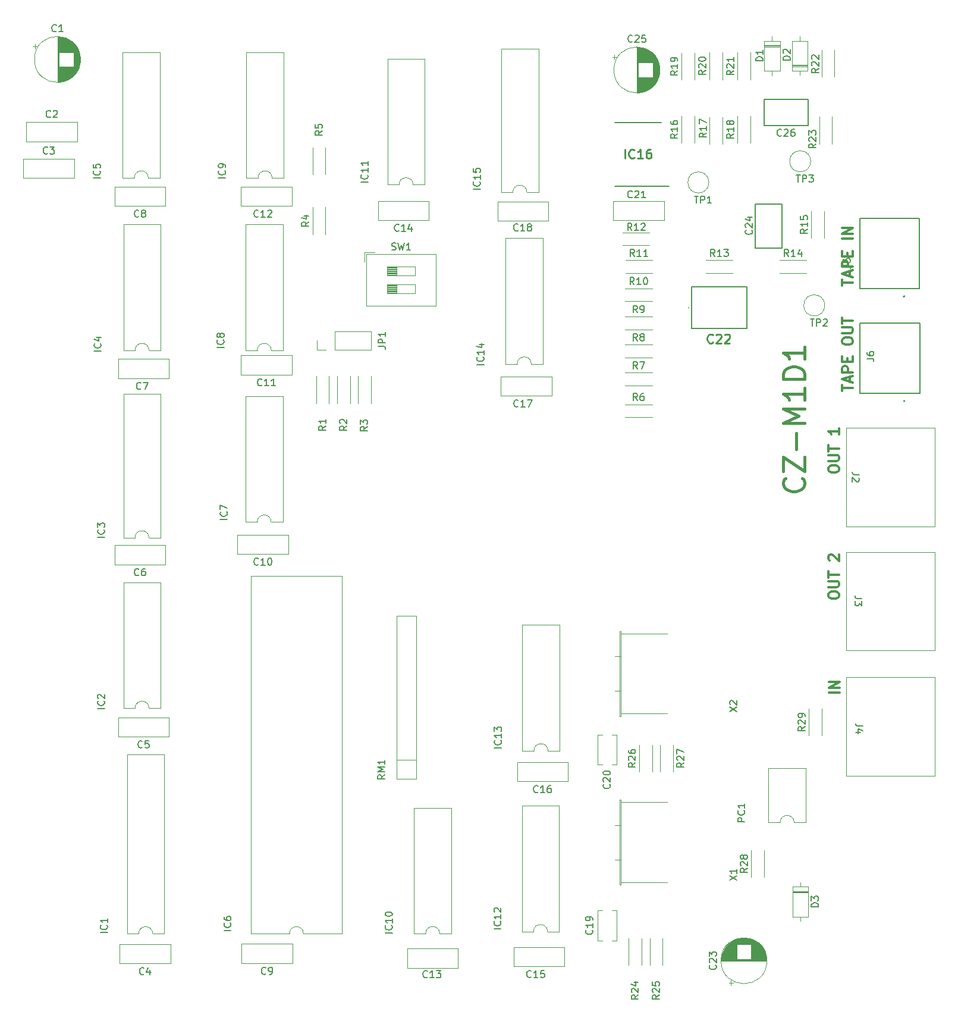
<source format=gbr>
G04 #@! TF.GenerationSoftware,KiCad,Pcbnew,7.0.10*
G04 #@! TF.CreationDate,2024-01-31T20:34:01-06:00*
G04 #@! TF.ProjectId,CZ-6BM1,435a2d36-424d-4312-9e6b-696361645f70,rev?*
G04 #@! TF.SameCoordinates,Original*
G04 #@! TF.FileFunction,Legend,Top*
G04 #@! TF.FilePolarity,Positive*
%FSLAX46Y46*%
G04 Gerber Fmt 4.6, Leading zero omitted, Abs format (unit mm)*
G04 Created by KiCad (PCBNEW 7.0.10) date 2024-01-31 20:34:01*
%MOMM*%
%LPD*%
G01*
G04 APERTURE LIST*
%ADD10C,0.300000*%
%ADD11C,0.400000*%
%ADD12C,0.150000*%
%ADD13C,0.254000*%
%ADD14C,0.120000*%
%ADD15C,0.152400*%
%ADD16C,0.100000*%
%ADD17C,0.200000*%
%ADD18C,0.127000*%
G04 APERTURE END LIST*
D10*
X151520828Y-98919774D02*
X151520828Y-98634060D01*
X151520828Y-98634060D02*
X151592257Y-98491203D01*
X151592257Y-98491203D02*
X151735114Y-98348346D01*
X151735114Y-98348346D02*
X152020828Y-98276917D01*
X152020828Y-98276917D02*
X152520828Y-98276917D01*
X152520828Y-98276917D02*
X152806542Y-98348346D01*
X152806542Y-98348346D02*
X152949400Y-98491203D01*
X152949400Y-98491203D02*
X153020828Y-98634060D01*
X153020828Y-98634060D02*
X153020828Y-98919774D01*
X153020828Y-98919774D02*
X152949400Y-99062632D01*
X152949400Y-99062632D02*
X152806542Y-99205489D01*
X152806542Y-99205489D02*
X152520828Y-99276917D01*
X152520828Y-99276917D02*
X152020828Y-99276917D01*
X152020828Y-99276917D02*
X151735114Y-99205489D01*
X151735114Y-99205489D02*
X151592257Y-99062632D01*
X151592257Y-99062632D02*
X151520828Y-98919774D01*
X151520828Y-97634060D02*
X152735114Y-97634060D01*
X152735114Y-97634060D02*
X152877971Y-97562631D01*
X152877971Y-97562631D02*
X152949400Y-97491203D01*
X152949400Y-97491203D02*
X153020828Y-97348345D01*
X153020828Y-97348345D02*
X153020828Y-97062631D01*
X153020828Y-97062631D02*
X152949400Y-96919774D01*
X152949400Y-96919774D02*
X152877971Y-96848345D01*
X152877971Y-96848345D02*
X152735114Y-96776917D01*
X152735114Y-96776917D02*
X151520828Y-96776917D01*
X151520828Y-96276916D02*
X151520828Y-95419774D01*
X153020828Y-95848345D02*
X151520828Y-95848345D01*
X153020828Y-92991202D02*
X153020828Y-93848345D01*
X153020828Y-93419774D02*
X151520828Y-93419774D01*
X151520828Y-93419774D02*
X151735114Y-93562631D01*
X151735114Y-93562631D02*
X151877971Y-93705488D01*
X151877971Y-93705488D02*
X151949400Y-93848345D01*
X151520828Y-116869774D02*
X151520828Y-116584060D01*
X151520828Y-116584060D02*
X151592257Y-116441203D01*
X151592257Y-116441203D02*
X151735114Y-116298346D01*
X151735114Y-116298346D02*
X152020828Y-116226917D01*
X152020828Y-116226917D02*
X152520828Y-116226917D01*
X152520828Y-116226917D02*
X152806542Y-116298346D01*
X152806542Y-116298346D02*
X152949400Y-116441203D01*
X152949400Y-116441203D02*
X153020828Y-116584060D01*
X153020828Y-116584060D02*
X153020828Y-116869774D01*
X153020828Y-116869774D02*
X152949400Y-117012632D01*
X152949400Y-117012632D02*
X152806542Y-117155489D01*
X152806542Y-117155489D02*
X152520828Y-117226917D01*
X152520828Y-117226917D02*
X152020828Y-117226917D01*
X152020828Y-117226917D02*
X151735114Y-117155489D01*
X151735114Y-117155489D02*
X151592257Y-117012632D01*
X151592257Y-117012632D02*
X151520828Y-116869774D01*
X151520828Y-115584060D02*
X152735114Y-115584060D01*
X152735114Y-115584060D02*
X152877971Y-115512631D01*
X152877971Y-115512631D02*
X152949400Y-115441203D01*
X152949400Y-115441203D02*
X153020828Y-115298345D01*
X153020828Y-115298345D02*
X153020828Y-115012631D01*
X153020828Y-115012631D02*
X152949400Y-114869774D01*
X152949400Y-114869774D02*
X152877971Y-114798345D01*
X152877971Y-114798345D02*
X152735114Y-114726917D01*
X152735114Y-114726917D02*
X151520828Y-114726917D01*
X151520828Y-114226916D02*
X151520828Y-113369774D01*
X153020828Y-113798345D02*
X151520828Y-113798345D01*
X151663685Y-111798345D02*
X151592257Y-111726917D01*
X151592257Y-111726917D02*
X151520828Y-111584060D01*
X151520828Y-111584060D02*
X151520828Y-111226917D01*
X151520828Y-111226917D02*
X151592257Y-111084060D01*
X151592257Y-111084060D02*
X151663685Y-111012631D01*
X151663685Y-111012631D02*
X151806542Y-110941202D01*
X151806542Y-110941202D02*
X151949400Y-110941202D01*
X151949400Y-110941202D02*
X152163685Y-111012631D01*
X152163685Y-111012631D02*
X153020828Y-111869774D01*
X153020828Y-111869774D02*
X153020828Y-110941202D01*
X153100828Y-130625489D02*
X151600828Y-130625489D01*
X153100828Y-129911203D02*
X151600828Y-129911203D01*
X151600828Y-129911203D02*
X153100828Y-129054060D01*
X153100828Y-129054060D02*
X151600828Y-129054060D01*
X153500828Y-87659774D02*
X153500828Y-86802632D01*
X155000828Y-87231203D02*
X153500828Y-87231203D01*
X154572257Y-86374060D02*
X154572257Y-85659775D01*
X155000828Y-86516917D02*
X153500828Y-86016917D01*
X153500828Y-86016917D02*
X155000828Y-85516917D01*
X155000828Y-85016918D02*
X153500828Y-85016918D01*
X153500828Y-85016918D02*
X153500828Y-84445489D01*
X153500828Y-84445489D02*
X153572257Y-84302632D01*
X153572257Y-84302632D02*
X153643685Y-84231203D01*
X153643685Y-84231203D02*
X153786542Y-84159775D01*
X153786542Y-84159775D02*
X154000828Y-84159775D01*
X154000828Y-84159775D02*
X154143685Y-84231203D01*
X154143685Y-84231203D02*
X154215114Y-84302632D01*
X154215114Y-84302632D02*
X154286542Y-84445489D01*
X154286542Y-84445489D02*
X154286542Y-85016918D01*
X154215114Y-83516918D02*
X154215114Y-83016918D01*
X155000828Y-82802632D02*
X155000828Y-83516918D01*
X155000828Y-83516918D02*
X153500828Y-83516918D01*
X153500828Y-83516918D02*
X153500828Y-82802632D01*
X153500828Y-80731203D02*
X153500828Y-80445489D01*
X153500828Y-80445489D02*
X153572257Y-80302632D01*
X153572257Y-80302632D02*
X153715114Y-80159775D01*
X153715114Y-80159775D02*
X154000828Y-80088346D01*
X154000828Y-80088346D02*
X154500828Y-80088346D01*
X154500828Y-80088346D02*
X154786542Y-80159775D01*
X154786542Y-80159775D02*
X154929400Y-80302632D01*
X154929400Y-80302632D02*
X155000828Y-80445489D01*
X155000828Y-80445489D02*
X155000828Y-80731203D01*
X155000828Y-80731203D02*
X154929400Y-80874061D01*
X154929400Y-80874061D02*
X154786542Y-81016918D01*
X154786542Y-81016918D02*
X154500828Y-81088346D01*
X154500828Y-81088346D02*
X154000828Y-81088346D01*
X154000828Y-81088346D02*
X153715114Y-81016918D01*
X153715114Y-81016918D02*
X153572257Y-80874061D01*
X153572257Y-80874061D02*
X153500828Y-80731203D01*
X153500828Y-79445489D02*
X154715114Y-79445489D01*
X154715114Y-79445489D02*
X154857971Y-79374060D01*
X154857971Y-79374060D02*
X154929400Y-79302632D01*
X154929400Y-79302632D02*
X155000828Y-79159774D01*
X155000828Y-79159774D02*
X155000828Y-78874060D01*
X155000828Y-78874060D02*
X154929400Y-78731203D01*
X154929400Y-78731203D02*
X154857971Y-78659774D01*
X154857971Y-78659774D02*
X154715114Y-78588346D01*
X154715114Y-78588346D02*
X153500828Y-78588346D01*
X153500828Y-78088345D02*
X153500828Y-77231203D01*
X155000828Y-77659774D02*
X153500828Y-77659774D01*
D11*
X147816342Y-100088271D02*
X147959200Y-100231128D01*
X147959200Y-100231128D02*
X148102057Y-100659700D01*
X148102057Y-100659700D02*
X148102057Y-100945414D01*
X148102057Y-100945414D02*
X147959200Y-101373985D01*
X147959200Y-101373985D02*
X147673485Y-101659700D01*
X147673485Y-101659700D02*
X147387771Y-101802557D01*
X147387771Y-101802557D02*
X146816342Y-101945414D01*
X146816342Y-101945414D02*
X146387771Y-101945414D01*
X146387771Y-101945414D02*
X145816342Y-101802557D01*
X145816342Y-101802557D02*
X145530628Y-101659700D01*
X145530628Y-101659700D02*
X145244914Y-101373985D01*
X145244914Y-101373985D02*
X145102057Y-100945414D01*
X145102057Y-100945414D02*
X145102057Y-100659700D01*
X145102057Y-100659700D02*
X145244914Y-100231128D01*
X145244914Y-100231128D02*
X145387771Y-100088271D01*
X145102057Y-99088271D02*
X145102057Y-97088271D01*
X145102057Y-97088271D02*
X148102057Y-99088271D01*
X148102057Y-99088271D02*
X148102057Y-97088271D01*
X146959200Y-95945414D02*
X146959200Y-93659700D01*
X148102057Y-92231128D02*
X145102057Y-92231128D01*
X145102057Y-92231128D02*
X147244914Y-91231128D01*
X147244914Y-91231128D02*
X145102057Y-90231128D01*
X145102057Y-90231128D02*
X148102057Y-90231128D01*
X148102057Y-87231128D02*
X148102057Y-88945414D01*
X148102057Y-88088271D02*
X145102057Y-88088271D01*
X145102057Y-88088271D02*
X145530628Y-88373985D01*
X145530628Y-88373985D02*
X145816342Y-88659700D01*
X145816342Y-88659700D02*
X145959200Y-88945414D01*
X148102057Y-85945414D02*
X145102057Y-85945414D01*
X145102057Y-85945414D02*
X145102057Y-85231128D01*
X145102057Y-85231128D02*
X145244914Y-84802557D01*
X145244914Y-84802557D02*
X145530628Y-84516842D01*
X145530628Y-84516842D02*
X145816342Y-84373985D01*
X145816342Y-84373985D02*
X146387771Y-84231128D01*
X146387771Y-84231128D02*
X146816342Y-84231128D01*
X146816342Y-84231128D02*
X147387771Y-84373985D01*
X147387771Y-84373985D02*
X147673485Y-84516842D01*
X147673485Y-84516842D02*
X147959200Y-84802557D01*
X147959200Y-84802557D02*
X148102057Y-85231128D01*
X148102057Y-85231128D02*
X148102057Y-85945414D01*
X148102057Y-81373985D02*
X148102057Y-83088271D01*
X148102057Y-82231128D02*
X145102057Y-82231128D01*
X145102057Y-82231128D02*
X145530628Y-82516842D01*
X145530628Y-82516842D02*
X145816342Y-82802557D01*
X145816342Y-82802557D02*
X145959200Y-83088271D01*
D10*
X153500828Y-72659774D02*
X153500828Y-71802632D01*
X155000828Y-72231203D02*
X153500828Y-72231203D01*
X154572257Y-71374060D02*
X154572257Y-70659775D01*
X155000828Y-71516917D02*
X153500828Y-71016917D01*
X153500828Y-71016917D02*
X155000828Y-70516917D01*
X155000828Y-70016918D02*
X153500828Y-70016918D01*
X153500828Y-70016918D02*
X153500828Y-69445489D01*
X153500828Y-69445489D02*
X153572257Y-69302632D01*
X153572257Y-69302632D02*
X153643685Y-69231203D01*
X153643685Y-69231203D02*
X153786542Y-69159775D01*
X153786542Y-69159775D02*
X154000828Y-69159775D01*
X154000828Y-69159775D02*
X154143685Y-69231203D01*
X154143685Y-69231203D02*
X154215114Y-69302632D01*
X154215114Y-69302632D02*
X154286542Y-69445489D01*
X154286542Y-69445489D02*
X154286542Y-70016918D01*
X154215114Y-68516918D02*
X154215114Y-68016918D01*
X155000828Y-67802632D02*
X155000828Y-68516918D01*
X155000828Y-68516918D02*
X153500828Y-68516918D01*
X153500828Y-68516918D02*
X153500828Y-67802632D01*
X155000828Y-66016918D02*
X153500828Y-66016918D01*
X155000828Y-65302632D02*
X153500828Y-65302632D01*
X153500828Y-65302632D02*
X155000828Y-64445489D01*
X155000828Y-64445489D02*
X153500828Y-64445489D01*
D12*
X70357142Y-62859580D02*
X70309523Y-62907200D01*
X70309523Y-62907200D02*
X70166666Y-62954819D01*
X70166666Y-62954819D02*
X70071428Y-62954819D01*
X70071428Y-62954819D02*
X69928571Y-62907200D01*
X69928571Y-62907200D02*
X69833333Y-62811961D01*
X69833333Y-62811961D02*
X69785714Y-62716723D01*
X69785714Y-62716723D02*
X69738095Y-62526247D01*
X69738095Y-62526247D02*
X69738095Y-62383390D01*
X69738095Y-62383390D02*
X69785714Y-62192914D01*
X69785714Y-62192914D02*
X69833333Y-62097676D01*
X69833333Y-62097676D02*
X69928571Y-62002438D01*
X69928571Y-62002438D02*
X70071428Y-61954819D01*
X70071428Y-61954819D02*
X70166666Y-61954819D01*
X70166666Y-61954819D02*
X70309523Y-62002438D01*
X70309523Y-62002438D02*
X70357142Y-62050057D01*
X71309523Y-62954819D02*
X70738095Y-62954819D01*
X71023809Y-62954819D02*
X71023809Y-61954819D01*
X71023809Y-61954819D02*
X70928571Y-62097676D01*
X70928571Y-62097676D02*
X70833333Y-62192914D01*
X70833333Y-62192914D02*
X70738095Y-62240533D01*
X71690476Y-62050057D02*
X71738095Y-62002438D01*
X71738095Y-62002438D02*
X71833333Y-61954819D01*
X71833333Y-61954819D02*
X72071428Y-61954819D01*
X72071428Y-61954819D02*
X72166666Y-62002438D01*
X72166666Y-62002438D02*
X72214285Y-62050057D01*
X72214285Y-62050057D02*
X72261904Y-62145295D01*
X72261904Y-62145295D02*
X72261904Y-62240533D01*
X72261904Y-62240533D02*
X72214285Y-62383390D01*
X72214285Y-62383390D02*
X71642857Y-62954819D01*
X71642857Y-62954819D02*
X72261904Y-62954819D01*
X47854819Y-57391189D02*
X46854819Y-57391189D01*
X47759580Y-56343571D02*
X47807200Y-56391190D01*
X47807200Y-56391190D02*
X47854819Y-56534047D01*
X47854819Y-56534047D02*
X47854819Y-56629285D01*
X47854819Y-56629285D02*
X47807200Y-56772142D01*
X47807200Y-56772142D02*
X47711961Y-56867380D01*
X47711961Y-56867380D02*
X47616723Y-56914999D01*
X47616723Y-56914999D02*
X47426247Y-56962618D01*
X47426247Y-56962618D02*
X47283390Y-56962618D01*
X47283390Y-56962618D02*
X47092914Y-56914999D01*
X47092914Y-56914999D02*
X46997676Y-56867380D01*
X46997676Y-56867380D02*
X46902438Y-56772142D01*
X46902438Y-56772142D02*
X46854819Y-56629285D01*
X46854819Y-56629285D02*
X46854819Y-56534047D01*
X46854819Y-56534047D02*
X46902438Y-56391190D01*
X46902438Y-56391190D02*
X46950057Y-56343571D01*
X46854819Y-55438809D02*
X46854819Y-55914999D01*
X46854819Y-55914999D02*
X47331009Y-55962618D01*
X47331009Y-55962618D02*
X47283390Y-55914999D01*
X47283390Y-55914999D02*
X47235771Y-55819761D01*
X47235771Y-55819761D02*
X47235771Y-55581666D01*
X47235771Y-55581666D02*
X47283390Y-55486428D01*
X47283390Y-55486428D02*
X47331009Y-55438809D01*
X47331009Y-55438809D02*
X47426247Y-55391190D01*
X47426247Y-55391190D02*
X47664342Y-55391190D01*
X47664342Y-55391190D02*
X47759580Y-55438809D01*
X47759580Y-55438809D02*
X47807200Y-55486428D01*
X47807200Y-55486428D02*
X47854819Y-55581666D01*
X47854819Y-55581666D02*
X47854819Y-55819761D01*
X47854819Y-55819761D02*
X47807200Y-55914999D01*
X47807200Y-55914999D02*
X47759580Y-55962618D01*
X109197142Y-171059580D02*
X109149523Y-171107200D01*
X109149523Y-171107200D02*
X109006666Y-171154819D01*
X109006666Y-171154819D02*
X108911428Y-171154819D01*
X108911428Y-171154819D02*
X108768571Y-171107200D01*
X108768571Y-171107200D02*
X108673333Y-171011961D01*
X108673333Y-171011961D02*
X108625714Y-170916723D01*
X108625714Y-170916723D02*
X108578095Y-170726247D01*
X108578095Y-170726247D02*
X108578095Y-170583390D01*
X108578095Y-170583390D02*
X108625714Y-170392914D01*
X108625714Y-170392914D02*
X108673333Y-170297676D01*
X108673333Y-170297676D02*
X108768571Y-170202438D01*
X108768571Y-170202438D02*
X108911428Y-170154819D01*
X108911428Y-170154819D02*
X109006666Y-170154819D01*
X109006666Y-170154819D02*
X109149523Y-170202438D01*
X109149523Y-170202438D02*
X109197142Y-170250057D01*
X110149523Y-171154819D02*
X109578095Y-171154819D01*
X109863809Y-171154819D02*
X109863809Y-170154819D01*
X109863809Y-170154819D02*
X109768571Y-170297676D01*
X109768571Y-170297676D02*
X109673333Y-170392914D01*
X109673333Y-170392914D02*
X109578095Y-170440533D01*
X111054285Y-170154819D02*
X110578095Y-170154819D01*
X110578095Y-170154819D02*
X110530476Y-170631009D01*
X110530476Y-170631009D02*
X110578095Y-170583390D01*
X110578095Y-170583390D02*
X110673333Y-170535771D01*
X110673333Y-170535771D02*
X110911428Y-170535771D01*
X110911428Y-170535771D02*
X111006666Y-170583390D01*
X111006666Y-170583390D02*
X111054285Y-170631009D01*
X111054285Y-170631009D02*
X111101904Y-170726247D01*
X111101904Y-170726247D02*
X111101904Y-170964342D01*
X111101904Y-170964342D02*
X111054285Y-171059580D01*
X111054285Y-171059580D02*
X111006666Y-171107200D01*
X111006666Y-171107200D02*
X110911428Y-171154819D01*
X110911428Y-171154819D02*
X110673333Y-171154819D01*
X110673333Y-171154819D02*
X110578095Y-171107200D01*
X110578095Y-171107200D02*
X110530476Y-171059580D01*
X123607142Y-37959580D02*
X123559523Y-38007200D01*
X123559523Y-38007200D02*
X123416666Y-38054819D01*
X123416666Y-38054819D02*
X123321428Y-38054819D01*
X123321428Y-38054819D02*
X123178571Y-38007200D01*
X123178571Y-38007200D02*
X123083333Y-37911961D01*
X123083333Y-37911961D02*
X123035714Y-37816723D01*
X123035714Y-37816723D02*
X122988095Y-37626247D01*
X122988095Y-37626247D02*
X122988095Y-37483390D01*
X122988095Y-37483390D02*
X123035714Y-37292914D01*
X123035714Y-37292914D02*
X123083333Y-37197676D01*
X123083333Y-37197676D02*
X123178571Y-37102438D01*
X123178571Y-37102438D02*
X123321428Y-37054819D01*
X123321428Y-37054819D02*
X123416666Y-37054819D01*
X123416666Y-37054819D02*
X123559523Y-37102438D01*
X123559523Y-37102438D02*
X123607142Y-37150057D01*
X123988095Y-37150057D02*
X124035714Y-37102438D01*
X124035714Y-37102438D02*
X124130952Y-37054819D01*
X124130952Y-37054819D02*
X124369047Y-37054819D01*
X124369047Y-37054819D02*
X124464285Y-37102438D01*
X124464285Y-37102438D02*
X124511904Y-37150057D01*
X124511904Y-37150057D02*
X124559523Y-37245295D01*
X124559523Y-37245295D02*
X124559523Y-37340533D01*
X124559523Y-37340533D02*
X124511904Y-37483390D01*
X124511904Y-37483390D02*
X123940476Y-38054819D01*
X123940476Y-38054819D02*
X124559523Y-38054819D01*
X125464285Y-37054819D02*
X124988095Y-37054819D01*
X124988095Y-37054819D02*
X124940476Y-37531009D01*
X124940476Y-37531009D02*
X124988095Y-37483390D01*
X124988095Y-37483390D02*
X125083333Y-37435771D01*
X125083333Y-37435771D02*
X125321428Y-37435771D01*
X125321428Y-37435771D02*
X125416666Y-37483390D01*
X125416666Y-37483390D02*
X125464285Y-37531009D01*
X125464285Y-37531009D02*
X125511904Y-37626247D01*
X125511904Y-37626247D02*
X125511904Y-37864342D01*
X125511904Y-37864342D02*
X125464285Y-37959580D01*
X125464285Y-37959580D02*
X125416666Y-38007200D01*
X125416666Y-38007200D02*
X125321428Y-38054819D01*
X125321428Y-38054819D02*
X125083333Y-38054819D01*
X125083333Y-38054819D02*
X124988095Y-38007200D01*
X124988095Y-38007200D02*
X124940476Y-37959580D01*
X124333333Y-76534819D02*
X124000000Y-76058628D01*
X123761905Y-76534819D02*
X123761905Y-75534819D01*
X123761905Y-75534819D02*
X124142857Y-75534819D01*
X124142857Y-75534819D02*
X124238095Y-75582438D01*
X124238095Y-75582438D02*
X124285714Y-75630057D01*
X124285714Y-75630057D02*
X124333333Y-75725295D01*
X124333333Y-75725295D02*
X124333333Y-75868152D01*
X124333333Y-75868152D02*
X124285714Y-75963390D01*
X124285714Y-75963390D02*
X124238095Y-76011009D01*
X124238095Y-76011009D02*
X124142857Y-76058628D01*
X124142857Y-76058628D02*
X123761905Y-76058628D01*
X124809524Y-76534819D02*
X125000000Y-76534819D01*
X125000000Y-76534819D02*
X125095238Y-76487200D01*
X125095238Y-76487200D02*
X125142857Y-76439580D01*
X125142857Y-76439580D02*
X125238095Y-76296723D01*
X125238095Y-76296723D02*
X125285714Y-76106247D01*
X125285714Y-76106247D02*
X125285714Y-75725295D01*
X125285714Y-75725295D02*
X125238095Y-75630057D01*
X125238095Y-75630057D02*
X125190476Y-75582438D01*
X125190476Y-75582438D02*
X125095238Y-75534819D01*
X125095238Y-75534819D02*
X124904762Y-75534819D01*
X124904762Y-75534819D02*
X124809524Y-75582438D01*
X124809524Y-75582438D02*
X124761905Y-75630057D01*
X124761905Y-75630057D02*
X124714286Y-75725295D01*
X124714286Y-75725295D02*
X124714286Y-75963390D01*
X124714286Y-75963390D02*
X124761905Y-76058628D01*
X124761905Y-76058628D02*
X124809524Y-76106247D01*
X124809524Y-76106247D02*
X124904762Y-76153866D01*
X124904762Y-76153866D02*
X125095238Y-76153866D01*
X125095238Y-76153866D02*
X125190476Y-76106247D01*
X125190476Y-76106247D02*
X125238095Y-76058628D01*
X125238095Y-76058628D02*
X125285714Y-75963390D01*
X66454819Y-164436189D02*
X65454819Y-164436189D01*
X66359580Y-163388571D02*
X66407200Y-163436190D01*
X66407200Y-163436190D02*
X66454819Y-163579047D01*
X66454819Y-163579047D02*
X66454819Y-163674285D01*
X66454819Y-163674285D02*
X66407200Y-163817142D01*
X66407200Y-163817142D02*
X66311961Y-163912380D01*
X66311961Y-163912380D02*
X66216723Y-163959999D01*
X66216723Y-163959999D02*
X66026247Y-164007618D01*
X66026247Y-164007618D02*
X65883390Y-164007618D01*
X65883390Y-164007618D02*
X65692914Y-163959999D01*
X65692914Y-163959999D02*
X65597676Y-163912380D01*
X65597676Y-163912380D02*
X65502438Y-163817142D01*
X65502438Y-163817142D02*
X65454819Y-163674285D01*
X65454819Y-163674285D02*
X65454819Y-163579047D01*
X65454819Y-163579047D02*
X65502438Y-163436190D01*
X65502438Y-163436190D02*
X65550057Y-163388571D01*
X65454819Y-162531428D02*
X65454819Y-162721904D01*
X65454819Y-162721904D02*
X65502438Y-162817142D01*
X65502438Y-162817142D02*
X65550057Y-162864761D01*
X65550057Y-162864761D02*
X65692914Y-162959999D01*
X65692914Y-162959999D02*
X65883390Y-163007618D01*
X65883390Y-163007618D02*
X66264342Y-163007618D01*
X66264342Y-163007618D02*
X66359580Y-162959999D01*
X66359580Y-162959999D02*
X66407200Y-162912380D01*
X66407200Y-162912380D02*
X66454819Y-162817142D01*
X66454819Y-162817142D02*
X66454819Y-162626666D01*
X66454819Y-162626666D02*
X66407200Y-162531428D01*
X66407200Y-162531428D02*
X66359580Y-162483809D01*
X66359580Y-162483809D02*
X66264342Y-162436190D01*
X66264342Y-162436190D02*
X66026247Y-162436190D01*
X66026247Y-162436190D02*
X65931009Y-162483809D01*
X65931009Y-162483809D02*
X65883390Y-162531428D01*
X65883390Y-162531428D02*
X65835771Y-162626666D01*
X65835771Y-162626666D02*
X65835771Y-162817142D01*
X65835771Y-162817142D02*
X65883390Y-162912380D01*
X65883390Y-162912380D02*
X65931009Y-162959999D01*
X65931009Y-162959999D02*
X66026247Y-163007618D01*
X104954819Y-138452380D02*
X103954819Y-138452380D01*
X104859580Y-137404762D02*
X104907200Y-137452381D01*
X104907200Y-137452381D02*
X104954819Y-137595238D01*
X104954819Y-137595238D02*
X104954819Y-137690476D01*
X104954819Y-137690476D02*
X104907200Y-137833333D01*
X104907200Y-137833333D02*
X104811961Y-137928571D01*
X104811961Y-137928571D02*
X104716723Y-137976190D01*
X104716723Y-137976190D02*
X104526247Y-138023809D01*
X104526247Y-138023809D02*
X104383390Y-138023809D01*
X104383390Y-138023809D02*
X104192914Y-137976190D01*
X104192914Y-137976190D02*
X104097676Y-137928571D01*
X104097676Y-137928571D02*
X104002438Y-137833333D01*
X104002438Y-137833333D02*
X103954819Y-137690476D01*
X103954819Y-137690476D02*
X103954819Y-137595238D01*
X103954819Y-137595238D02*
X104002438Y-137452381D01*
X104002438Y-137452381D02*
X104050057Y-137404762D01*
X104954819Y-136452381D02*
X104954819Y-137023809D01*
X104954819Y-136738095D02*
X103954819Y-136738095D01*
X103954819Y-136738095D02*
X104097676Y-136833333D01*
X104097676Y-136833333D02*
X104192914Y-136928571D01*
X104192914Y-136928571D02*
X104240533Y-137023809D01*
X103954819Y-136119047D02*
X103954819Y-135500000D01*
X103954819Y-135500000D02*
X104335771Y-135833333D01*
X104335771Y-135833333D02*
X104335771Y-135690476D01*
X104335771Y-135690476D02*
X104383390Y-135595238D01*
X104383390Y-135595238D02*
X104431009Y-135547619D01*
X104431009Y-135547619D02*
X104526247Y-135500000D01*
X104526247Y-135500000D02*
X104764342Y-135500000D01*
X104764342Y-135500000D02*
X104859580Y-135547619D01*
X104859580Y-135547619D02*
X104907200Y-135595238D01*
X104907200Y-135595238D02*
X104954819Y-135690476D01*
X104954819Y-135690476D02*
X104954819Y-135976190D01*
X104954819Y-135976190D02*
X104907200Y-136071428D01*
X104907200Y-136071428D02*
X104859580Y-136119047D01*
X134134819Y-50972857D02*
X133658628Y-51306190D01*
X134134819Y-51544285D02*
X133134819Y-51544285D01*
X133134819Y-51544285D02*
X133134819Y-51163333D01*
X133134819Y-51163333D02*
X133182438Y-51068095D01*
X133182438Y-51068095D02*
X133230057Y-51020476D01*
X133230057Y-51020476D02*
X133325295Y-50972857D01*
X133325295Y-50972857D02*
X133468152Y-50972857D01*
X133468152Y-50972857D02*
X133563390Y-51020476D01*
X133563390Y-51020476D02*
X133611009Y-51068095D01*
X133611009Y-51068095D02*
X133658628Y-51163333D01*
X133658628Y-51163333D02*
X133658628Y-51544285D01*
X134134819Y-50020476D02*
X134134819Y-50591904D01*
X134134819Y-50306190D02*
X133134819Y-50306190D01*
X133134819Y-50306190D02*
X133277676Y-50401428D01*
X133277676Y-50401428D02*
X133372914Y-50496666D01*
X133372914Y-50496666D02*
X133420533Y-50591904D01*
X133134819Y-49687142D02*
X133134819Y-49020476D01*
X133134819Y-49020476D02*
X134134819Y-49449047D01*
X123587142Y-60089580D02*
X123539523Y-60137200D01*
X123539523Y-60137200D02*
X123396666Y-60184819D01*
X123396666Y-60184819D02*
X123301428Y-60184819D01*
X123301428Y-60184819D02*
X123158571Y-60137200D01*
X123158571Y-60137200D02*
X123063333Y-60041961D01*
X123063333Y-60041961D02*
X123015714Y-59946723D01*
X123015714Y-59946723D02*
X122968095Y-59756247D01*
X122968095Y-59756247D02*
X122968095Y-59613390D01*
X122968095Y-59613390D02*
X123015714Y-59422914D01*
X123015714Y-59422914D02*
X123063333Y-59327676D01*
X123063333Y-59327676D02*
X123158571Y-59232438D01*
X123158571Y-59232438D02*
X123301428Y-59184819D01*
X123301428Y-59184819D02*
X123396666Y-59184819D01*
X123396666Y-59184819D02*
X123539523Y-59232438D01*
X123539523Y-59232438D02*
X123587142Y-59280057D01*
X123968095Y-59280057D02*
X124015714Y-59232438D01*
X124015714Y-59232438D02*
X124110952Y-59184819D01*
X124110952Y-59184819D02*
X124349047Y-59184819D01*
X124349047Y-59184819D02*
X124444285Y-59232438D01*
X124444285Y-59232438D02*
X124491904Y-59280057D01*
X124491904Y-59280057D02*
X124539523Y-59375295D01*
X124539523Y-59375295D02*
X124539523Y-59470533D01*
X124539523Y-59470533D02*
X124491904Y-59613390D01*
X124491904Y-59613390D02*
X123920476Y-60184819D01*
X123920476Y-60184819D02*
X124539523Y-60184819D01*
X125491904Y-60184819D02*
X124920476Y-60184819D01*
X125206190Y-60184819D02*
X125206190Y-59184819D01*
X125206190Y-59184819D02*
X125110952Y-59327676D01*
X125110952Y-59327676D02*
X125015714Y-59422914D01*
X125015714Y-59422914D02*
X124920476Y-59470533D01*
X148938095Y-77454819D02*
X149509523Y-77454819D01*
X149223809Y-78454819D02*
X149223809Y-77454819D01*
X149842857Y-78454819D02*
X149842857Y-77454819D01*
X149842857Y-77454819D02*
X150223809Y-77454819D01*
X150223809Y-77454819D02*
X150319047Y-77502438D01*
X150319047Y-77502438D02*
X150366666Y-77550057D01*
X150366666Y-77550057D02*
X150414285Y-77645295D01*
X150414285Y-77645295D02*
X150414285Y-77788152D01*
X150414285Y-77788152D02*
X150366666Y-77883390D01*
X150366666Y-77883390D02*
X150319047Y-77931009D01*
X150319047Y-77931009D02*
X150223809Y-77978628D01*
X150223809Y-77978628D02*
X149842857Y-77978628D01*
X150795238Y-77550057D02*
X150842857Y-77502438D01*
X150842857Y-77502438D02*
X150938095Y-77454819D01*
X150938095Y-77454819D02*
X151176190Y-77454819D01*
X151176190Y-77454819D02*
X151271428Y-77502438D01*
X151271428Y-77502438D02*
X151319047Y-77550057D01*
X151319047Y-77550057D02*
X151366666Y-77645295D01*
X151366666Y-77645295D02*
X151366666Y-77740533D01*
X151366666Y-77740533D02*
X151319047Y-77883390D01*
X151319047Y-77883390D02*
X150747619Y-78454819D01*
X150747619Y-78454819D02*
X151366666Y-78454819D01*
X82954819Y-92666666D02*
X82478628Y-92999999D01*
X82954819Y-93238094D02*
X81954819Y-93238094D01*
X81954819Y-93238094D02*
X81954819Y-92857142D01*
X81954819Y-92857142D02*
X82002438Y-92761904D01*
X82002438Y-92761904D02*
X82050057Y-92714285D01*
X82050057Y-92714285D02*
X82145295Y-92666666D01*
X82145295Y-92666666D02*
X82288152Y-92666666D01*
X82288152Y-92666666D02*
X82383390Y-92714285D01*
X82383390Y-92714285D02*
X82431009Y-92761904D01*
X82431009Y-92761904D02*
X82478628Y-92857142D01*
X82478628Y-92857142D02*
X82478628Y-93238094D01*
X82050057Y-92285713D02*
X82002438Y-92238094D01*
X82002438Y-92238094D02*
X81954819Y-92142856D01*
X81954819Y-92142856D02*
X81954819Y-91904761D01*
X81954819Y-91904761D02*
X82002438Y-91809523D01*
X82002438Y-91809523D02*
X82050057Y-91761904D01*
X82050057Y-91761904D02*
X82145295Y-91714285D01*
X82145295Y-91714285D02*
X82240533Y-91714285D01*
X82240533Y-91714285D02*
X82383390Y-91761904D01*
X82383390Y-91761904D02*
X82954819Y-92333332D01*
X82954819Y-92333332D02*
X82954819Y-91714285D01*
X101954819Y-58952380D02*
X100954819Y-58952380D01*
X101859580Y-57904762D02*
X101907200Y-57952381D01*
X101907200Y-57952381D02*
X101954819Y-58095238D01*
X101954819Y-58095238D02*
X101954819Y-58190476D01*
X101954819Y-58190476D02*
X101907200Y-58333333D01*
X101907200Y-58333333D02*
X101811961Y-58428571D01*
X101811961Y-58428571D02*
X101716723Y-58476190D01*
X101716723Y-58476190D02*
X101526247Y-58523809D01*
X101526247Y-58523809D02*
X101383390Y-58523809D01*
X101383390Y-58523809D02*
X101192914Y-58476190D01*
X101192914Y-58476190D02*
X101097676Y-58428571D01*
X101097676Y-58428571D02*
X101002438Y-58333333D01*
X101002438Y-58333333D02*
X100954819Y-58190476D01*
X100954819Y-58190476D02*
X100954819Y-58095238D01*
X100954819Y-58095238D02*
X101002438Y-57952381D01*
X101002438Y-57952381D02*
X101050057Y-57904762D01*
X101954819Y-56952381D02*
X101954819Y-57523809D01*
X101954819Y-57238095D02*
X100954819Y-57238095D01*
X100954819Y-57238095D02*
X101097676Y-57333333D01*
X101097676Y-57333333D02*
X101192914Y-57428571D01*
X101192914Y-57428571D02*
X101240533Y-57523809D01*
X100954819Y-56047619D02*
X100954819Y-56523809D01*
X100954819Y-56523809D02*
X101431009Y-56571428D01*
X101431009Y-56571428D02*
X101383390Y-56523809D01*
X101383390Y-56523809D02*
X101335771Y-56428571D01*
X101335771Y-56428571D02*
X101335771Y-56190476D01*
X101335771Y-56190476D02*
X101383390Y-56095238D01*
X101383390Y-56095238D02*
X101431009Y-56047619D01*
X101431009Y-56047619D02*
X101526247Y-56000000D01*
X101526247Y-56000000D02*
X101764342Y-56000000D01*
X101764342Y-56000000D02*
X101859580Y-56047619D01*
X101859580Y-56047619D02*
X101907200Y-56095238D01*
X101907200Y-56095238D02*
X101954819Y-56190476D01*
X101954819Y-56190476D02*
X101954819Y-56428571D01*
X101954819Y-56428571D02*
X101907200Y-56523809D01*
X101907200Y-56523809D02*
X101859580Y-56571428D01*
X155895180Y-99596666D02*
X155180895Y-99596666D01*
X155180895Y-99596666D02*
X155038038Y-99549047D01*
X155038038Y-99549047D02*
X154942800Y-99453809D01*
X154942800Y-99453809D02*
X154895180Y-99310952D01*
X154895180Y-99310952D02*
X154895180Y-99215714D01*
X155799942Y-100025238D02*
X155847561Y-100072857D01*
X155847561Y-100072857D02*
X155895180Y-100168095D01*
X155895180Y-100168095D02*
X155895180Y-100406190D01*
X155895180Y-100406190D02*
X155847561Y-100501428D01*
X155847561Y-100501428D02*
X155799942Y-100549047D01*
X155799942Y-100549047D02*
X155704704Y-100596666D01*
X155704704Y-100596666D02*
X155609466Y-100596666D01*
X155609466Y-100596666D02*
X155466609Y-100549047D01*
X155466609Y-100549047D02*
X154895180Y-99977619D01*
X154895180Y-99977619D02*
X154895180Y-100596666D01*
X124333333Y-80534819D02*
X124000000Y-80058628D01*
X123761905Y-80534819D02*
X123761905Y-79534819D01*
X123761905Y-79534819D02*
X124142857Y-79534819D01*
X124142857Y-79534819D02*
X124238095Y-79582438D01*
X124238095Y-79582438D02*
X124285714Y-79630057D01*
X124285714Y-79630057D02*
X124333333Y-79725295D01*
X124333333Y-79725295D02*
X124333333Y-79868152D01*
X124333333Y-79868152D02*
X124285714Y-79963390D01*
X124285714Y-79963390D02*
X124238095Y-80011009D01*
X124238095Y-80011009D02*
X124142857Y-80058628D01*
X124142857Y-80058628D02*
X123761905Y-80058628D01*
X124904762Y-79963390D02*
X124809524Y-79915771D01*
X124809524Y-79915771D02*
X124761905Y-79868152D01*
X124761905Y-79868152D02*
X124714286Y-79772914D01*
X124714286Y-79772914D02*
X124714286Y-79725295D01*
X124714286Y-79725295D02*
X124761905Y-79630057D01*
X124761905Y-79630057D02*
X124809524Y-79582438D01*
X124809524Y-79582438D02*
X124904762Y-79534819D01*
X124904762Y-79534819D02*
X125095238Y-79534819D01*
X125095238Y-79534819D02*
X125190476Y-79582438D01*
X125190476Y-79582438D02*
X125238095Y-79630057D01*
X125238095Y-79630057D02*
X125285714Y-79725295D01*
X125285714Y-79725295D02*
X125285714Y-79772914D01*
X125285714Y-79772914D02*
X125238095Y-79868152D01*
X125238095Y-79868152D02*
X125190476Y-79915771D01*
X125190476Y-79915771D02*
X125095238Y-79963390D01*
X125095238Y-79963390D02*
X124904762Y-79963390D01*
X124904762Y-79963390D02*
X124809524Y-80011009D01*
X124809524Y-80011009D02*
X124761905Y-80058628D01*
X124761905Y-80058628D02*
X124714286Y-80153866D01*
X124714286Y-80153866D02*
X124714286Y-80344342D01*
X124714286Y-80344342D02*
X124761905Y-80439580D01*
X124761905Y-80439580D02*
X124809524Y-80487200D01*
X124809524Y-80487200D02*
X124904762Y-80534819D01*
X124904762Y-80534819D02*
X125095238Y-80534819D01*
X125095238Y-80534819D02*
X125190476Y-80487200D01*
X125190476Y-80487200D02*
X125238095Y-80439580D01*
X125238095Y-80439580D02*
X125285714Y-80344342D01*
X125285714Y-80344342D02*
X125285714Y-80153866D01*
X125285714Y-80153866D02*
X125238095Y-80058628D01*
X125238095Y-80058628D02*
X125190476Y-80011009D01*
X125190476Y-80011009D02*
X125095238Y-79963390D01*
X88364819Y-142308095D02*
X87888628Y-142641428D01*
X88364819Y-142879523D02*
X87364819Y-142879523D01*
X87364819Y-142879523D02*
X87364819Y-142498571D01*
X87364819Y-142498571D02*
X87412438Y-142403333D01*
X87412438Y-142403333D02*
X87460057Y-142355714D01*
X87460057Y-142355714D02*
X87555295Y-142308095D01*
X87555295Y-142308095D02*
X87698152Y-142308095D01*
X87698152Y-142308095D02*
X87793390Y-142355714D01*
X87793390Y-142355714D02*
X87841009Y-142403333D01*
X87841009Y-142403333D02*
X87888628Y-142498571D01*
X87888628Y-142498571D02*
X87888628Y-142879523D01*
X88364819Y-141879523D02*
X87364819Y-141879523D01*
X87364819Y-141879523D02*
X88079104Y-141546190D01*
X88079104Y-141546190D02*
X87364819Y-141212857D01*
X87364819Y-141212857D02*
X88364819Y-141212857D01*
X88364819Y-140212857D02*
X88364819Y-140784285D01*
X88364819Y-140498571D02*
X87364819Y-140498571D01*
X87364819Y-140498571D02*
X87507676Y-140593809D01*
X87507676Y-140593809D02*
X87602914Y-140689047D01*
X87602914Y-140689047D02*
X87650533Y-140784285D01*
X139994819Y-155602857D02*
X139518628Y-155936190D01*
X139994819Y-156174285D02*
X138994819Y-156174285D01*
X138994819Y-156174285D02*
X138994819Y-155793333D01*
X138994819Y-155793333D02*
X139042438Y-155698095D01*
X139042438Y-155698095D02*
X139090057Y-155650476D01*
X139090057Y-155650476D02*
X139185295Y-155602857D01*
X139185295Y-155602857D02*
X139328152Y-155602857D01*
X139328152Y-155602857D02*
X139423390Y-155650476D01*
X139423390Y-155650476D02*
X139471009Y-155698095D01*
X139471009Y-155698095D02*
X139518628Y-155793333D01*
X139518628Y-155793333D02*
X139518628Y-156174285D01*
X139090057Y-155221904D02*
X139042438Y-155174285D01*
X139042438Y-155174285D02*
X138994819Y-155079047D01*
X138994819Y-155079047D02*
X138994819Y-154840952D01*
X138994819Y-154840952D02*
X139042438Y-154745714D01*
X139042438Y-154745714D02*
X139090057Y-154698095D01*
X139090057Y-154698095D02*
X139185295Y-154650476D01*
X139185295Y-154650476D02*
X139280533Y-154650476D01*
X139280533Y-154650476D02*
X139423390Y-154698095D01*
X139423390Y-154698095D02*
X139994819Y-155269523D01*
X139994819Y-155269523D02*
X139994819Y-154650476D01*
X139423390Y-154079047D02*
X139375771Y-154174285D01*
X139375771Y-154174285D02*
X139328152Y-154221904D01*
X139328152Y-154221904D02*
X139232914Y-154269523D01*
X139232914Y-154269523D02*
X139185295Y-154269523D01*
X139185295Y-154269523D02*
X139090057Y-154221904D01*
X139090057Y-154221904D02*
X139042438Y-154174285D01*
X139042438Y-154174285D02*
X138994819Y-154079047D01*
X138994819Y-154079047D02*
X138994819Y-153888571D01*
X138994819Y-153888571D02*
X139042438Y-153793333D01*
X139042438Y-153793333D02*
X139090057Y-153745714D01*
X139090057Y-153745714D02*
X139185295Y-153698095D01*
X139185295Y-153698095D02*
X139232914Y-153698095D01*
X139232914Y-153698095D02*
X139328152Y-153745714D01*
X139328152Y-153745714D02*
X139375771Y-153793333D01*
X139375771Y-153793333D02*
X139423390Y-153888571D01*
X139423390Y-153888571D02*
X139423390Y-154079047D01*
X139423390Y-154079047D02*
X139471009Y-154174285D01*
X139471009Y-154174285D02*
X139518628Y-154221904D01*
X139518628Y-154221904D02*
X139613866Y-154269523D01*
X139613866Y-154269523D02*
X139804342Y-154269523D01*
X139804342Y-154269523D02*
X139899580Y-154221904D01*
X139899580Y-154221904D02*
X139947200Y-154174285D01*
X139947200Y-154174285D02*
X139994819Y-154079047D01*
X139994819Y-154079047D02*
X139994819Y-153888571D01*
X139994819Y-153888571D02*
X139947200Y-153793333D01*
X139947200Y-153793333D02*
X139899580Y-153745714D01*
X139899580Y-153745714D02*
X139804342Y-153698095D01*
X139804342Y-153698095D02*
X139613866Y-153698095D01*
X139613866Y-153698095D02*
X139518628Y-153745714D01*
X139518628Y-153745714D02*
X139471009Y-153793333D01*
X139471009Y-153793333D02*
X139423390Y-153888571D01*
X110167142Y-144739580D02*
X110119523Y-144787200D01*
X110119523Y-144787200D02*
X109976666Y-144834819D01*
X109976666Y-144834819D02*
X109881428Y-144834819D01*
X109881428Y-144834819D02*
X109738571Y-144787200D01*
X109738571Y-144787200D02*
X109643333Y-144691961D01*
X109643333Y-144691961D02*
X109595714Y-144596723D01*
X109595714Y-144596723D02*
X109548095Y-144406247D01*
X109548095Y-144406247D02*
X109548095Y-144263390D01*
X109548095Y-144263390D02*
X109595714Y-144072914D01*
X109595714Y-144072914D02*
X109643333Y-143977676D01*
X109643333Y-143977676D02*
X109738571Y-143882438D01*
X109738571Y-143882438D02*
X109881428Y-143834819D01*
X109881428Y-143834819D02*
X109976666Y-143834819D01*
X109976666Y-143834819D02*
X110119523Y-143882438D01*
X110119523Y-143882438D02*
X110167142Y-143930057D01*
X111119523Y-144834819D02*
X110548095Y-144834819D01*
X110833809Y-144834819D02*
X110833809Y-143834819D01*
X110833809Y-143834819D02*
X110738571Y-143977676D01*
X110738571Y-143977676D02*
X110643333Y-144072914D01*
X110643333Y-144072914D02*
X110548095Y-144120533D01*
X111976666Y-143834819D02*
X111786190Y-143834819D01*
X111786190Y-143834819D02*
X111690952Y-143882438D01*
X111690952Y-143882438D02*
X111643333Y-143930057D01*
X111643333Y-143930057D02*
X111548095Y-144072914D01*
X111548095Y-144072914D02*
X111500476Y-144263390D01*
X111500476Y-144263390D02*
X111500476Y-144644342D01*
X111500476Y-144644342D02*
X111548095Y-144739580D01*
X111548095Y-144739580D02*
X111595714Y-144787200D01*
X111595714Y-144787200D02*
X111690952Y-144834819D01*
X111690952Y-144834819D02*
X111881428Y-144834819D01*
X111881428Y-144834819D02*
X111976666Y-144787200D01*
X111976666Y-144787200D02*
X112024285Y-144739580D01*
X112024285Y-144739580D02*
X112071904Y-144644342D01*
X112071904Y-144644342D02*
X112071904Y-144406247D01*
X112071904Y-144406247D02*
X112024285Y-144311009D01*
X112024285Y-144311009D02*
X111976666Y-144263390D01*
X111976666Y-144263390D02*
X111881428Y-144215771D01*
X111881428Y-144215771D02*
X111690952Y-144215771D01*
X111690952Y-144215771D02*
X111595714Y-144263390D01*
X111595714Y-144263390D02*
X111548095Y-144311009D01*
X111548095Y-144311009D02*
X111500476Y-144406247D01*
X65674819Y-57356189D02*
X64674819Y-57356189D01*
X65579580Y-56308571D02*
X65627200Y-56356190D01*
X65627200Y-56356190D02*
X65674819Y-56499047D01*
X65674819Y-56499047D02*
X65674819Y-56594285D01*
X65674819Y-56594285D02*
X65627200Y-56737142D01*
X65627200Y-56737142D02*
X65531961Y-56832380D01*
X65531961Y-56832380D02*
X65436723Y-56879999D01*
X65436723Y-56879999D02*
X65246247Y-56927618D01*
X65246247Y-56927618D02*
X65103390Y-56927618D01*
X65103390Y-56927618D02*
X64912914Y-56879999D01*
X64912914Y-56879999D02*
X64817676Y-56832380D01*
X64817676Y-56832380D02*
X64722438Y-56737142D01*
X64722438Y-56737142D02*
X64674819Y-56594285D01*
X64674819Y-56594285D02*
X64674819Y-56499047D01*
X64674819Y-56499047D02*
X64722438Y-56356190D01*
X64722438Y-56356190D02*
X64770057Y-56308571D01*
X65674819Y-55832380D02*
X65674819Y-55641904D01*
X65674819Y-55641904D02*
X65627200Y-55546666D01*
X65627200Y-55546666D02*
X65579580Y-55499047D01*
X65579580Y-55499047D02*
X65436723Y-55403809D01*
X65436723Y-55403809D02*
X65246247Y-55356190D01*
X65246247Y-55356190D02*
X64865295Y-55356190D01*
X64865295Y-55356190D02*
X64770057Y-55403809D01*
X64770057Y-55403809D02*
X64722438Y-55451428D01*
X64722438Y-55451428D02*
X64674819Y-55546666D01*
X64674819Y-55546666D02*
X64674819Y-55737142D01*
X64674819Y-55737142D02*
X64722438Y-55832380D01*
X64722438Y-55832380D02*
X64770057Y-55879999D01*
X64770057Y-55879999D02*
X64865295Y-55927618D01*
X64865295Y-55927618D02*
X65103390Y-55927618D01*
X65103390Y-55927618D02*
X65198628Y-55879999D01*
X65198628Y-55879999D02*
X65246247Y-55832380D01*
X65246247Y-55832380D02*
X65293866Y-55737142D01*
X65293866Y-55737142D02*
X65293866Y-55546666D01*
X65293866Y-55546666D02*
X65246247Y-55451428D01*
X65246247Y-55451428D02*
X65198628Y-55403809D01*
X65198628Y-55403809D02*
X65103390Y-55356190D01*
X85954819Y-57952380D02*
X84954819Y-57952380D01*
X85859580Y-56904762D02*
X85907200Y-56952381D01*
X85907200Y-56952381D02*
X85954819Y-57095238D01*
X85954819Y-57095238D02*
X85954819Y-57190476D01*
X85954819Y-57190476D02*
X85907200Y-57333333D01*
X85907200Y-57333333D02*
X85811961Y-57428571D01*
X85811961Y-57428571D02*
X85716723Y-57476190D01*
X85716723Y-57476190D02*
X85526247Y-57523809D01*
X85526247Y-57523809D02*
X85383390Y-57523809D01*
X85383390Y-57523809D02*
X85192914Y-57476190D01*
X85192914Y-57476190D02*
X85097676Y-57428571D01*
X85097676Y-57428571D02*
X85002438Y-57333333D01*
X85002438Y-57333333D02*
X84954819Y-57190476D01*
X84954819Y-57190476D02*
X84954819Y-57095238D01*
X84954819Y-57095238D02*
X85002438Y-56952381D01*
X85002438Y-56952381D02*
X85050057Y-56904762D01*
X85954819Y-55952381D02*
X85954819Y-56523809D01*
X85954819Y-56238095D02*
X84954819Y-56238095D01*
X84954819Y-56238095D02*
X85097676Y-56333333D01*
X85097676Y-56333333D02*
X85192914Y-56428571D01*
X85192914Y-56428571D02*
X85240533Y-56523809D01*
X85954819Y-55000000D02*
X85954819Y-55571428D01*
X85954819Y-55285714D02*
X84954819Y-55285714D01*
X84954819Y-55285714D02*
X85097676Y-55380952D01*
X85097676Y-55380952D02*
X85192914Y-55476190D01*
X85192914Y-55476190D02*
X85240533Y-55571428D01*
X144837142Y-51329580D02*
X144789523Y-51377200D01*
X144789523Y-51377200D02*
X144646666Y-51424819D01*
X144646666Y-51424819D02*
X144551428Y-51424819D01*
X144551428Y-51424819D02*
X144408571Y-51377200D01*
X144408571Y-51377200D02*
X144313333Y-51281961D01*
X144313333Y-51281961D02*
X144265714Y-51186723D01*
X144265714Y-51186723D02*
X144218095Y-50996247D01*
X144218095Y-50996247D02*
X144218095Y-50853390D01*
X144218095Y-50853390D02*
X144265714Y-50662914D01*
X144265714Y-50662914D02*
X144313333Y-50567676D01*
X144313333Y-50567676D02*
X144408571Y-50472438D01*
X144408571Y-50472438D02*
X144551428Y-50424819D01*
X144551428Y-50424819D02*
X144646666Y-50424819D01*
X144646666Y-50424819D02*
X144789523Y-50472438D01*
X144789523Y-50472438D02*
X144837142Y-50520057D01*
X145218095Y-50520057D02*
X145265714Y-50472438D01*
X145265714Y-50472438D02*
X145360952Y-50424819D01*
X145360952Y-50424819D02*
X145599047Y-50424819D01*
X145599047Y-50424819D02*
X145694285Y-50472438D01*
X145694285Y-50472438D02*
X145741904Y-50520057D01*
X145741904Y-50520057D02*
X145789523Y-50615295D01*
X145789523Y-50615295D02*
X145789523Y-50710533D01*
X145789523Y-50710533D02*
X145741904Y-50853390D01*
X145741904Y-50853390D02*
X145170476Y-51424819D01*
X145170476Y-51424819D02*
X145789523Y-51424819D01*
X146646666Y-50424819D02*
X146456190Y-50424819D01*
X146456190Y-50424819D02*
X146360952Y-50472438D01*
X146360952Y-50472438D02*
X146313333Y-50520057D01*
X146313333Y-50520057D02*
X146218095Y-50662914D01*
X146218095Y-50662914D02*
X146170476Y-50853390D01*
X146170476Y-50853390D02*
X146170476Y-51234342D01*
X146170476Y-51234342D02*
X146218095Y-51329580D01*
X146218095Y-51329580D02*
X146265714Y-51377200D01*
X146265714Y-51377200D02*
X146360952Y-51424819D01*
X146360952Y-51424819D02*
X146551428Y-51424819D01*
X146551428Y-51424819D02*
X146646666Y-51377200D01*
X146646666Y-51377200D02*
X146694285Y-51329580D01*
X146694285Y-51329580D02*
X146741904Y-51234342D01*
X146741904Y-51234342D02*
X146741904Y-50996247D01*
X146741904Y-50996247D02*
X146694285Y-50901009D01*
X146694285Y-50901009D02*
X146646666Y-50853390D01*
X146646666Y-50853390D02*
X146551428Y-50805771D01*
X146551428Y-50805771D02*
X146360952Y-50805771D01*
X146360952Y-50805771D02*
X146265714Y-50853390D01*
X146265714Y-50853390D02*
X146218095Y-50901009D01*
X146218095Y-50901009D02*
X146170476Y-50996247D01*
X47954819Y-81976189D02*
X46954819Y-81976189D01*
X47859580Y-80928571D02*
X47907200Y-80976190D01*
X47907200Y-80976190D02*
X47954819Y-81119047D01*
X47954819Y-81119047D02*
X47954819Y-81214285D01*
X47954819Y-81214285D02*
X47907200Y-81357142D01*
X47907200Y-81357142D02*
X47811961Y-81452380D01*
X47811961Y-81452380D02*
X47716723Y-81499999D01*
X47716723Y-81499999D02*
X47526247Y-81547618D01*
X47526247Y-81547618D02*
X47383390Y-81547618D01*
X47383390Y-81547618D02*
X47192914Y-81499999D01*
X47192914Y-81499999D02*
X47097676Y-81452380D01*
X47097676Y-81452380D02*
X47002438Y-81357142D01*
X47002438Y-81357142D02*
X46954819Y-81214285D01*
X46954819Y-81214285D02*
X46954819Y-81119047D01*
X46954819Y-81119047D02*
X47002438Y-80976190D01*
X47002438Y-80976190D02*
X47050057Y-80928571D01*
X47288152Y-80071428D02*
X47954819Y-80071428D01*
X46907200Y-80309523D02*
X47621485Y-80547618D01*
X47621485Y-80547618D02*
X47621485Y-79928571D01*
X145857142Y-68534819D02*
X145523809Y-68058628D01*
X145285714Y-68534819D02*
X145285714Y-67534819D01*
X145285714Y-67534819D02*
X145666666Y-67534819D01*
X145666666Y-67534819D02*
X145761904Y-67582438D01*
X145761904Y-67582438D02*
X145809523Y-67630057D01*
X145809523Y-67630057D02*
X145857142Y-67725295D01*
X145857142Y-67725295D02*
X145857142Y-67868152D01*
X145857142Y-67868152D02*
X145809523Y-67963390D01*
X145809523Y-67963390D02*
X145761904Y-68011009D01*
X145761904Y-68011009D02*
X145666666Y-68058628D01*
X145666666Y-68058628D02*
X145285714Y-68058628D01*
X146809523Y-68534819D02*
X146238095Y-68534819D01*
X146523809Y-68534819D02*
X146523809Y-67534819D01*
X146523809Y-67534819D02*
X146428571Y-67677676D01*
X146428571Y-67677676D02*
X146333333Y-67772914D01*
X146333333Y-67772914D02*
X146238095Y-67820533D01*
X147666666Y-67868152D02*
X147666666Y-68534819D01*
X147428571Y-67487200D02*
X147190476Y-68201485D01*
X147190476Y-68201485D02*
X147809523Y-68201485D01*
X137454819Y-157309523D02*
X138454819Y-156642857D01*
X137454819Y-156642857D02*
X138454819Y-157309523D01*
X138454819Y-155738095D02*
X138454819Y-156309523D01*
X138454819Y-156023809D02*
X137454819Y-156023809D01*
X137454819Y-156023809D02*
X137597676Y-156119047D01*
X137597676Y-156119047D02*
X137692914Y-156214285D01*
X137692914Y-156214285D02*
X137740533Y-156309523D01*
X123897142Y-68534819D02*
X123563809Y-68058628D01*
X123325714Y-68534819D02*
X123325714Y-67534819D01*
X123325714Y-67534819D02*
X123706666Y-67534819D01*
X123706666Y-67534819D02*
X123801904Y-67582438D01*
X123801904Y-67582438D02*
X123849523Y-67630057D01*
X123849523Y-67630057D02*
X123897142Y-67725295D01*
X123897142Y-67725295D02*
X123897142Y-67868152D01*
X123897142Y-67868152D02*
X123849523Y-67963390D01*
X123849523Y-67963390D02*
X123801904Y-68011009D01*
X123801904Y-68011009D02*
X123706666Y-68058628D01*
X123706666Y-68058628D02*
X123325714Y-68058628D01*
X124849523Y-68534819D02*
X124278095Y-68534819D01*
X124563809Y-68534819D02*
X124563809Y-67534819D01*
X124563809Y-67534819D02*
X124468571Y-67677676D01*
X124468571Y-67677676D02*
X124373333Y-67772914D01*
X124373333Y-67772914D02*
X124278095Y-67820533D01*
X125801904Y-68534819D02*
X125230476Y-68534819D01*
X125516190Y-68534819D02*
X125516190Y-67534819D01*
X125516190Y-67534819D02*
X125420952Y-67677676D01*
X125420952Y-67677676D02*
X125325714Y-67772914D01*
X125325714Y-67772914D02*
X125230476Y-67820533D01*
X149754819Y-52512857D02*
X149278628Y-52846190D01*
X149754819Y-53084285D02*
X148754819Y-53084285D01*
X148754819Y-53084285D02*
X148754819Y-52703333D01*
X148754819Y-52703333D02*
X148802438Y-52608095D01*
X148802438Y-52608095D02*
X148850057Y-52560476D01*
X148850057Y-52560476D02*
X148945295Y-52512857D01*
X148945295Y-52512857D02*
X149088152Y-52512857D01*
X149088152Y-52512857D02*
X149183390Y-52560476D01*
X149183390Y-52560476D02*
X149231009Y-52608095D01*
X149231009Y-52608095D02*
X149278628Y-52703333D01*
X149278628Y-52703333D02*
X149278628Y-53084285D01*
X148850057Y-52131904D02*
X148802438Y-52084285D01*
X148802438Y-52084285D02*
X148754819Y-51989047D01*
X148754819Y-51989047D02*
X148754819Y-51750952D01*
X148754819Y-51750952D02*
X148802438Y-51655714D01*
X148802438Y-51655714D02*
X148850057Y-51608095D01*
X148850057Y-51608095D02*
X148945295Y-51560476D01*
X148945295Y-51560476D02*
X149040533Y-51560476D01*
X149040533Y-51560476D02*
X149183390Y-51608095D01*
X149183390Y-51608095D02*
X149754819Y-52179523D01*
X149754819Y-52179523D02*
X149754819Y-51560476D01*
X148754819Y-51227142D02*
X148754819Y-50608095D01*
X148754819Y-50608095D02*
X149135771Y-50941428D01*
X149135771Y-50941428D02*
X149135771Y-50798571D01*
X149135771Y-50798571D02*
X149183390Y-50703333D01*
X149183390Y-50703333D02*
X149231009Y-50655714D01*
X149231009Y-50655714D02*
X149326247Y-50608095D01*
X149326247Y-50608095D02*
X149564342Y-50608095D01*
X149564342Y-50608095D02*
X149659580Y-50655714D01*
X149659580Y-50655714D02*
X149707200Y-50703333D01*
X149707200Y-50703333D02*
X149754819Y-50798571D01*
X149754819Y-50798571D02*
X149754819Y-51084285D01*
X149754819Y-51084285D02*
X149707200Y-51179523D01*
X149707200Y-51179523D02*
X149659580Y-51227142D01*
X70357142Y-112359580D02*
X70309523Y-112407200D01*
X70309523Y-112407200D02*
X70166666Y-112454819D01*
X70166666Y-112454819D02*
X70071428Y-112454819D01*
X70071428Y-112454819D02*
X69928571Y-112407200D01*
X69928571Y-112407200D02*
X69833333Y-112311961D01*
X69833333Y-112311961D02*
X69785714Y-112216723D01*
X69785714Y-112216723D02*
X69738095Y-112026247D01*
X69738095Y-112026247D02*
X69738095Y-111883390D01*
X69738095Y-111883390D02*
X69785714Y-111692914D01*
X69785714Y-111692914D02*
X69833333Y-111597676D01*
X69833333Y-111597676D02*
X69928571Y-111502438D01*
X69928571Y-111502438D02*
X70071428Y-111454819D01*
X70071428Y-111454819D02*
X70166666Y-111454819D01*
X70166666Y-111454819D02*
X70309523Y-111502438D01*
X70309523Y-111502438D02*
X70357142Y-111550057D01*
X71309523Y-112454819D02*
X70738095Y-112454819D01*
X71023809Y-112454819D02*
X71023809Y-111454819D01*
X71023809Y-111454819D02*
X70928571Y-111597676D01*
X70928571Y-111597676D02*
X70833333Y-111692914D01*
X70833333Y-111692914D02*
X70738095Y-111740533D01*
X71928571Y-111454819D02*
X72023809Y-111454819D01*
X72023809Y-111454819D02*
X72119047Y-111502438D01*
X72119047Y-111502438D02*
X72166666Y-111550057D01*
X72166666Y-111550057D02*
X72214285Y-111645295D01*
X72214285Y-111645295D02*
X72261904Y-111835771D01*
X72261904Y-111835771D02*
X72261904Y-112073866D01*
X72261904Y-112073866D02*
X72214285Y-112264342D01*
X72214285Y-112264342D02*
X72166666Y-112359580D01*
X72166666Y-112359580D02*
X72119047Y-112407200D01*
X72119047Y-112407200D02*
X72023809Y-112454819D01*
X72023809Y-112454819D02*
X71928571Y-112454819D01*
X71928571Y-112454819D02*
X71833333Y-112407200D01*
X71833333Y-112407200D02*
X71785714Y-112359580D01*
X71785714Y-112359580D02*
X71738095Y-112264342D01*
X71738095Y-112264342D02*
X71690476Y-112073866D01*
X71690476Y-112073866D02*
X71690476Y-111835771D01*
X71690476Y-111835771D02*
X71738095Y-111645295D01*
X71738095Y-111645295D02*
X71785714Y-111550057D01*
X71785714Y-111550057D02*
X71833333Y-111502438D01*
X71833333Y-111502438D02*
X71928571Y-111454819D01*
X107357142Y-89859580D02*
X107309523Y-89907200D01*
X107309523Y-89907200D02*
X107166666Y-89954819D01*
X107166666Y-89954819D02*
X107071428Y-89954819D01*
X107071428Y-89954819D02*
X106928571Y-89907200D01*
X106928571Y-89907200D02*
X106833333Y-89811961D01*
X106833333Y-89811961D02*
X106785714Y-89716723D01*
X106785714Y-89716723D02*
X106738095Y-89526247D01*
X106738095Y-89526247D02*
X106738095Y-89383390D01*
X106738095Y-89383390D02*
X106785714Y-89192914D01*
X106785714Y-89192914D02*
X106833333Y-89097676D01*
X106833333Y-89097676D02*
X106928571Y-89002438D01*
X106928571Y-89002438D02*
X107071428Y-88954819D01*
X107071428Y-88954819D02*
X107166666Y-88954819D01*
X107166666Y-88954819D02*
X107309523Y-89002438D01*
X107309523Y-89002438D02*
X107357142Y-89050057D01*
X108309523Y-89954819D02*
X107738095Y-89954819D01*
X108023809Y-89954819D02*
X108023809Y-88954819D01*
X108023809Y-88954819D02*
X107928571Y-89097676D01*
X107928571Y-89097676D02*
X107833333Y-89192914D01*
X107833333Y-89192914D02*
X107738095Y-89240533D01*
X108642857Y-88954819D02*
X109309523Y-88954819D01*
X109309523Y-88954819D02*
X108880952Y-89954819D01*
X120359580Y-143642857D02*
X120407200Y-143690476D01*
X120407200Y-143690476D02*
X120454819Y-143833333D01*
X120454819Y-143833333D02*
X120454819Y-143928571D01*
X120454819Y-143928571D02*
X120407200Y-144071428D01*
X120407200Y-144071428D02*
X120311961Y-144166666D01*
X120311961Y-144166666D02*
X120216723Y-144214285D01*
X120216723Y-144214285D02*
X120026247Y-144261904D01*
X120026247Y-144261904D02*
X119883390Y-144261904D01*
X119883390Y-144261904D02*
X119692914Y-144214285D01*
X119692914Y-144214285D02*
X119597676Y-144166666D01*
X119597676Y-144166666D02*
X119502438Y-144071428D01*
X119502438Y-144071428D02*
X119454819Y-143928571D01*
X119454819Y-143928571D02*
X119454819Y-143833333D01*
X119454819Y-143833333D02*
X119502438Y-143690476D01*
X119502438Y-143690476D02*
X119550057Y-143642857D01*
X119550057Y-143261904D02*
X119502438Y-143214285D01*
X119502438Y-143214285D02*
X119454819Y-143119047D01*
X119454819Y-143119047D02*
X119454819Y-142880952D01*
X119454819Y-142880952D02*
X119502438Y-142785714D01*
X119502438Y-142785714D02*
X119550057Y-142738095D01*
X119550057Y-142738095D02*
X119645295Y-142690476D01*
X119645295Y-142690476D02*
X119740533Y-142690476D01*
X119740533Y-142690476D02*
X119883390Y-142738095D01*
X119883390Y-142738095D02*
X120454819Y-143309523D01*
X120454819Y-143309523D02*
X120454819Y-142690476D01*
X119454819Y-142071428D02*
X119454819Y-141976190D01*
X119454819Y-141976190D02*
X119502438Y-141880952D01*
X119502438Y-141880952D02*
X119550057Y-141833333D01*
X119550057Y-141833333D02*
X119645295Y-141785714D01*
X119645295Y-141785714D02*
X119835771Y-141738095D01*
X119835771Y-141738095D02*
X120073866Y-141738095D01*
X120073866Y-141738095D02*
X120264342Y-141785714D01*
X120264342Y-141785714D02*
X120359580Y-141833333D01*
X120359580Y-141833333D02*
X120407200Y-141880952D01*
X120407200Y-141880952D02*
X120454819Y-141976190D01*
X120454819Y-141976190D02*
X120454819Y-142071428D01*
X120454819Y-142071428D02*
X120407200Y-142166666D01*
X120407200Y-142166666D02*
X120359580Y-142214285D01*
X120359580Y-142214285D02*
X120264342Y-142261904D01*
X120264342Y-142261904D02*
X120073866Y-142309523D01*
X120073866Y-142309523D02*
X119835771Y-142309523D01*
X119835771Y-142309523D02*
X119645295Y-142261904D01*
X119645295Y-142261904D02*
X119550057Y-142214285D01*
X119550057Y-142214285D02*
X119502438Y-142166666D01*
X119502438Y-142166666D02*
X119454819Y-142071428D01*
X123857142Y-72534819D02*
X123523809Y-72058628D01*
X123285714Y-72534819D02*
X123285714Y-71534819D01*
X123285714Y-71534819D02*
X123666666Y-71534819D01*
X123666666Y-71534819D02*
X123761904Y-71582438D01*
X123761904Y-71582438D02*
X123809523Y-71630057D01*
X123809523Y-71630057D02*
X123857142Y-71725295D01*
X123857142Y-71725295D02*
X123857142Y-71868152D01*
X123857142Y-71868152D02*
X123809523Y-71963390D01*
X123809523Y-71963390D02*
X123761904Y-72011009D01*
X123761904Y-72011009D02*
X123666666Y-72058628D01*
X123666666Y-72058628D02*
X123285714Y-72058628D01*
X124809523Y-72534819D02*
X124238095Y-72534819D01*
X124523809Y-72534819D02*
X124523809Y-71534819D01*
X124523809Y-71534819D02*
X124428571Y-71677676D01*
X124428571Y-71677676D02*
X124333333Y-71772914D01*
X124333333Y-71772914D02*
X124238095Y-71820533D01*
X125428571Y-71534819D02*
X125523809Y-71534819D01*
X125523809Y-71534819D02*
X125619047Y-71582438D01*
X125619047Y-71582438D02*
X125666666Y-71630057D01*
X125666666Y-71630057D02*
X125714285Y-71725295D01*
X125714285Y-71725295D02*
X125761904Y-71915771D01*
X125761904Y-71915771D02*
X125761904Y-72153866D01*
X125761904Y-72153866D02*
X125714285Y-72344342D01*
X125714285Y-72344342D02*
X125666666Y-72439580D01*
X125666666Y-72439580D02*
X125619047Y-72487200D01*
X125619047Y-72487200D02*
X125523809Y-72534819D01*
X125523809Y-72534819D02*
X125428571Y-72534819D01*
X125428571Y-72534819D02*
X125333333Y-72487200D01*
X125333333Y-72487200D02*
X125285714Y-72439580D01*
X125285714Y-72439580D02*
X125238095Y-72344342D01*
X125238095Y-72344342D02*
X125190476Y-72153866D01*
X125190476Y-72153866D02*
X125190476Y-71915771D01*
X125190476Y-71915771D02*
X125238095Y-71725295D01*
X125238095Y-71725295D02*
X125285714Y-71630057D01*
X125285714Y-71630057D02*
X125333333Y-71582438D01*
X125333333Y-71582438D02*
X125428571Y-71534819D01*
X89346667Y-67567200D02*
X89489524Y-67614819D01*
X89489524Y-67614819D02*
X89727619Y-67614819D01*
X89727619Y-67614819D02*
X89822857Y-67567200D01*
X89822857Y-67567200D02*
X89870476Y-67519580D01*
X89870476Y-67519580D02*
X89918095Y-67424342D01*
X89918095Y-67424342D02*
X89918095Y-67329104D01*
X89918095Y-67329104D02*
X89870476Y-67233866D01*
X89870476Y-67233866D02*
X89822857Y-67186247D01*
X89822857Y-67186247D02*
X89727619Y-67138628D01*
X89727619Y-67138628D02*
X89537143Y-67091009D01*
X89537143Y-67091009D02*
X89441905Y-67043390D01*
X89441905Y-67043390D02*
X89394286Y-66995771D01*
X89394286Y-66995771D02*
X89346667Y-66900533D01*
X89346667Y-66900533D02*
X89346667Y-66805295D01*
X89346667Y-66805295D02*
X89394286Y-66710057D01*
X89394286Y-66710057D02*
X89441905Y-66662438D01*
X89441905Y-66662438D02*
X89537143Y-66614819D01*
X89537143Y-66614819D02*
X89775238Y-66614819D01*
X89775238Y-66614819D02*
X89918095Y-66662438D01*
X90251429Y-66614819D02*
X90489524Y-67614819D01*
X90489524Y-67614819D02*
X90680000Y-66900533D01*
X90680000Y-66900533D02*
X90870476Y-67614819D01*
X90870476Y-67614819D02*
X91108572Y-66614819D01*
X92013333Y-67614819D02*
X91441905Y-67614819D01*
X91727619Y-67614819D02*
X91727619Y-66614819D01*
X91727619Y-66614819D02*
X91632381Y-66757676D01*
X91632381Y-66757676D02*
X91537143Y-66852914D01*
X91537143Y-66852914D02*
X91441905Y-66900533D01*
X41583333Y-36459580D02*
X41535714Y-36507200D01*
X41535714Y-36507200D02*
X41392857Y-36554819D01*
X41392857Y-36554819D02*
X41297619Y-36554819D01*
X41297619Y-36554819D02*
X41154762Y-36507200D01*
X41154762Y-36507200D02*
X41059524Y-36411961D01*
X41059524Y-36411961D02*
X41011905Y-36316723D01*
X41011905Y-36316723D02*
X40964286Y-36126247D01*
X40964286Y-36126247D02*
X40964286Y-35983390D01*
X40964286Y-35983390D02*
X41011905Y-35792914D01*
X41011905Y-35792914D02*
X41059524Y-35697676D01*
X41059524Y-35697676D02*
X41154762Y-35602438D01*
X41154762Y-35602438D02*
X41297619Y-35554819D01*
X41297619Y-35554819D02*
X41392857Y-35554819D01*
X41392857Y-35554819D02*
X41535714Y-35602438D01*
X41535714Y-35602438D02*
X41583333Y-35650057D01*
X42535714Y-36554819D02*
X41964286Y-36554819D01*
X42250000Y-36554819D02*
X42250000Y-35554819D01*
X42250000Y-35554819D02*
X42154762Y-35697676D01*
X42154762Y-35697676D02*
X42059524Y-35792914D01*
X42059524Y-35792914D02*
X41964286Y-35840533D01*
X79954819Y-92666666D02*
X79478628Y-92999999D01*
X79954819Y-93238094D02*
X78954819Y-93238094D01*
X78954819Y-93238094D02*
X78954819Y-92857142D01*
X78954819Y-92857142D02*
X79002438Y-92761904D01*
X79002438Y-92761904D02*
X79050057Y-92714285D01*
X79050057Y-92714285D02*
X79145295Y-92666666D01*
X79145295Y-92666666D02*
X79288152Y-92666666D01*
X79288152Y-92666666D02*
X79383390Y-92714285D01*
X79383390Y-92714285D02*
X79431009Y-92761904D01*
X79431009Y-92761904D02*
X79478628Y-92857142D01*
X79478628Y-92857142D02*
X79478628Y-93238094D01*
X79954819Y-91714285D02*
X79954819Y-92285713D01*
X79954819Y-91999999D02*
X78954819Y-91999999D01*
X78954819Y-91999999D02*
X79097676Y-92095237D01*
X79097676Y-92095237D02*
X79192914Y-92190475D01*
X79192914Y-92190475D02*
X79240533Y-92285713D01*
X107327142Y-64809580D02*
X107279523Y-64857200D01*
X107279523Y-64857200D02*
X107136666Y-64904819D01*
X107136666Y-64904819D02*
X107041428Y-64904819D01*
X107041428Y-64904819D02*
X106898571Y-64857200D01*
X106898571Y-64857200D02*
X106803333Y-64761961D01*
X106803333Y-64761961D02*
X106755714Y-64666723D01*
X106755714Y-64666723D02*
X106708095Y-64476247D01*
X106708095Y-64476247D02*
X106708095Y-64333390D01*
X106708095Y-64333390D02*
X106755714Y-64142914D01*
X106755714Y-64142914D02*
X106803333Y-64047676D01*
X106803333Y-64047676D02*
X106898571Y-63952438D01*
X106898571Y-63952438D02*
X107041428Y-63904819D01*
X107041428Y-63904819D02*
X107136666Y-63904819D01*
X107136666Y-63904819D02*
X107279523Y-63952438D01*
X107279523Y-63952438D02*
X107327142Y-64000057D01*
X108279523Y-64904819D02*
X107708095Y-64904819D01*
X107993809Y-64904819D02*
X107993809Y-63904819D01*
X107993809Y-63904819D02*
X107898571Y-64047676D01*
X107898571Y-64047676D02*
X107803333Y-64142914D01*
X107803333Y-64142914D02*
X107708095Y-64190533D01*
X108850952Y-64333390D02*
X108755714Y-64285771D01*
X108755714Y-64285771D02*
X108708095Y-64238152D01*
X108708095Y-64238152D02*
X108660476Y-64142914D01*
X108660476Y-64142914D02*
X108660476Y-64095295D01*
X108660476Y-64095295D02*
X108708095Y-64000057D01*
X108708095Y-64000057D02*
X108755714Y-63952438D01*
X108755714Y-63952438D02*
X108850952Y-63904819D01*
X108850952Y-63904819D02*
X109041428Y-63904819D01*
X109041428Y-63904819D02*
X109136666Y-63952438D01*
X109136666Y-63952438D02*
X109184285Y-64000057D01*
X109184285Y-64000057D02*
X109231904Y-64095295D01*
X109231904Y-64095295D02*
X109231904Y-64142914D01*
X109231904Y-64142914D02*
X109184285Y-64238152D01*
X109184285Y-64238152D02*
X109136666Y-64285771D01*
X109136666Y-64285771D02*
X109041428Y-64333390D01*
X109041428Y-64333390D02*
X108850952Y-64333390D01*
X108850952Y-64333390D02*
X108755714Y-64381009D01*
X108755714Y-64381009D02*
X108708095Y-64428628D01*
X108708095Y-64428628D02*
X108660476Y-64523866D01*
X108660476Y-64523866D02*
X108660476Y-64714342D01*
X108660476Y-64714342D02*
X108708095Y-64809580D01*
X108708095Y-64809580D02*
X108755714Y-64857200D01*
X108755714Y-64857200D02*
X108850952Y-64904819D01*
X108850952Y-64904819D02*
X109041428Y-64904819D01*
X109041428Y-64904819D02*
X109136666Y-64857200D01*
X109136666Y-64857200D02*
X109184285Y-64809580D01*
X109184285Y-64809580D02*
X109231904Y-64714342D01*
X109231904Y-64714342D02*
X109231904Y-64523866D01*
X109231904Y-64523866D02*
X109184285Y-64428628D01*
X109184285Y-64428628D02*
X109136666Y-64381009D01*
X109136666Y-64381009D02*
X109041428Y-64333390D01*
X77534819Y-63626666D02*
X77058628Y-63959999D01*
X77534819Y-64198094D02*
X76534819Y-64198094D01*
X76534819Y-64198094D02*
X76534819Y-63817142D01*
X76534819Y-63817142D02*
X76582438Y-63721904D01*
X76582438Y-63721904D02*
X76630057Y-63674285D01*
X76630057Y-63674285D02*
X76725295Y-63626666D01*
X76725295Y-63626666D02*
X76868152Y-63626666D01*
X76868152Y-63626666D02*
X76963390Y-63674285D01*
X76963390Y-63674285D02*
X77011009Y-63721904D01*
X77011009Y-63721904D02*
X77058628Y-63817142D01*
X77058628Y-63817142D02*
X77058628Y-64198094D01*
X76868152Y-62769523D02*
X77534819Y-62769523D01*
X76487200Y-63007618D02*
X77201485Y-63245713D01*
X77201485Y-63245713D02*
X77201485Y-62626666D01*
X150134819Y-41782857D02*
X149658628Y-42116190D01*
X150134819Y-42354285D02*
X149134819Y-42354285D01*
X149134819Y-42354285D02*
X149134819Y-41973333D01*
X149134819Y-41973333D02*
X149182438Y-41878095D01*
X149182438Y-41878095D02*
X149230057Y-41830476D01*
X149230057Y-41830476D02*
X149325295Y-41782857D01*
X149325295Y-41782857D02*
X149468152Y-41782857D01*
X149468152Y-41782857D02*
X149563390Y-41830476D01*
X149563390Y-41830476D02*
X149611009Y-41878095D01*
X149611009Y-41878095D02*
X149658628Y-41973333D01*
X149658628Y-41973333D02*
X149658628Y-42354285D01*
X149230057Y-41401904D02*
X149182438Y-41354285D01*
X149182438Y-41354285D02*
X149134819Y-41259047D01*
X149134819Y-41259047D02*
X149134819Y-41020952D01*
X149134819Y-41020952D02*
X149182438Y-40925714D01*
X149182438Y-40925714D02*
X149230057Y-40878095D01*
X149230057Y-40878095D02*
X149325295Y-40830476D01*
X149325295Y-40830476D02*
X149420533Y-40830476D01*
X149420533Y-40830476D02*
X149563390Y-40878095D01*
X149563390Y-40878095D02*
X150134819Y-41449523D01*
X150134819Y-41449523D02*
X150134819Y-40830476D01*
X149230057Y-40449523D02*
X149182438Y-40401904D01*
X149182438Y-40401904D02*
X149134819Y-40306666D01*
X149134819Y-40306666D02*
X149134819Y-40068571D01*
X149134819Y-40068571D02*
X149182438Y-39973333D01*
X149182438Y-39973333D02*
X149230057Y-39925714D01*
X149230057Y-39925714D02*
X149325295Y-39878095D01*
X149325295Y-39878095D02*
X149420533Y-39878095D01*
X149420533Y-39878095D02*
X149563390Y-39925714D01*
X149563390Y-39925714D02*
X150134819Y-40497142D01*
X150134819Y-40497142D02*
X150134819Y-39878095D01*
X130954819Y-140602857D02*
X130478628Y-140936190D01*
X130954819Y-141174285D02*
X129954819Y-141174285D01*
X129954819Y-141174285D02*
X129954819Y-140793333D01*
X129954819Y-140793333D02*
X130002438Y-140698095D01*
X130002438Y-140698095D02*
X130050057Y-140650476D01*
X130050057Y-140650476D02*
X130145295Y-140602857D01*
X130145295Y-140602857D02*
X130288152Y-140602857D01*
X130288152Y-140602857D02*
X130383390Y-140650476D01*
X130383390Y-140650476D02*
X130431009Y-140698095D01*
X130431009Y-140698095D02*
X130478628Y-140793333D01*
X130478628Y-140793333D02*
X130478628Y-141174285D01*
X130050057Y-140221904D02*
X130002438Y-140174285D01*
X130002438Y-140174285D02*
X129954819Y-140079047D01*
X129954819Y-140079047D02*
X129954819Y-139840952D01*
X129954819Y-139840952D02*
X130002438Y-139745714D01*
X130002438Y-139745714D02*
X130050057Y-139698095D01*
X130050057Y-139698095D02*
X130145295Y-139650476D01*
X130145295Y-139650476D02*
X130240533Y-139650476D01*
X130240533Y-139650476D02*
X130383390Y-139698095D01*
X130383390Y-139698095D02*
X130954819Y-140269523D01*
X130954819Y-140269523D02*
X130954819Y-139650476D01*
X129954819Y-139317142D02*
X129954819Y-138650476D01*
X129954819Y-138650476D02*
X130954819Y-139079047D01*
X148204819Y-135452857D02*
X147728628Y-135786190D01*
X148204819Y-136024285D02*
X147204819Y-136024285D01*
X147204819Y-136024285D02*
X147204819Y-135643333D01*
X147204819Y-135643333D02*
X147252438Y-135548095D01*
X147252438Y-135548095D02*
X147300057Y-135500476D01*
X147300057Y-135500476D02*
X147395295Y-135452857D01*
X147395295Y-135452857D02*
X147538152Y-135452857D01*
X147538152Y-135452857D02*
X147633390Y-135500476D01*
X147633390Y-135500476D02*
X147681009Y-135548095D01*
X147681009Y-135548095D02*
X147728628Y-135643333D01*
X147728628Y-135643333D02*
X147728628Y-136024285D01*
X147300057Y-135071904D02*
X147252438Y-135024285D01*
X147252438Y-135024285D02*
X147204819Y-134929047D01*
X147204819Y-134929047D02*
X147204819Y-134690952D01*
X147204819Y-134690952D02*
X147252438Y-134595714D01*
X147252438Y-134595714D02*
X147300057Y-134548095D01*
X147300057Y-134548095D02*
X147395295Y-134500476D01*
X147395295Y-134500476D02*
X147490533Y-134500476D01*
X147490533Y-134500476D02*
X147633390Y-134548095D01*
X147633390Y-134548095D02*
X148204819Y-135119523D01*
X148204819Y-135119523D02*
X148204819Y-134500476D01*
X148204819Y-134024285D02*
X148204819Y-133833809D01*
X148204819Y-133833809D02*
X148157200Y-133738571D01*
X148157200Y-133738571D02*
X148109580Y-133690952D01*
X148109580Y-133690952D02*
X147966723Y-133595714D01*
X147966723Y-133595714D02*
X147776247Y-133548095D01*
X147776247Y-133548095D02*
X147395295Y-133548095D01*
X147395295Y-133548095D02*
X147300057Y-133595714D01*
X147300057Y-133595714D02*
X147252438Y-133643333D01*
X147252438Y-133643333D02*
X147204819Y-133738571D01*
X147204819Y-133738571D02*
X147204819Y-133929047D01*
X147204819Y-133929047D02*
X147252438Y-134024285D01*
X147252438Y-134024285D02*
X147300057Y-134071904D01*
X147300057Y-134071904D02*
X147395295Y-134119523D01*
X147395295Y-134119523D02*
X147633390Y-134119523D01*
X147633390Y-134119523D02*
X147728628Y-134071904D01*
X147728628Y-134071904D02*
X147776247Y-134024285D01*
X147776247Y-134024285D02*
X147823866Y-133929047D01*
X147823866Y-133929047D02*
X147823866Y-133738571D01*
X147823866Y-133738571D02*
X147776247Y-133643333D01*
X147776247Y-133643333D02*
X147728628Y-133595714D01*
X147728628Y-133595714D02*
X147633390Y-133548095D01*
X87454819Y-81333333D02*
X88169104Y-81333333D01*
X88169104Y-81333333D02*
X88311961Y-81380952D01*
X88311961Y-81380952D02*
X88407200Y-81476190D01*
X88407200Y-81476190D02*
X88454819Y-81619047D01*
X88454819Y-81619047D02*
X88454819Y-81714285D01*
X88454819Y-80857142D02*
X87454819Y-80857142D01*
X87454819Y-80857142D02*
X87454819Y-80476190D01*
X87454819Y-80476190D02*
X87502438Y-80380952D01*
X87502438Y-80380952D02*
X87550057Y-80333333D01*
X87550057Y-80333333D02*
X87645295Y-80285714D01*
X87645295Y-80285714D02*
X87788152Y-80285714D01*
X87788152Y-80285714D02*
X87883390Y-80333333D01*
X87883390Y-80333333D02*
X87931009Y-80380952D01*
X87931009Y-80380952D02*
X87978628Y-80476190D01*
X87978628Y-80476190D02*
X87978628Y-80857142D01*
X88454819Y-79333333D02*
X88454819Y-79904761D01*
X88454819Y-79619047D02*
X87454819Y-79619047D01*
X87454819Y-79619047D02*
X87597676Y-79714285D01*
X87597676Y-79714285D02*
X87692914Y-79809523D01*
X87692914Y-79809523D02*
X87740533Y-79904761D01*
X65934819Y-105936189D02*
X64934819Y-105936189D01*
X65839580Y-104888571D02*
X65887200Y-104936190D01*
X65887200Y-104936190D02*
X65934819Y-105079047D01*
X65934819Y-105079047D02*
X65934819Y-105174285D01*
X65934819Y-105174285D02*
X65887200Y-105317142D01*
X65887200Y-105317142D02*
X65791961Y-105412380D01*
X65791961Y-105412380D02*
X65696723Y-105459999D01*
X65696723Y-105459999D02*
X65506247Y-105507618D01*
X65506247Y-105507618D02*
X65363390Y-105507618D01*
X65363390Y-105507618D02*
X65172914Y-105459999D01*
X65172914Y-105459999D02*
X65077676Y-105412380D01*
X65077676Y-105412380D02*
X64982438Y-105317142D01*
X64982438Y-105317142D02*
X64934819Y-105174285D01*
X64934819Y-105174285D02*
X64934819Y-105079047D01*
X64934819Y-105079047D02*
X64982438Y-104936190D01*
X64982438Y-104936190D02*
X65030057Y-104888571D01*
X64934819Y-104555237D02*
X64934819Y-103888571D01*
X64934819Y-103888571D02*
X65934819Y-104317142D01*
X142174819Y-40698094D02*
X141174819Y-40698094D01*
X141174819Y-40698094D02*
X141174819Y-40459999D01*
X141174819Y-40459999D02*
X141222438Y-40317142D01*
X141222438Y-40317142D02*
X141317676Y-40221904D01*
X141317676Y-40221904D02*
X141412914Y-40174285D01*
X141412914Y-40174285D02*
X141603390Y-40126666D01*
X141603390Y-40126666D02*
X141746247Y-40126666D01*
X141746247Y-40126666D02*
X141936723Y-40174285D01*
X141936723Y-40174285D02*
X142031961Y-40221904D01*
X142031961Y-40221904D02*
X142127200Y-40317142D01*
X142127200Y-40317142D02*
X142174819Y-40459999D01*
X142174819Y-40459999D02*
X142174819Y-40698094D01*
X142174819Y-39174285D02*
X142174819Y-39745713D01*
X142174819Y-39459999D02*
X141174819Y-39459999D01*
X141174819Y-39459999D02*
X141317676Y-39555237D01*
X141317676Y-39555237D02*
X141412914Y-39650475D01*
X141412914Y-39650475D02*
X141460533Y-39745713D01*
X53833333Y-138359580D02*
X53785714Y-138407200D01*
X53785714Y-138407200D02*
X53642857Y-138454819D01*
X53642857Y-138454819D02*
X53547619Y-138454819D01*
X53547619Y-138454819D02*
X53404762Y-138407200D01*
X53404762Y-138407200D02*
X53309524Y-138311961D01*
X53309524Y-138311961D02*
X53261905Y-138216723D01*
X53261905Y-138216723D02*
X53214286Y-138026247D01*
X53214286Y-138026247D02*
X53214286Y-137883390D01*
X53214286Y-137883390D02*
X53261905Y-137692914D01*
X53261905Y-137692914D02*
X53309524Y-137597676D01*
X53309524Y-137597676D02*
X53404762Y-137502438D01*
X53404762Y-137502438D02*
X53547619Y-137454819D01*
X53547619Y-137454819D02*
X53642857Y-137454819D01*
X53642857Y-137454819D02*
X53785714Y-137502438D01*
X53785714Y-137502438D02*
X53833333Y-137550057D01*
X54738095Y-137454819D02*
X54261905Y-137454819D01*
X54261905Y-137454819D02*
X54214286Y-137931009D01*
X54214286Y-137931009D02*
X54261905Y-137883390D01*
X54261905Y-137883390D02*
X54357143Y-137835771D01*
X54357143Y-137835771D02*
X54595238Y-137835771D01*
X54595238Y-137835771D02*
X54690476Y-137883390D01*
X54690476Y-137883390D02*
X54738095Y-137931009D01*
X54738095Y-137931009D02*
X54785714Y-138026247D01*
X54785714Y-138026247D02*
X54785714Y-138264342D01*
X54785714Y-138264342D02*
X54738095Y-138359580D01*
X54738095Y-138359580D02*
X54690476Y-138407200D01*
X54690476Y-138407200D02*
X54595238Y-138454819D01*
X54595238Y-138454819D02*
X54357143Y-138454819D01*
X54357143Y-138454819D02*
X54261905Y-138407200D01*
X54261905Y-138407200D02*
X54214286Y-138359580D01*
X79454819Y-50666666D02*
X78978628Y-50999999D01*
X79454819Y-51238094D02*
X78454819Y-51238094D01*
X78454819Y-51238094D02*
X78454819Y-50857142D01*
X78454819Y-50857142D02*
X78502438Y-50761904D01*
X78502438Y-50761904D02*
X78550057Y-50714285D01*
X78550057Y-50714285D02*
X78645295Y-50666666D01*
X78645295Y-50666666D02*
X78788152Y-50666666D01*
X78788152Y-50666666D02*
X78883390Y-50714285D01*
X78883390Y-50714285D02*
X78931009Y-50761904D01*
X78931009Y-50761904D02*
X78978628Y-50857142D01*
X78978628Y-50857142D02*
X78978628Y-51238094D01*
X78454819Y-49761904D02*
X78454819Y-50238094D01*
X78454819Y-50238094D02*
X78931009Y-50285713D01*
X78931009Y-50285713D02*
X78883390Y-50238094D01*
X78883390Y-50238094D02*
X78835771Y-50142856D01*
X78835771Y-50142856D02*
X78835771Y-49904761D01*
X78835771Y-49904761D02*
X78883390Y-49809523D01*
X78883390Y-49809523D02*
X78931009Y-49761904D01*
X78931009Y-49761904D02*
X79026247Y-49714285D01*
X79026247Y-49714285D02*
X79264342Y-49714285D01*
X79264342Y-49714285D02*
X79359580Y-49761904D01*
X79359580Y-49761904D02*
X79407200Y-49809523D01*
X79407200Y-49809523D02*
X79454819Y-49904761D01*
X79454819Y-49904761D02*
X79454819Y-50142856D01*
X79454819Y-50142856D02*
X79407200Y-50238094D01*
X79407200Y-50238094D02*
X79359580Y-50285713D01*
X124333333Y-84534819D02*
X124000000Y-84058628D01*
X123761905Y-84534819D02*
X123761905Y-83534819D01*
X123761905Y-83534819D02*
X124142857Y-83534819D01*
X124142857Y-83534819D02*
X124238095Y-83582438D01*
X124238095Y-83582438D02*
X124285714Y-83630057D01*
X124285714Y-83630057D02*
X124333333Y-83725295D01*
X124333333Y-83725295D02*
X124333333Y-83868152D01*
X124333333Y-83868152D02*
X124285714Y-83963390D01*
X124285714Y-83963390D02*
X124238095Y-84011009D01*
X124238095Y-84011009D02*
X124142857Y-84058628D01*
X124142857Y-84058628D02*
X123761905Y-84058628D01*
X124666667Y-83534819D02*
X125333333Y-83534819D01*
X125333333Y-83534819D02*
X124904762Y-84534819D01*
X138034819Y-51102857D02*
X137558628Y-51436190D01*
X138034819Y-51674285D02*
X137034819Y-51674285D01*
X137034819Y-51674285D02*
X137034819Y-51293333D01*
X137034819Y-51293333D02*
X137082438Y-51198095D01*
X137082438Y-51198095D02*
X137130057Y-51150476D01*
X137130057Y-51150476D02*
X137225295Y-51102857D01*
X137225295Y-51102857D02*
X137368152Y-51102857D01*
X137368152Y-51102857D02*
X137463390Y-51150476D01*
X137463390Y-51150476D02*
X137511009Y-51198095D01*
X137511009Y-51198095D02*
X137558628Y-51293333D01*
X137558628Y-51293333D02*
X137558628Y-51674285D01*
X138034819Y-50150476D02*
X138034819Y-50721904D01*
X138034819Y-50436190D02*
X137034819Y-50436190D01*
X137034819Y-50436190D02*
X137177676Y-50531428D01*
X137177676Y-50531428D02*
X137272914Y-50626666D01*
X137272914Y-50626666D02*
X137320533Y-50721904D01*
X137463390Y-49579047D02*
X137415771Y-49674285D01*
X137415771Y-49674285D02*
X137368152Y-49721904D01*
X137368152Y-49721904D02*
X137272914Y-49769523D01*
X137272914Y-49769523D02*
X137225295Y-49769523D01*
X137225295Y-49769523D02*
X137130057Y-49721904D01*
X137130057Y-49721904D02*
X137082438Y-49674285D01*
X137082438Y-49674285D02*
X137034819Y-49579047D01*
X137034819Y-49579047D02*
X137034819Y-49388571D01*
X137034819Y-49388571D02*
X137082438Y-49293333D01*
X137082438Y-49293333D02*
X137130057Y-49245714D01*
X137130057Y-49245714D02*
X137225295Y-49198095D01*
X137225295Y-49198095D02*
X137272914Y-49198095D01*
X137272914Y-49198095D02*
X137368152Y-49245714D01*
X137368152Y-49245714D02*
X137415771Y-49293333D01*
X137415771Y-49293333D02*
X137463390Y-49388571D01*
X137463390Y-49388571D02*
X137463390Y-49579047D01*
X137463390Y-49579047D02*
X137511009Y-49674285D01*
X137511009Y-49674285D02*
X137558628Y-49721904D01*
X137558628Y-49721904D02*
X137653866Y-49769523D01*
X137653866Y-49769523D02*
X137844342Y-49769523D01*
X137844342Y-49769523D02*
X137939580Y-49721904D01*
X137939580Y-49721904D02*
X137987200Y-49674285D01*
X137987200Y-49674285D02*
X138034819Y-49579047D01*
X138034819Y-49579047D02*
X138034819Y-49388571D01*
X138034819Y-49388571D02*
X137987200Y-49293333D01*
X137987200Y-49293333D02*
X137939580Y-49245714D01*
X137939580Y-49245714D02*
X137844342Y-49198095D01*
X137844342Y-49198095D02*
X137653866Y-49198095D01*
X137653866Y-49198095D02*
X137558628Y-49245714D01*
X137558628Y-49245714D02*
X137511009Y-49293333D01*
X137511009Y-49293333D02*
X137463390Y-49388571D01*
X85894819Y-92746666D02*
X85418628Y-93079999D01*
X85894819Y-93318094D02*
X84894819Y-93318094D01*
X84894819Y-93318094D02*
X84894819Y-92937142D01*
X84894819Y-92937142D02*
X84942438Y-92841904D01*
X84942438Y-92841904D02*
X84990057Y-92794285D01*
X84990057Y-92794285D02*
X85085295Y-92746666D01*
X85085295Y-92746666D02*
X85228152Y-92746666D01*
X85228152Y-92746666D02*
X85323390Y-92794285D01*
X85323390Y-92794285D02*
X85371009Y-92841904D01*
X85371009Y-92841904D02*
X85418628Y-92937142D01*
X85418628Y-92937142D02*
X85418628Y-93318094D01*
X84894819Y-92413332D02*
X84894819Y-91794285D01*
X84894819Y-91794285D02*
X85275771Y-92127618D01*
X85275771Y-92127618D02*
X85275771Y-91984761D01*
X85275771Y-91984761D02*
X85323390Y-91889523D01*
X85323390Y-91889523D02*
X85371009Y-91841904D01*
X85371009Y-91841904D02*
X85466247Y-91794285D01*
X85466247Y-91794285D02*
X85704342Y-91794285D01*
X85704342Y-91794285D02*
X85799580Y-91841904D01*
X85799580Y-91841904D02*
X85847200Y-91889523D01*
X85847200Y-91889523D02*
X85894819Y-91984761D01*
X85894819Y-91984761D02*
X85894819Y-92270475D01*
X85894819Y-92270475D02*
X85847200Y-92365713D01*
X85847200Y-92365713D02*
X85799580Y-92413332D01*
D13*
X135063571Y-80743365D02*
X135003095Y-80803842D01*
X135003095Y-80803842D02*
X134821666Y-80864318D01*
X134821666Y-80864318D02*
X134700714Y-80864318D01*
X134700714Y-80864318D02*
X134519285Y-80803842D01*
X134519285Y-80803842D02*
X134398333Y-80682889D01*
X134398333Y-80682889D02*
X134337856Y-80561937D01*
X134337856Y-80561937D02*
X134277380Y-80320032D01*
X134277380Y-80320032D02*
X134277380Y-80138603D01*
X134277380Y-80138603D02*
X134337856Y-79896699D01*
X134337856Y-79896699D02*
X134398333Y-79775746D01*
X134398333Y-79775746D02*
X134519285Y-79654794D01*
X134519285Y-79654794D02*
X134700714Y-79594318D01*
X134700714Y-79594318D02*
X134821666Y-79594318D01*
X134821666Y-79594318D02*
X135003095Y-79654794D01*
X135003095Y-79654794D02*
X135063571Y-79715270D01*
X135547380Y-79715270D02*
X135607856Y-79654794D01*
X135607856Y-79654794D02*
X135728809Y-79594318D01*
X135728809Y-79594318D02*
X136031190Y-79594318D01*
X136031190Y-79594318D02*
X136152142Y-79654794D01*
X136152142Y-79654794D02*
X136212618Y-79715270D01*
X136212618Y-79715270D02*
X136273095Y-79836222D01*
X136273095Y-79836222D02*
X136273095Y-79957175D01*
X136273095Y-79957175D02*
X136212618Y-80138603D01*
X136212618Y-80138603D02*
X135486904Y-80864318D01*
X135486904Y-80864318D02*
X136273095Y-80864318D01*
X136756904Y-79715270D02*
X136817380Y-79654794D01*
X136817380Y-79654794D02*
X136938333Y-79594318D01*
X136938333Y-79594318D02*
X137240714Y-79594318D01*
X137240714Y-79594318D02*
X137361666Y-79654794D01*
X137361666Y-79654794D02*
X137422142Y-79715270D01*
X137422142Y-79715270D02*
X137482619Y-79836222D01*
X137482619Y-79836222D02*
X137482619Y-79957175D01*
X137482619Y-79957175D02*
X137422142Y-80138603D01*
X137422142Y-80138603D02*
X136696428Y-80864318D01*
X136696428Y-80864318D02*
X137482619Y-80864318D01*
D12*
X135357142Y-68534819D02*
X135023809Y-68058628D01*
X134785714Y-68534819D02*
X134785714Y-67534819D01*
X134785714Y-67534819D02*
X135166666Y-67534819D01*
X135166666Y-67534819D02*
X135261904Y-67582438D01*
X135261904Y-67582438D02*
X135309523Y-67630057D01*
X135309523Y-67630057D02*
X135357142Y-67725295D01*
X135357142Y-67725295D02*
X135357142Y-67868152D01*
X135357142Y-67868152D02*
X135309523Y-67963390D01*
X135309523Y-67963390D02*
X135261904Y-68011009D01*
X135261904Y-68011009D02*
X135166666Y-68058628D01*
X135166666Y-68058628D02*
X134785714Y-68058628D01*
X136309523Y-68534819D02*
X135738095Y-68534819D01*
X136023809Y-68534819D02*
X136023809Y-67534819D01*
X136023809Y-67534819D02*
X135928571Y-67677676D01*
X135928571Y-67677676D02*
X135833333Y-67772914D01*
X135833333Y-67772914D02*
X135738095Y-67820533D01*
X136642857Y-67534819D02*
X137261904Y-67534819D01*
X137261904Y-67534819D02*
X136928571Y-67915771D01*
X136928571Y-67915771D02*
X137071428Y-67915771D01*
X137071428Y-67915771D02*
X137166666Y-67963390D01*
X137166666Y-67963390D02*
X137214285Y-68011009D01*
X137214285Y-68011009D02*
X137261904Y-68106247D01*
X137261904Y-68106247D02*
X137261904Y-68344342D01*
X137261904Y-68344342D02*
X137214285Y-68439580D01*
X137214285Y-68439580D02*
X137166666Y-68487200D01*
X137166666Y-68487200D02*
X137071428Y-68534819D01*
X137071428Y-68534819D02*
X136785714Y-68534819D01*
X136785714Y-68534819D02*
X136690476Y-68487200D01*
X136690476Y-68487200D02*
X136642857Y-68439580D01*
X139604819Y-148958094D02*
X138604819Y-148958094D01*
X138604819Y-148958094D02*
X138604819Y-148577142D01*
X138604819Y-148577142D02*
X138652438Y-148481904D01*
X138652438Y-148481904D02*
X138700057Y-148434285D01*
X138700057Y-148434285D02*
X138795295Y-148386666D01*
X138795295Y-148386666D02*
X138938152Y-148386666D01*
X138938152Y-148386666D02*
X139033390Y-148434285D01*
X139033390Y-148434285D02*
X139081009Y-148481904D01*
X139081009Y-148481904D02*
X139128628Y-148577142D01*
X139128628Y-148577142D02*
X139128628Y-148958094D01*
X139509580Y-147386666D02*
X139557200Y-147434285D01*
X139557200Y-147434285D02*
X139604819Y-147577142D01*
X139604819Y-147577142D02*
X139604819Y-147672380D01*
X139604819Y-147672380D02*
X139557200Y-147815237D01*
X139557200Y-147815237D02*
X139461961Y-147910475D01*
X139461961Y-147910475D02*
X139366723Y-147958094D01*
X139366723Y-147958094D02*
X139176247Y-148005713D01*
X139176247Y-148005713D02*
X139033390Y-148005713D01*
X139033390Y-148005713D02*
X138842914Y-147958094D01*
X138842914Y-147958094D02*
X138747676Y-147910475D01*
X138747676Y-147910475D02*
X138652438Y-147815237D01*
X138652438Y-147815237D02*
X138604819Y-147672380D01*
X138604819Y-147672380D02*
X138604819Y-147577142D01*
X138604819Y-147577142D02*
X138652438Y-147434285D01*
X138652438Y-147434285D02*
X138700057Y-147386666D01*
X139604819Y-146434285D02*
X139604819Y-147005713D01*
X139604819Y-146719999D02*
X138604819Y-146719999D01*
X138604819Y-146719999D02*
X138747676Y-146815237D01*
X138747676Y-146815237D02*
X138842914Y-146910475D01*
X138842914Y-146910475D02*
X138890533Y-147005713D01*
X104894819Y-164192380D02*
X103894819Y-164192380D01*
X104799580Y-163144762D02*
X104847200Y-163192381D01*
X104847200Y-163192381D02*
X104894819Y-163335238D01*
X104894819Y-163335238D02*
X104894819Y-163430476D01*
X104894819Y-163430476D02*
X104847200Y-163573333D01*
X104847200Y-163573333D02*
X104751961Y-163668571D01*
X104751961Y-163668571D02*
X104656723Y-163716190D01*
X104656723Y-163716190D02*
X104466247Y-163763809D01*
X104466247Y-163763809D02*
X104323390Y-163763809D01*
X104323390Y-163763809D02*
X104132914Y-163716190D01*
X104132914Y-163716190D02*
X104037676Y-163668571D01*
X104037676Y-163668571D02*
X103942438Y-163573333D01*
X103942438Y-163573333D02*
X103894819Y-163430476D01*
X103894819Y-163430476D02*
X103894819Y-163335238D01*
X103894819Y-163335238D02*
X103942438Y-163192381D01*
X103942438Y-163192381D02*
X103990057Y-163144762D01*
X104894819Y-162192381D02*
X104894819Y-162763809D01*
X104894819Y-162478095D02*
X103894819Y-162478095D01*
X103894819Y-162478095D02*
X104037676Y-162573333D01*
X104037676Y-162573333D02*
X104132914Y-162668571D01*
X104132914Y-162668571D02*
X104180533Y-162763809D01*
X103990057Y-161811428D02*
X103942438Y-161763809D01*
X103942438Y-161763809D02*
X103894819Y-161668571D01*
X103894819Y-161668571D02*
X103894819Y-161430476D01*
X103894819Y-161430476D02*
X103942438Y-161335238D01*
X103942438Y-161335238D02*
X103990057Y-161287619D01*
X103990057Y-161287619D02*
X104085295Y-161240000D01*
X104085295Y-161240000D02*
X104180533Y-161240000D01*
X104180533Y-161240000D02*
X104323390Y-161287619D01*
X104323390Y-161287619D02*
X104894819Y-161859047D01*
X104894819Y-161859047D02*
X104894819Y-161240000D01*
X54053333Y-170649580D02*
X54005714Y-170697200D01*
X54005714Y-170697200D02*
X53862857Y-170744819D01*
X53862857Y-170744819D02*
X53767619Y-170744819D01*
X53767619Y-170744819D02*
X53624762Y-170697200D01*
X53624762Y-170697200D02*
X53529524Y-170601961D01*
X53529524Y-170601961D02*
X53481905Y-170506723D01*
X53481905Y-170506723D02*
X53434286Y-170316247D01*
X53434286Y-170316247D02*
X53434286Y-170173390D01*
X53434286Y-170173390D02*
X53481905Y-169982914D01*
X53481905Y-169982914D02*
X53529524Y-169887676D01*
X53529524Y-169887676D02*
X53624762Y-169792438D01*
X53624762Y-169792438D02*
X53767619Y-169744819D01*
X53767619Y-169744819D02*
X53862857Y-169744819D01*
X53862857Y-169744819D02*
X54005714Y-169792438D01*
X54005714Y-169792438D02*
X54053333Y-169840057D01*
X54910476Y-170078152D02*
X54910476Y-170744819D01*
X54672381Y-169697200D02*
X54434286Y-170411485D01*
X54434286Y-170411485D02*
X55053333Y-170411485D01*
X53623333Y-87359580D02*
X53575714Y-87407200D01*
X53575714Y-87407200D02*
X53432857Y-87454819D01*
X53432857Y-87454819D02*
X53337619Y-87454819D01*
X53337619Y-87454819D02*
X53194762Y-87407200D01*
X53194762Y-87407200D02*
X53099524Y-87311961D01*
X53099524Y-87311961D02*
X53051905Y-87216723D01*
X53051905Y-87216723D02*
X53004286Y-87026247D01*
X53004286Y-87026247D02*
X53004286Y-86883390D01*
X53004286Y-86883390D02*
X53051905Y-86692914D01*
X53051905Y-86692914D02*
X53099524Y-86597676D01*
X53099524Y-86597676D02*
X53194762Y-86502438D01*
X53194762Y-86502438D02*
X53337619Y-86454819D01*
X53337619Y-86454819D02*
X53432857Y-86454819D01*
X53432857Y-86454819D02*
X53575714Y-86502438D01*
X53575714Y-86502438D02*
X53623333Y-86550057D01*
X53956667Y-86454819D02*
X54623333Y-86454819D01*
X54623333Y-86454819D02*
X54194762Y-87454819D01*
X127454819Y-173642857D02*
X126978628Y-173976190D01*
X127454819Y-174214285D02*
X126454819Y-174214285D01*
X126454819Y-174214285D02*
X126454819Y-173833333D01*
X126454819Y-173833333D02*
X126502438Y-173738095D01*
X126502438Y-173738095D02*
X126550057Y-173690476D01*
X126550057Y-173690476D02*
X126645295Y-173642857D01*
X126645295Y-173642857D02*
X126788152Y-173642857D01*
X126788152Y-173642857D02*
X126883390Y-173690476D01*
X126883390Y-173690476D02*
X126931009Y-173738095D01*
X126931009Y-173738095D02*
X126978628Y-173833333D01*
X126978628Y-173833333D02*
X126978628Y-174214285D01*
X126550057Y-173261904D02*
X126502438Y-173214285D01*
X126502438Y-173214285D02*
X126454819Y-173119047D01*
X126454819Y-173119047D02*
X126454819Y-172880952D01*
X126454819Y-172880952D02*
X126502438Y-172785714D01*
X126502438Y-172785714D02*
X126550057Y-172738095D01*
X126550057Y-172738095D02*
X126645295Y-172690476D01*
X126645295Y-172690476D02*
X126740533Y-172690476D01*
X126740533Y-172690476D02*
X126883390Y-172738095D01*
X126883390Y-172738095D02*
X127454819Y-173309523D01*
X127454819Y-173309523D02*
X127454819Y-172690476D01*
X126454819Y-171785714D02*
X126454819Y-172261904D01*
X126454819Y-172261904D02*
X126931009Y-172309523D01*
X126931009Y-172309523D02*
X126883390Y-172261904D01*
X126883390Y-172261904D02*
X126835771Y-172166666D01*
X126835771Y-172166666D02*
X126835771Y-171928571D01*
X126835771Y-171928571D02*
X126883390Y-171833333D01*
X126883390Y-171833333D02*
X126931009Y-171785714D01*
X126931009Y-171785714D02*
X127026247Y-171738095D01*
X127026247Y-171738095D02*
X127264342Y-171738095D01*
X127264342Y-171738095D02*
X127359580Y-171785714D01*
X127359580Y-171785714D02*
X127407200Y-171833333D01*
X127407200Y-171833333D02*
X127454819Y-171928571D01*
X127454819Y-171928571D02*
X127454819Y-172166666D01*
X127454819Y-172166666D02*
X127407200Y-172261904D01*
X127407200Y-172261904D02*
X127359580Y-172309523D01*
X135459580Y-169392857D02*
X135507200Y-169440476D01*
X135507200Y-169440476D02*
X135554819Y-169583333D01*
X135554819Y-169583333D02*
X135554819Y-169678571D01*
X135554819Y-169678571D02*
X135507200Y-169821428D01*
X135507200Y-169821428D02*
X135411961Y-169916666D01*
X135411961Y-169916666D02*
X135316723Y-169964285D01*
X135316723Y-169964285D02*
X135126247Y-170011904D01*
X135126247Y-170011904D02*
X134983390Y-170011904D01*
X134983390Y-170011904D02*
X134792914Y-169964285D01*
X134792914Y-169964285D02*
X134697676Y-169916666D01*
X134697676Y-169916666D02*
X134602438Y-169821428D01*
X134602438Y-169821428D02*
X134554819Y-169678571D01*
X134554819Y-169678571D02*
X134554819Y-169583333D01*
X134554819Y-169583333D02*
X134602438Y-169440476D01*
X134602438Y-169440476D02*
X134650057Y-169392857D01*
X134650057Y-169011904D02*
X134602438Y-168964285D01*
X134602438Y-168964285D02*
X134554819Y-168869047D01*
X134554819Y-168869047D02*
X134554819Y-168630952D01*
X134554819Y-168630952D02*
X134602438Y-168535714D01*
X134602438Y-168535714D02*
X134650057Y-168488095D01*
X134650057Y-168488095D02*
X134745295Y-168440476D01*
X134745295Y-168440476D02*
X134840533Y-168440476D01*
X134840533Y-168440476D02*
X134983390Y-168488095D01*
X134983390Y-168488095D02*
X135554819Y-169059523D01*
X135554819Y-169059523D02*
X135554819Y-168440476D01*
X134554819Y-168107142D02*
X134554819Y-167488095D01*
X134554819Y-167488095D02*
X134935771Y-167821428D01*
X134935771Y-167821428D02*
X134935771Y-167678571D01*
X134935771Y-167678571D02*
X134983390Y-167583333D01*
X134983390Y-167583333D02*
X135031009Y-167535714D01*
X135031009Y-167535714D02*
X135126247Y-167488095D01*
X135126247Y-167488095D02*
X135364342Y-167488095D01*
X135364342Y-167488095D02*
X135459580Y-167535714D01*
X135459580Y-167535714D02*
X135507200Y-167583333D01*
X135507200Y-167583333D02*
X135554819Y-167678571D01*
X135554819Y-167678571D02*
X135554819Y-167964285D01*
X135554819Y-167964285D02*
X135507200Y-168059523D01*
X135507200Y-168059523D02*
X135459580Y-168107142D01*
X90357142Y-64859580D02*
X90309523Y-64907200D01*
X90309523Y-64907200D02*
X90166666Y-64954819D01*
X90166666Y-64954819D02*
X90071428Y-64954819D01*
X90071428Y-64954819D02*
X89928571Y-64907200D01*
X89928571Y-64907200D02*
X89833333Y-64811961D01*
X89833333Y-64811961D02*
X89785714Y-64716723D01*
X89785714Y-64716723D02*
X89738095Y-64526247D01*
X89738095Y-64526247D02*
X89738095Y-64383390D01*
X89738095Y-64383390D02*
X89785714Y-64192914D01*
X89785714Y-64192914D02*
X89833333Y-64097676D01*
X89833333Y-64097676D02*
X89928571Y-64002438D01*
X89928571Y-64002438D02*
X90071428Y-63954819D01*
X90071428Y-63954819D02*
X90166666Y-63954819D01*
X90166666Y-63954819D02*
X90309523Y-64002438D01*
X90309523Y-64002438D02*
X90357142Y-64050057D01*
X91309523Y-64954819D02*
X90738095Y-64954819D01*
X91023809Y-64954819D02*
X91023809Y-63954819D01*
X91023809Y-63954819D02*
X90928571Y-64097676D01*
X90928571Y-64097676D02*
X90833333Y-64192914D01*
X90833333Y-64192914D02*
X90738095Y-64240533D01*
X92166666Y-64288152D02*
X92166666Y-64954819D01*
X91928571Y-63907200D02*
X91690476Y-64621485D01*
X91690476Y-64621485D02*
X92309523Y-64621485D01*
X130034819Y-51102857D02*
X129558628Y-51436190D01*
X130034819Y-51674285D02*
X129034819Y-51674285D01*
X129034819Y-51674285D02*
X129034819Y-51293333D01*
X129034819Y-51293333D02*
X129082438Y-51198095D01*
X129082438Y-51198095D02*
X129130057Y-51150476D01*
X129130057Y-51150476D02*
X129225295Y-51102857D01*
X129225295Y-51102857D02*
X129368152Y-51102857D01*
X129368152Y-51102857D02*
X129463390Y-51150476D01*
X129463390Y-51150476D02*
X129511009Y-51198095D01*
X129511009Y-51198095D02*
X129558628Y-51293333D01*
X129558628Y-51293333D02*
X129558628Y-51674285D01*
X130034819Y-50150476D02*
X130034819Y-50721904D01*
X130034819Y-50436190D02*
X129034819Y-50436190D01*
X129034819Y-50436190D02*
X129177676Y-50531428D01*
X129177676Y-50531428D02*
X129272914Y-50626666D01*
X129272914Y-50626666D02*
X129320533Y-50721904D01*
X129034819Y-49293333D02*
X129034819Y-49483809D01*
X129034819Y-49483809D02*
X129082438Y-49579047D01*
X129082438Y-49579047D02*
X129130057Y-49626666D01*
X129130057Y-49626666D02*
X129272914Y-49721904D01*
X129272914Y-49721904D02*
X129463390Y-49769523D01*
X129463390Y-49769523D02*
X129844342Y-49769523D01*
X129844342Y-49769523D02*
X129939580Y-49721904D01*
X129939580Y-49721904D02*
X129987200Y-49674285D01*
X129987200Y-49674285D02*
X130034819Y-49579047D01*
X130034819Y-49579047D02*
X130034819Y-49388571D01*
X130034819Y-49388571D02*
X129987200Y-49293333D01*
X129987200Y-49293333D02*
X129939580Y-49245714D01*
X129939580Y-49245714D02*
X129844342Y-49198095D01*
X129844342Y-49198095D02*
X129606247Y-49198095D01*
X129606247Y-49198095D02*
X129511009Y-49245714D01*
X129511009Y-49245714D02*
X129463390Y-49293333D01*
X129463390Y-49293333D02*
X129415771Y-49388571D01*
X129415771Y-49388571D02*
X129415771Y-49579047D01*
X129415771Y-49579047D02*
X129463390Y-49674285D01*
X129463390Y-49674285D02*
X129511009Y-49721904D01*
X129511009Y-49721904D02*
X129606247Y-49769523D01*
X123527142Y-64834819D02*
X123193809Y-64358628D01*
X122955714Y-64834819D02*
X122955714Y-63834819D01*
X122955714Y-63834819D02*
X123336666Y-63834819D01*
X123336666Y-63834819D02*
X123431904Y-63882438D01*
X123431904Y-63882438D02*
X123479523Y-63930057D01*
X123479523Y-63930057D02*
X123527142Y-64025295D01*
X123527142Y-64025295D02*
X123527142Y-64168152D01*
X123527142Y-64168152D02*
X123479523Y-64263390D01*
X123479523Y-64263390D02*
X123431904Y-64311009D01*
X123431904Y-64311009D02*
X123336666Y-64358628D01*
X123336666Y-64358628D02*
X122955714Y-64358628D01*
X124479523Y-64834819D02*
X123908095Y-64834819D01*
X124193809Y-64834819D02*
X124193809Y-63834819D01*
X124193809Y-63834819D02*
X124098571Y-63977676D01*
X124098571Y-63977676D02*
X124003333Y-64072914D01*
X124003333Y-64072914D02*
X123908095Y-64120533D01*
X124860476Y-63930057D02*
X124908095Y-63882438D01*
X124908095Y-63882438D02*
X125003333Y-63834819D01*
X125003333Y-63834819D02*
X125241428Y-63834819D01*
X125241428Y-63834819D02*
X125336666Y-63882438D01*
X125336666Y-63882438D02*
X125384285Y-63930057D01*
X125384285Y-63930057D02*
X125431904Y-64025295D01*
X125431904Y-64025295D02*
X125431904Y-64120533D01*
X125431904Y-64120533D02*
X125384285Y-64263390D01*
X125384285Y-64263390D02*
X124812857Y-64834819D01*
X124812857Y-64834819D02*
X125431904Y-64834819D01*
X124034819Y-140602857D02*
X123558628Y-140936190D01*
X124034819Y-141174285D02*
X123034819Y-141174285D01*
X123034819Y-141174285D02*
X123034819Y-140793333D01*
X123034819Y-140793333D02*
X123082438Y-140698095D01*
X123082438Y-140698095D02*
X123130057Y-140650476D01*
X123130057Y-140650476D02*
X123225295Y-140602857D01*
X123225295Y-140602857D02*
X123368152Y-140602857D01*
X123368152Y-140602857D02*
X123463390Y-140650476D01*
X123463390Y-140650476D02*
X123511009Y-140698095D01*
X123511009Y-140698095D02*
X123558628Y-140793333D01*
X123558628Y-140793333D02*
X123558628Y-141174285D01*
X123130057Y-140221904D02*
X123082438Y-140174285D01*
X123082438Y-140174285D02*
X123034819Y-140079047D01*
X123034819Y-140079047D02*
X123034819Y-139840952D01*
X123034819Y-139840952D02*
X123082438Y-139745714D01*
X123082438Y-139745714D02*
X123130057Y-139698095D01*
X123130057Y-139698095D02*
X123225295Y-139650476D01*
X123225295Y-139650476D02*
X123320533Y-139650476D01*
X123320533Y-139650476D02*
X123463390Y-139698095D01*
X123463390Y-139698095D02*
X124034819Y-140269523D01*
X124034819Y-140269523D02*
X124034819Y-139650476D01*
X123034819Y-138793333D02*
X123034819Y-138983809D01*
X123034819Y-138983809D02*
X123082438Y-139079047D01*
X123082438Y-139079047D02*
X123130057Y-139126666D01*
X123130057Y-139126666D02*
X123272914Y-139221904D01*
X123272914Y-139221904D02*
X123463390Y-139269523D01*
X123463390Y-139269523D02*
X123844342Y-139269523D01*
X123844342Y-139269523D02*
X123939580Y-139221904D01*
X123939580Y-139221904D02*
X123987200Y-139174285D01*
X123987200Y-139174285D02*
X124034819Y-139079047D01*
X124034819Y-139079047D02*
X124034819Y-138888571D01*
X124034819Y-138888571D02*
X123987200Y-138793333D01*
X123987200Y-138793333D02*
X123939580Y-138745714D01*
X123939580Y-138745714D02*
X123844342Y-138698095D01*
X123844342Y-138698095D02*
X123606247Y-138698095D01*
X123606247Y-138698095D02*
X123511009Y-138745714D01*
X123511009Y-138745714D02*
X123463390Y-138793333D01*
X123463390Y-138793333D02*
X123415771Y-138888571D01*
X123415771Y-138888571D02*
X123415771Y-139079047D01*
X123415771Y-139079047D02*
X123463390Y-139174285D01*
X123463390Y-139174285D02*
X123511009Y-139221904D01*
X123511009Y-139221904D02*
X123606247Y-139269523D01*
X138034819Y-42102857D02*
X137558628Y-42436190D01*
X138034819Y-42674285D02*
X137034819Y-42674285D01*
X137034819Y-42674285D02*
X137034819Y-42293333D01*
X137034819Y-42293333D02*
X137082438Y-42198095D01*
X137082438Y-42198095D02*
X137130057Y-42150476D01*
X137130057Y-42150476D02*
X137225295Y-42102857D01*
X137225295Y-42102857D02*
X137368152Y-42102857D01*
X137368152Y-42102857D02*
X137463390Y-42150476D01*
X137463390Y-42150476D02*
X137511009Y-42198095D01*
X137511009Y-42198095D02*
X137558628Y-42293333D01*
X137558628Y-42293333D02*
X137558628Y-42674285D01*
X137130057Y-41721904D02*
X137082438Y-41674285D01*
X137082438Y-41674285D02*
X137034819Y-41579047D01*
X137034819Y-41579047D02*
X137034819Y-41340952D01*
X137034819Y-41340952D02*
X137082438Y-41245714D01*
X137082438Y-41245714D02*
X137130057Y-41198095D01*
X137130057Y-41198095D02*
X137225295Y-41150476D01*
X137225295Y-41150476D02*
X137320533Y-41150476D01*
X137320533Y-41150476D02*
X137463390Y-41198095D01*
X137463390Y-41198095D02*
X138034819Y-41769523D01*
X138034819Y-41769523D02*
X138034819Y-41150476D01*
X138034819Y-40198095D02*
X138034819Y-40769523D01*
X138034819Y-40483809D02*
X137034819Y-40483809D01*
X137034819Y-40483809D02*
X137177676Y-40579047D01*
X137177676Y-40579047D02*
X137272914Y-40674285D01*
X137272914Y-40674285D02*
X137320533Y-40769523D01*
X124454819Y-173642857D02*
X123978628Y-173976190D01*
X124454819Y-174214285D02*
X123454819Y-174214285D01*
X123454819Y-174214285D02*
X123454819Y-173833333D01*
X123454819Y-173833333D02*
X123502438Y-173738095D01*
X123502438Y-173738095D02*
X123550057Y-173690476D01*
X123550057Y-173690476D02*
X123645295Y-173642857D01*
X123645295Y-173642857D02*
X123788152Y-173642857D01*
X123788152Y-173642857D02*
X123883390Y-173690476D01*
X123883390Y-173690476D02*
X123931009Y-173738095D01*
X123931009Y-173738095D02*
X123978628Y-173833333D01*
X123978628Y-173833333D02*
X123978628Y-174214285D01*
X123550057Y-173261904D02*
X123502438Y-173214285D01*
X123502438Y-173214285D02*
X123454819Y-173119047D01*
X123454819Y-173119047D02*
X123454819Y-172880952D01*
X123454819Y-172880952D02*
X123502438Y-172785714D01*
X123502438Y-172785714D02*
X123550057Y-172738095D01*
X123550057Y-172738095D02*
X123645295Y-172690476D01*
X123645295Y-172690476D02*
X123740533Y-172690476D01*
X123740533Y-172690476D02*
X123883390Y-172738095D01*
X123883390Y-172738095D02*
X124454819Y-173309523D01*
X124454819Y-173309523D02*
X124454819Y-172690476D01*
X123788152Y-171833333D02*
X124454819Y-171833333D01*
X123407200Y-172071428D02*
X124121485Y-172309523D01*
X124121485Y-172309523D02*
X124121485Y-171690476D01*
X156295180Y-117216666D02*
X155580895Y-117216666D01*
X155580895Y-117216666D02*
X155438038Y-117169047D01*
X155438038Y-117169047D02*
X155342800Y-117073809D01*
X155342800Y-117073809D02*
X155295180Y-116930952D01*
X155295180Y-116930952D02*
X155295180Y-116835714D01*
X156295180Y-117597619D02*
X156295180Y-118216666D01*
X156295180Y-118216666D02*
X155914228Y-117883333D01*
X155914228Y-117883333D02*
X155914228Y-118026190D01*
X155914228Y-118026190D02*
X155866609Y-118121428D01*
X155866609Y-118121428D02*
X155818990Y-118169047D01*
X155818990Y-118169047D02*
X155723752Y-118216666D01*
X155723752Y-118216666D02*
X155485657Y-118216666D01*
X155485657Y-118216666D02*
X155390419Y-118169047D01*
X155390419Y-118169047D02*
X155342800Y-118121428D01*
X155342800Y-118121428D02*
X155295180Y-118026190D01*
X155295180Y-118026190D02*
X155295180Y-117740476D01*
X155295180Y-117740476D02*
X155342800Y-117645238D01*
X155342800Y-117645238D02*
X155390419Y-117597619D01*
X148534819Y-64642857D02*
X148058628Y-64976190D01*
X148534819Y-65214285D02*
X147534819Y-65214285D01*
X147534819Y-65214285D02*
X147534819Y-64833333D01*
X147534819Y-64833333D02*
X147582438Y-64738095D01*
X147582438Y-64738095D02*
X147630057Y-64690476D01*
X147630057Y-64690476D02*
X147725295Y-64642857D01*
X147725295Y-64642857D02*
X147868152Y-64642857D01*
X147868152Y-64642857D02*
X147963390Y-64690476D01*
X147963390Y-64690476D02*
X148011009Y-64738095D01*
X148011009Y-64738095D02*
X148058628Y-64833333D01*
X148058628Y-64833333D02*
X148058628Y-65214285D01*
X148534819Y-63690476D02*
X148534819Y-64261904D01*
X148534819Y-63976190D02*
X147534819Y-63976190D01*
X147534819Y-63976190D02*
X147677676Y-64071428D01*
X147677676Y-64071428D02*
X147772914Y-64166666D01*
X147772914Y-64166666D02*
X147820533Y-64261904D01*
X147534819Y-62785714D02*
X147534819Y-63261904D01*
X147534819Y-63261904D02*
X148011009Y-63309523D01*
X148011009Y-63309523D02*
X147963390Y-63261904D01*
X147963390Y-63261904D02*
X147915771Y-63166666D01*
X147915771Y-63166666D02*
X147915771Y-62928571D01*
X147915771Y-62928571D02*
X147963390Y-62833333D01*
X147963390Y-62833333D02*
X148011009Y-62785714D01*
X148011009Y-62785714D02*
X148106247Y-62738095D01*
X148106247Y-62738095D02*
X148344342Y-62738095D01*
X148344342Y-62738095D02*
X148439580Y-62785714D01*
X148439580Y-62785714D02*
X148487200Y-62833333D01*
X148487200Y-62833333D02*
X148534819Y-62928571D01*
X148534819Y-62928571D02*
X148534819Y-63166666D01*
X148534819Y-63166666D02*
X148487200Y-63261904D01*
X148487200Y-63261904D02*
X148439580Y-63309523D01*
X71413333Y-170599580D02*
X71365714Y-170647200D01*
X71365714Y-170647200D02*
X71222857Y-170694819D01*
X71222857Y-170694819D02*
X71127619Y-170694819D01*
X71127619Y-170694819D02*
X70984762Y-170647200D01*
X70984762Y-170647200D02*
X70889524Y-170551961D01*
X70889524Y-170551961D02*
X70841905Y-170456723D01*
X70841905Y-170456723D02*
X70794286Y-170266247D01*
X70794286Y-170266247D02*
X70794286Y-170123390D01*
X70794286Y-170123390D02*
X70841905Y-169932914D01*
X70841905Y-169932914D02*
X70889524Y-169837676D01*
X70889524Y-169837676D02*
X70984762Y-169742438D01*
X70984762Y-169742438D02*
X71127619Y-169694819D01*
X71127619Y-169694819D02*
X71222857Y-169694819D01*
X71222857Y-169694819D02*
X71365714Y-169742438D01*
X71365714Y-169742438D02*
X71413333Y-169790057D01*
X71889524Y-170694819D02*
X72080000Y-170694819D01*
X72080000Y-170694819D02*
X72175238Y-170647200D01*
X72175238Y-170647200D02*
X72222857Y-170599580D01*
X72222857Y-170599580D02*
X72318095Y-170456723D01*
X72318095Y-170456723D02*
X72365714Y-170266247D01*
X72365714Y-170266247D02*
X72365714Y-169885295D01*
X72365714Y-169885295D02*
X72318095Y-169790057D01*
X72318095Y-169790057D02*
X72270476Y-169742438D01*
X72270476Y-169742438D02*
X72175238Y-169694819D01*
X72175238Y-169694819D02*
X71984762Y-169694819D01*
X71984762Y-169694819D02*
X71889524Y-169742438D01*
X71889524Y-169742438D02*
X71841905Y-169790057D01*
X71841905Y-169790057D02*
X71794286Y-169885295D01*
X71794286Y-169885295D02*
X71794286Y-170123390D01*
X71794286Y-170123390D02*
X71841905Y-170218628D01*
X71841905Y-170218628D02*
X71889524Y-170266247D01*
X71889524Y-170266247D02*
X71984762Y-170313866D01*
X71984762Y-170313866D02*
X72175238Y-170313866D01*
X72175238Y-170313866D02*
X72270476Y-170266247D01*
X72270476Y-170266247D02*
X72318095Y-170218628D01*
X72318095Y-170218628D02*
X72365714Y-170123390D01*
X134034819Y-42072857D02*
X133558628Y-42406190D01*
X134034819Y-42644285D02*
X133034819Y-42644285D01*
X133034819Y-42644285D02*
X133034819Y-42263333D01*
X133034819Y-42263333D02*
X133082438Y-42168095D01*
X133082438Y-42168095D02*
X133130057Y-42120476D01*
X133130057Y-42120476D02*
X133225295Y-42072857D01*
X133225295Y-42072857D02*
X133368152Y-42072857D01*
X133368152Y-42072857D02*
X133463390Y-42120476D01*
X133463390Y-42120476D02*
X133511009Y-42168095D01*
X133511009Y-42168095D02*
X133558628Y-42263333D01*
X133558628Y-42263333D02*
X133558628Y-42644285D01*
X133130057Y-41691904D02*
X133082438Y-41644285D01*
X133082438Y-41644285D02*
X133034819Y-41549047D01*
X133034819Y-41549047D02*
X133034819Y-41310952D01*
X133034819Y-41310952D02*
X133082438Y-41215714D01*
X133082438Y-41215714D02*
X133130057Y-41168095D01*
X133130057Y-41168095D02*
X133225295Y-41120476D01*
X133225295Y-41120476D02*
X133320533Y-41120476D01*
X133320533Y-41120476D02*
X133463390Y-41168095D01*
X133463390Y-41168095D02*
X134034819Y-41739523D01*
X134034819Y-41739523D02*
X134034819Y-41120476D01*
X133034819Y-40501428D02*
X133034819Y-40406190D01*
X133034819Y-40406190D02*
X133082438Y-40310952D01*
X133082438Y-40310952D02*
X133130057Y-40263333D01*
X133130057Y-40263333D02*
X133225295Y-40215714D01*
X133225295Y-40215714D02*
X133415771Y-40168095D01*
X133415771Y-40168095D02*
X133653866Y-40168095D01*
X133653866Y-40168095D02*
X133844342Y-40215714D01*
X133844342Y-40215714D02*
X133939580Y-40263333D01*
X133939580Y-40263333D02*
X133987200Y-40310952D01*
X133987200Y-40310952D02*
X134034819Y-40406190D01*
X134034819Y-40406190D02*
X134034819Y-40501428D01*
X134034819Y-40501428D02*
X133987200Y-40596666D01*
X133987200Y-40596666D02*
X133939580Y-40644285D01*
X133939580Y-40644285D02*
X133844342Y-40691904D01*
X133844342Y-40691904D02*
X133653866Y-40739523D01*
X133653866Y-40739523D02*
X133415771Y-40739523D01*
X133415771Y-40739523D02*
X133225295Y-40691904D01*
X133225295Y-40691904D02*
X133130057Y-40644285D01*
X133130057Y-40644285D02*
X133082438Y-40596666D01*
X133082438Y-40596666D02*
X133034819Y-40501428D01*
X153639819Y-69830833D02*
X154354104Y-69830833D01*
X154354104Y-69830833D02*
X154496961Y-69878452D01*
X154496961Y-69878452D02*
X154592200Y-69973690D01*
X154592200Y-69973690D02*
X154639819Y-70116547D01*
X154639819Y-70116547D02*
X154639819Y-70211785D01*
X153639819Y-68878452D02*
X153639819Y-69354642D01*
X153639819Y-69354642D02*
X154116009Y-69402261D01*
X154116009Y-69402261D02*
X154068390Y-69354642D01*
X154068390Y-69354642D02*
X154020771Y-69259404D01*
X154020771Y-69259404D02*
X154020771Y-69021309D01*
X154020771Y-69021309D02*
X154068390Y-68926071D01*
X154068390Y-68926071D02*
X154116009Y-68878452D01*
X154116009Y-68878452D02*
X154211247Y-68830833D01*
X154211247Y-68830833D02*
X154449342Y-68830833D01*
X154449342Y-68830833D02*
X154544580Y-68878452D01*
X154544580Y-68878452D02*
X154592200Y-68926071D01*
X154592200Y-68926071D02*
X154639819Y-69021309D01*
X154639819Y-69021309D02*
X154639819Y-69259404D01*
X154639819Y-69259404D02*
X154592200Y-69354642D01*
X154592200Y-69354642D02*
X154544580Y-69402261D01*
X70857142Y-86859580D02*
X70809523Y-86907200D01*
X70809523Y-86907200D02*
X70666666Y-86954819D01*
X70666666Y-86954819D02*
X70571428Y-86954819D01*
X70571428Y-86954819D02*
X70428571Y-86907200D01*
X70428571Y-86907200D02*
X70333333Y-86811961D01*
X70333333Y-86811961D02*
X70285714Y-86716723D01*
X70285714Y-86716723D02*
X70238095Y-86526247D01*
X70238095Y-86526247D02*
X70238095Y-86383390D01*
X70238095Y-86383390D02*
X70285714Y-86192914D01*
X70285714Y-86192914D02*
X70333333Y-86097676D01*
X70333333Y-86097676D02*
X70428571Y-86002438D01*
X70428571Y-86002438D02*
X70571428Y-85954819D01*
X70571428Y-85954819D02*
X70666666Y-85954819D01*
X70666666Y-85954819D02*
X70809523Y-86002438D01*
X70809523Y-86002438D02*
X70857142Y-86050057D01*
X71809523Y-86954819D02*
X71238095Y-86954819D01*
X71523809Y-86954819D02*
X71523809Y-85954819D01*
X71523809Y-85954819D02*
X71428571Y-86097676D01*
X71428571Y-86097676D02*
X71333333Y-86192914D01*
X71333333Y-86192914D02*
X71238095Y-86240533D01*
X72761904Y-86954819D02*
X72190476Y-86954819D01*
X72476190Y-86954819D02*
X72476190Y-85954819D01*
X72476190Y-85954819D02*
X72380952Y-86097676D01*
X72380952Y-86097676D02*
X72285714Y-86192914D01*
X72285714Y-86192914D02*
X72190476Y-86240533D01*
X117859580Y-164392857D02*
X117907200Y-164440476D01*
X117907200Y-164440476D02*
X117954819Y-164583333D01*
X117954819Y-164583333D02*
X117954819Y-164678571D01*
X117954819Y-164678571D02*
X117907200Y-164821428D01*
X117907200Y-164821428D02*
X117811961Y-164916666D01*
X117811961Y-164916666D02*
X117716723Y-164964285D01*
X117716723Y-164964285D02*
X117526247Y-165011904D01*
X117526247Y-165011904D02*
X117383390Y-165011904D01*
X117383390Y-165011904D02*
X117192914Y-164964285D01*
X117192914Y-164964285D02*
X117097676Y-164916666D01*
X117097676Y-164916666D02*
X117002438Y-164821428D01*
X117002438Y-164821428D02*
X116954819Y-164678571D01*
X116954819Y-164678571D02*
X116954819Y-164583333D01*
X116954819Y-164583333D02*
X117002438Y-164440476D01*
X117002438Y-164440476D02*
X117050057Y-164392857D01*
X117954819Y-163440476D02*
X117954819Y-164011904D01*
X117954819Y-163726190D02*
X116954819Y-163726190D01*
X116954819Y-163726190D02*
X117097676Y-163821428D01*
X117097676Y-163821428D02*
X117192914Y-163916666D01*
X117192914Y-163916666D02*
X117240533Y-164011904D01*
X117954819Y-162964285D02*
X117954819Y-162773809D01*
X117954819Y-162773809D02*
X117907200Y-162678571D01*
X117907200Y-162678571D02*
X117859580Y-162630952D01*
X117859580Y-162630952D02*
X117716723Y-162535714D01*
X117716723Y-162535714D02*
X117526247Y-162488095D01*
X117526247Y-162488095D02*
X117145295Y-162488095D01*
X117145295Y-162488095D02*
X117050057Y-162535714D01*
X117050057Y-162535714D02*
X117002438Y-162583333D01*
X117002438Y-162583333D02*
X116954819Y-162678571D01*
X116954819Y-162678571D02*
X116954819Y-162869047D01*
X116954819Y-162869047D02*
X117002438Y-162964285D01*
X117002438Y-162964285D02*
X117050057Y-163011904D01*
X117050057Y-163011904D02*
X117145295Y-163059523D01*
X117145295Y-163059523D02*
X117383390Y-163059523D01*
X117383390Y-163059523D02*
X117478628Y-163011904D01*
X117478628Y-163011904D02*
X117526247Y-162964285D01*
X117526247Y-162964285D02*
X117573866Y-162869047D01*
X117573866Y-162869047D02*
X117573866Y-162678571D01*
X117573866Y-162678571D02*
X117526247Y-162583333D01*
X117526247Y-162583333D02*
X117478628Y-162535714D01*
X117478628Y-162535714D02*
X117383390Y-162488095D01*
X89414819Y-164782380D02*
X88414819Y-164782380D01*
X89319580Y-163734762D02*
X89367200Y-163782381D01*
X89367200Y-163782381D02*
X89414819Y-163925238D01*
X89414819Y-163925238D02*
X89414819Y-164020476D01*
X89414819Y-164020476D02*
X89367200Y-164163333D01*
X89367200Y-164163333D02*
X89271961Y-164258571D01*
X89271961Y-164258571D02*
X89176723Y-164306190D01*
X89176723Y-164306190D02*
X88986247Y-164353809D01*
X88986247Y-164353809D02*
X88843390Y-164353809D01*
X88843390Y-164353809D02*
X88652914Y-164306190D01*
X88652914Y-164306190D02*
X88557676Y-164258571D01*
X88557676Y-164258571D02*
X88462438Y-164163333D01*
X88462438Y-164163333D02*
X88414819Y-164020476D01*
X88414819Y-164020476D02*
X88414819Y-163925238D01*
X88414819Y-163925238D02*
X88462438Y-163782381D01*
X88462438Y-163782381D02*
X88510057Y-163734762D01*
X89414819Y-162782381D02*
X89414819Y-163353809D01*
X89414819Y-163068095D02*
X88414819Y-163068095D01*
X88414819Y-163068095D02*
X88557676Y-163163333D01*
X88557676Y-163163333D02*
X88652914Y-163258571D01*
X88652914Y-163258571D02*
X88700533Y-163353809D01*
X88414819Y-162163333D02*
X88414819Y-162068095D01*
X88414819Y-162068095D02*
X88462438Y-161972857D01*
X88462438Y-161972857D02*
X88510057Y-161925238D01*
X88510057Y-161925238D02*
X88605295Y-161877619D01*
X88605295Y-161877619D02*
X88795771Y-161830000D01*
X88795771Y-161830000D02*
X89033866Y-161830000D01*
X89033866Y-161830000D02*
X89224342Y-161877619D01*
X89224342Y-161877619D02*
X89319580Y-161925238D01*
X89319580Y-161925238D02*
X89367200Y-161972857D01*
X89367200Y-161972857D02*
X89414819Y-162068095D01*
X89414819Y-162068095D02*
X89414819Y-162163333D01*
X89414819Y-162163333D02*
X89367200Y-162258571D01*
X89367200Y-162258571D02*
X89319580Y-162306190D01*
X89319580Y-162306190D02*
X89224342Y-162353809D01*
X89224342Y-162353809D02*
X89033866Y-162401428D01*
X89033866Y-162401428D02*
X88795771Y-162401428D01*
X88795771Y-162401428D02*
X88605295Y-162353809D01*
X88605295Y-162353809D02*
X88510057Y-162306190D01*
X88510057Y-162306190D02*
X88462438Y-162258571D01*
X88462438Y-162258571D02*
X88414819Y-162163333D01*
X146938095Y-56954819D02*
X147509523Y-56954819D01*
X147223809Y-57954819D02*
X147223809Y-56954819D01*
X147842857Y-57954819D02*
X147842857Y-56954819D01*
X147842857Y-56954819D02*
X148223809Y-56954819D01*
X148223809Y-56954819D02*
X148319047Y-57002438D01*
X148319047Y-57002438D02*
X148366666Y-57050057D01*
X148366666Y-57050057D02*
X148414285Y-57145295D01*
X148414285Y-57145295D02*
X148414285Y-57288152D01*
X148414285Y-57288152D02*
X148366666Y-57383390D01*
X148366666Y-57383390D02*
X148319047Y-57431009D01*
X148319047Y-57431009D02*
X148223809Y-57478628D01*
X148223809Y-57478628D02*
X147842857Y-57478628D01*
X148747619Y-56954819D02*
X149366666Y-56954819D01*
X149366666Y-56954819D02*
X149033333Y-57335771D01*
X149033333Y-57335771D02*
X149176190Y-57335771D01*
X149176190Y-57335771D02*
X149271428Y-57383390D01*
X149271428Y-57383390D02*
X149319047Y-57431009D01*
X149319047Y-57431009D02*
X149366666Y-57526247D01*
X149366666Y-57526247D02*
X149366666Y-57764342D01*
X149366666Y-57764342D02*
X149319047Y-57859580D01*
X149319047Y-57859580D02*
X149271428Y-57907200D01*
X149271428Y-57907200D02*
X149176190Y-57954819D01*
X149176190Y-57954819D02*
X148890476Y-57954819D01*
X148890476Y-57954819D02*
X148795238Y-57907200D01*
X148795238Y-57907200D02*
X148747619Y-57859580D01*
X65454819Y-81476189D02*
X64454819Y-81476189D01*
X65359580Y-80428571D02*
X65407200Y-80476190D01*
X65407200Y-80476190D02*
X65454819Y-80619047D01*
X65454819Y-80619047D02*
X65454819Y-80714285D01*
X65454819Y-80714285D02*
X65407200Y-80857142D01*
X65407200Y-80857142D02*
X65311961Y-80952380D01*
X65311961Y-80952380D02*
X65216723Y-80999999D01*
X65216723Y-80999999D02*
X65026247Y-81047618D01*
X65026247Y-81047618D02*
X64883390Y-81047618D01*
X64883390Y-81047618D02*
X64692914Y-80999999D01*
X64692914Y-80999999D02*
X64597676Y-80952380D01*
X64597676Y-80952380D02*
X64502438Y-80857142D01*
X64502438Y-80857142D02*
X64454819Y-80714285D01*
X64454819Y-80714285D02*
X64454819Y-80619047D01*
X64454819Y-80619047D02*
X64502438Y-80476190D01*
X64502438Y-80476190D02*
X64550057Y-80428571D01*
X64883390Y-79857142D02*
X64835771Y-79952380D01*
X64835771Y-79952380D02*
X64788152Y-79999999D01*
X64788152Y-79999999D02*
X64692914Y-80047618D01*
X64692914Y-80047618D02*
X64645295Y-80047618D01*
X64645295Y-80047618D02*
X64550057Y-79999999D01*
X64550057Y-79999999D02*
X64502438Y-79952380D01*
X64502438Y-79952380D02*
X64454819Y-79857142D01*
X64454819Y-79857142D02*
X64454819Y-79666666D01*
X64454819Y-79666666D02*
X64502438Y-79571428D01*
X64502438Y-79571428D02*
X64550057Y-79523809D01*
X64550057Y-79523809D02*
X64645295Y-79476190D01*
X64645295Y-79476190D02*
X64692914Y-79476190D01*
X64692914Y-79476190D02*
X64788152Y-79523809D01*
X64788152Y-79523809D02*
X64835771Y-79571428D01*
X64835771Y-79571428D02*
X64883390Y-79666666D01*
X64883390Y-79666666D02*
X64883390Y-79857142D01*
X64883390Y-79857142D02*
X64931009Y-79952380D01*
X64931009Y-79952380D02*
X64978628Y-79999999D01*
X64978628Y-79999999D02*
X65073866Y-80047618D01*
X65073866Y-80047618D02*
X65264342Y-80047618D01*
X65264342Y-80047618D02*
X65359580Y-79999999D01*
X65359580Y-79999999D02*
X65407200Y-79952380D01*
X65407200Y-79952380D02*
X65454819Y-79857142D01*
X65454819Y-79857142D02*
X65454819Y-79666666D01*
X65454819Y-79666666D02*
X65407200Y-79571428D01*
X65407200Y-79571428D02*
X65359580Y-79523809D01*
X65359580Y-79523809D02*
X65264342Y-79476190D01*
X65264342Y-79476190D02*
X65073866Y-79476190D01*
X65073866Y-79476190D02*
X64978628Y-79523809D01*
X64978628Y-79523809D02*
X64931009Y-79571428D01*
X64931009Y-79571428D02*
X64883390Y-79666666D01*
X48854819Y-164736189D02*
X47854819Y-164736189D01*
X48759580Y-163688571D02*
X48807200Y-163736190D01*
X48807200Y-163736190D02*
X48854819Y-163879047D01*
X48854819Y-163879047D02*
X48854819Y-163974285D01*
X48854819Y-163974285D02*
X48807200Y-164117142D01*
X48807200Y-164117142D02*
X48711961Y-164212380D01*
X48711961Y-164212380D02*
X48616723Y-164259999D01*
X48616723Y-164259999D02*
X48426247Y-164307618D01*
X48426247Y-164307618D02*
X48283390Y-164307618D01*
X48283390Y-164307618D02*
X48092914Y-164259999D01*
X48092914Y-164259999D02*
X47997676Y-164212380D01*
X47997676Y-164212380D02*
X47902438Y-164117142D01*
X47902438Y-164117142D02*
X47854819Y-163974285D01*
X47854819Y-163974285D02*
X47854819Y-163879047D01*
X47854819Y-163879047D02*
X47902438Y-163736190D01*
X47902438Y-163736190D02*
X47950057Y-163688571D01*
X48854819Y-162736190D02*
X48854819Y-163307618D01*
X48854819Y-163021904D02*
X47854819Y-163021904D01*
X47854819Y-163021904D02*
X47997676Y-163117142D01*
X47997676Y-163117142D02*
X48092914Y-163212380D01*
X48092914Y-163212380D02*
X48140533Y-163307618D01*
X94417142Y-171069580D02*
X94369523Y-171117200D01*
X94369523Y-171117200D02*
X94226666Y-171164819D01*
X94226666Y-171164819D02*
X94131428Y-171164819D01*
X94131428Y-171164819D02*
X93988571Y-171117200D01*
X93988571Y-171117200D02*
X93893333Y-171021961D01*
X93893333Y-171021961D02*
X93845714Y-170926723D01*
X93845714Y-170926723D02*
X93798095Y-170736247D01*
X93798095Y-170736247D02*
X93798095Y-170593390D01*
X93798095Y-170593390D02*
X93845714Y-170402914D01*
X93845714Y-170402914D02*
X93893333Y-170307676D01*
X93893333Y-170307676D02*
X93988571Y-170212438D01*
X93988571Y-170212438D02*
X94131428Y-170164819D01*
X94131428Y-170164819D02*
X94226666Y-170164819D01*
X94226666Y-170164819D02*
X94369523Y-170212438D01*
X94369523Y-170212438D02*
X94417142Y-170260057D01*
X95369523Y-171164819D02*
X94798095Y-171164819D01*
X95083809Y-171164819D02*
X95083809Y-170164819D01*
X95083809Y-170164819D02*
X94988571Y-170307676D01*
X94988571Y-170307676D02*
X94893333Y-170402914D01*
X94893333Y-170402914D02*
X94798095Y-170450533D01*
X95702857Y-170164819D02*
X96321904Y-170164819D01*
X96321904Y-170164819D02*
X95988571Y-170545771D01*
X95988571Y-170545771D02*
X96131428Y-170545771D01*
X96131428Y-170545771D02*
X96226666Y-170593390D01*
X96226666Y-170593390D02*
X96274285Y-170641009D01*
X96274285Y-170641009D02*
X96321904Y-170736247D01*
X96321904Y-170736247D02*
X96321904Y-170974342D01*
X96321904Y-170974342D02*
X96274285Y-171069580D01*
X96274285Y-171069580D02*
X96226666Y-171117200D01*
X96226666Y-171117200D02*
X96131428Y-171164819D01*
X96131428Y-171164819D02*
X95845714Y-171164819D01*
X95845714Y-171164819D02*
X95750476Y-171117200D01*
X95750476Y-171117200D02*
X95702857Y-171069580D01*
X48454819Y-108476189D02*
X47454819Y-108476189D01*
X48359580Y-107428571D02*
X48407200Y-107476190D01*
X48407200Y-107476190D02*
X48454819Y-107619047D01*
X48454819Y-107619047D02*
X48454819Y-107714285D01*
X48454819Y-107714285D02*
X48407200Y-107857142D01*
X48407200Y-107857142D02*
X48311961Y-107952380D01*
X48311961Y-107952380D02*
X48216723Y-107999999D01*
X48216723Y-107999999D02*
X48026247Y-108047618D01*
X48026247Y-108047618D02*
X47883390Y-108047618D01*
X47883390Y-108047618D02*
X47692914Y-107999999D01*
X47692914Y-107999999D02*
X47597676Y-107952380D01*
X47597676Y-107952380D02*
X47502438Y-107857142D01*
X47502438Y-107857142D02*
X47454819Y-107714285D01*
X47454819Y-107714285D02*
X47454819Y-107619047D01*
X47454819Y-107619047D02*
X47502438Y-107476190D01*
X47502438Y-107476190D02*
X47550057Y-107428571D01*
X47454819Y-107095237D02*
X47454819Y-106476190D01*
X47454819Y-106476190D02*
X47835771Y-106809523D01*
X47835771Y-106809523D02*
X47835771Y-106666666D01*
X47835771Y-106666666D02*
X47883390Y-106571428D01*
X47883390Y-106571428D02*
X47931009Y-106523809D01*
X47931009Y-106523809D02*
X48026247Y-106476190D01*
X48026247Y-106476190D02*
X48264342Y-106476190D01*
X48264342Y-106476190D02*
X48359580Y-106523809D01*
X48359580Y-106523809D02*
X48407200Y-106571428D01*
X48407200Y-106571428D02*
X48454819Y-106666666D01*
X48454819Y-106666666D02*
X48454819Y-106952380D01*
X48454819Y-106952380D02*
X48407200Y-107047618D01*
X48407200Y-107047618D02*
X48359580Y-107095237D01*
X130034819Y-42142857D02*
X129558628Y-42476190D01*
X130034819Y-42714285D02*
X129034819Y-42714285D01*
X129034819Y-42714285D02*
X129034819Y-42333333D01*
X129034819Y-42333333D02*
X129082438Y-42238095D01*
X129082438Y-42238095D02*
X129130057Y-42190476D01*
X129130057Y-42190476D02*
X129225295Y-42142857D01*
X129225295Y-42142857D02*
X129368152Y-42142857D01*
X129368152Y-42142857D02*
X129463390Y-42190476D01*
X129463390Y-42190476D02*
X129511009Y-42238095D01*
X129511009Y-42238095D02*
X129558628Y-42333333D01*
X129558628Y-42333333D02*
X129558628Y-42714285D01*
X130034819Y-41190476D02*
X130034819Y-41761904D01*
X130034819Y-41476190D02*
X129034819Y-41476190D01*
X129034819Y-41476190D02*
X129177676Y-41571428D01*
X129177676Y-41571428D02*
X129272914Y-41666666D01*
X129272914Y-41666666D02*
X129320533Y-41761904D01*
X130034819Y-40714285D02*
X130034819Y-40523809D01*
X130034819Y-40523809D02*
X129987200Y-40428571D01*
X129987200Y-40428571D02*
X129939580Y-40380952D01*
X129939580Y-40380952D02*
X129796723Y-40285714D01*
X129796723Y-40285714D02*
X129606247Y-40238095D01*
X129606247Y-40238095D02*
X129225295Y-40238095D01*
X129225295Y-40238095D02*
X129130057Y-40285714D01*
X129130057Y-40285714D02*
X129082438Y-40333333D01*
X129082438Y-40333333D02*
X129034819Y-40428571D01*
X129034819Y-40428571D02*
X129034819Y-40619047D01*
X129034819Y-40619047D02*
X129082438Y-40714285D01*
X129082438Y-40714285D02*
X129130057Y-40761904D01*
X129130057Y-40761904D02*
X129225295Y-40809523D01*
X129225295Y-40809523D02*
X129463390Y-40809523D01*
X129463390Y-40809523D02*
X129558628Y-40761904D01*
X129558628Y-40761904D02*
X129606247Y-40714285D01*
X129606247Y-40714285D02*
X129653866Y-40619047D01*
X129653866Y-40619047D02*
X129653866Y-40428571D01*
X129653866Y-40428571D02*
X129606247Y-40333333D01*
X129606247Y-40333333D02*
X129558628Y-40285714D01*
X129558628Y-40285714D02*
X129463390Y-40238095D01*
X40783333Y-48659580D02*
X40735714Y-48707200D01*
X40735714Y-48707200D02*
X40592857Y-48754819D01*
X40592857Y-48754819D02*
X40497619Y-48754819D01*
X40497619Y-48754819D02*
X40354762Y-48707200D01*
X40354762Y-48707200D02*
X40259524Y-48611961D01*
X40259524Y-48611961D02*
X40211905Y-48516723D01*
X40211905Y-48516723D02*
X40164286Y-48326247D01*
X40164286Y-48326247D02*
X40164286Y-48183390D01*
X40164286Y-48183390D02*
X40211905Y-47992914D01*
X40211905Y-47992914D02*
X40259524Y-47897676D01*
X40259524Y-47897676D02*
X40354762Y-47802438D01*
X40354762Y-47802438D02*
X40497619Y-47754819D01*
X40497619Y-47754819D02*
X40592857Y-47754819D01*
X40592857Y-47754819D02*
X40735714Y-47802438D01*
X40735714Y-47802438D02*
X40783333Y-47850057D01*
X41164286Y-47850057D02*
X41211905Y-47802438D01*
X41211905Y-47802438D02*
X41307143Y-47754819D01*
X41307143Y-47754819D02*
X41545238Y-47754819D01*
X41545238Y-47754819D02*
X41640476Y-47802438D01*
X41640476Y-47802438D02*
X41688095Y-47850057D01*
X41688095Y-47850057D02*
X41735714Y-47945295D01*
X41735714Y-47945295D02*
X41735714Y-48040533D01*
X41735714Y-48040533D02*
X41688095Y-48183390D01*
X41688095Y-48183390D02*
X41116667Y-48754819D01*
X41116667Y-48754819D02*
X41735714Y-48754819D01*
X156395180Y-135356666D02*
X155680895Y-135356666D01*
X155680895Y-135356666D02*
X155538038Y-135309047D01*
X155538038Y-135309047D02*
X155442800Y-135213809D01*
X155442800Y-135213809D02*
X155395180Y-135070952D01*
X155395180Y-135070952D02*
X155395180Y-134975714D01*
X156061847Y-136261428D02*
X155395180Y-136261428D01*
X156442800Y-136023333D02*
X155728514Y-135785238D01*
X155728514Y-135785238D02*
X155728514Y-136404285D01*
X124333333Y-89034819D02*
X124000000Y-88558628D01*
X123761905Y-89034819D02*
X123761905Y-88034819D01*
X123761905Y-88034819D02*
X124142857Y-88034819D01*
X124142857Y-88034819D02*
X124238095Y-88082438D01*
X124238095Y-88082438D02*
X124285714Y-88130057D01*
X124285714Y-88130057D02*
X124333333Y-88225295D01*
X124333333Y-88225295D02*
X124333333Y-88368152D01*
X124333333Y-88368152D02*
X124285714Y-88463390D01*
X124285714Y-88463390D02*
X124238095Y-88511009D01*
X124238095Y-88511009D02*
X124142857Y-88558628D01*
X124142857Y-88558628D02*
X123761905Y-88558628D01*
X125190476Y-88034819D02*
X125000000Y-88034819D01*
X125000000Y-88034819D02*
X124904762Y-88082438D01*
X124904762Y-88082438D02*
X124857143Y-88130057D01*
X124857143Y-88130057D02*
X124761905Y-88272914D01*
X124761905Y-88272914D02*
X124714286Y-88463390D01*
X124714286Y-88463390D02*
X124714286Y-88844342D01*
X124714286Y-88844342D02*
X124761905Y-88939580D01*
X124761905Y-88939580D02*
X124809524Y-88987200D01*
X124809524Y-88987200D02*
X124904762Y-89034819D01*
X124904762Y-89034819D02*
X125095238Y-89034819D01*
X125095238Y-89034819D02*
X125190476Y-88987200D01*
X125190476Y-88987200D02*
X125238095Y-88939580D01*
X125238095Y-88939580D02*
X125285714Y-88844342D01*
X125285714Y-88844342D02*
X125285714Y-88606247D01*
X125285714Y-88606247D02*
X125238095Y-88511009D01*
X125238095Y-88511009D02*
X125190476Y-88463390D01*
X125190476Y-88463390D02*
X125095238Y-88415771D01*
X125095238Y-88415771D02*
X124904762Y-88415771D01*
X124904762Y-88415771D02*
X124809524Y-88463390D01*
X124809524Y-88463390D02*
X124761905Y-88511009D01*
X124761905Y-88511009D02*
X124714286Y-88606247D01*
X132438095Y-59954819D02*
X133009523Y-59954819D01*
X132723809Y-60954819D02*
X132723809Y-59954819D01*
X133342857Y-60954819D02*
X133342857Y-59954819D01*
X133342857Y-59954819D02*
X133723809Y-59954819D01*
X133723809Y-59954819D02*
X133819047Y-60002438D01*
X133819047Y-60002438D02*
X133866666Y-60050057D01*
X133866666Y-60050057D02*
X133914285Y-60145295D01*
X133914285Y-60145295D02*
X133914285Y-60288152D01*
X133914285Y-60288152D02*
X133866666Y-60383390D01*
X133866666Y-60383390D02*
X133819047Y-60431009D01*
X133819047Y-60431009D02*
X133723809Y-60478628D01*
X133723809Y-60478628D02*
X133342857Y-60478628D01*
X134866666Y-60954819D02*
X134295238Y-60954819D01*
X134580952Y-60954819D02*
X134580952Y-59954819D01*
X134580952Y-59954819D02*
X134485714Y-60097676D01*
X134485714Y-60097676D02*
X134390476Y-60192914D01*
X134390476Y-60192914D02*
X134295238Y-60240533D01*
X102454819Y-83912380D02*
X101454819Y-83912380D01*
X102359580Y-82864762D02*
X102407200Y-82912381D01*
X102407200Y-82912381D02*
X102454819Y-83055238D01*
X102454819Y-83055238D02*
X102454819Y-83150476D01*
X102454819Y-83150476D02*
X102407200Y-83293333D01*
X102407200Y-83293333D02*
X102311961Y-83388571D01*
X102311961Y-83388571D02*
X102216723Y-83436190D01*
X102216723Y-83436190D02*
X102026247Y-83483809D01*
X102026247Y-83483809D02*
X101883390Y-83483809D01*
X101883390Y-83483809D02*
X101692914Y-83436190D01*
X101692914Y-83436190D02*
X101597676Y-83388571D01*
X101597676Y-83388571D02*
X101502438Y-83293333D01*
X101502438Y-83293333D02*
X101454819Y-83150476D01*
X101454819Y-83150476D02*
X101454819Y-83055238D01*
X101454819Y-83055238D02*
X101502438Y-82912381D01*
X101502438Y-82912381D02*
X101550057Y-82864762D01*
X102454819Y-81912381D02*
X102454819Y-82483809D01*
X102454819Y-82198095D02*
X101454819Y-82198095D01*
X101454819Y-82198095D02*
X101597676Y-82293333D01*
X101597676Y-82293333D02*
X101692914Y-82388571D01*
X101692914Y-82388571D02*
X101740533Y-82483809D01*
X101788152Y-81055238D02*
X102454819Y-81055238D01*
X101407200Y-81293333D02*
X102121485Y-81531428D01*
X102121485Y-81531428D02*
X102121485Y-80912381D01*
X53333333Y-62859580D02*
X53285714Y-62907200D01*
X53285714Y-62907200D02*
X53142857Y-62954819D01*
X53142857Y-62954819D02*
X53047619Y-62954819D01*
X53047619Y-62954819D02*
X52904762Y-62907200D01*
X52904762Y-62907200D02*
X52809524Y-62811961D01*
X52809524Y-62811961D02*
X52761905Y-62716723D01*
X52761905Y-62716723D02*
X52714286Y-62526247D01*
X52714286Y-62526247D02*
X52714286Y-62383390D01*
X52714286Y-62383390D02*
X52761905Y-62192914D01*
X52761905Y-62192914D02*
X52809524Y-62097676D01*
X52809524Y-62097676D02*
X52904762Y-62002438D01*
X52904762Y-62002438D02*
X53047619Y-61954819D01*
X53047619Y-61954819D02*
X53142857Y-61954819D01*
X53142857Y-61954819D02*
X53285714Y-62002438D01*
X53285714Y-62002438D02*
X53333333Y-62050057D01*
X53904762Y-62383390D02*
X53809524Y-62335771D01*
X53809524Y-62335771D02*
X53761905Y-62288152D01*
X53761905Y-62288152D02*
X53714286Y-62192914D01*
X53714286Y-62192914D02*
X53714286Y-62145295D01*
X53714286Y-62145295D02*
X53761905Y-62050057D01*
X53761905Y-62050057D02*
X53809524Y-62002438D01*
X53809524Y-62002438D02*
X53904762Y-61954819D01*
X53904762Y-61954819D02*
X54095238Y-61954819D01*
X54095238Y-61954819D02*
X54190476Y-62002438D01*
X54190476Y-62002438D02*
X54238095Y-62050057D01*
X54238095Y-62050057D02*
X54285714Y-62145295D01*
X54285714Y-62145295D02*
X54285714Y-62192914D01*
X54285714Y-62192914D02*
X54238095Y-62288152D01*
X54238095Y-62288152D02*
X54190476Y-62335771D01*
X54190476Y-62335771D02*
X54095238Y-62383390D01*
X54095238Y-62383390D02*
X53904762Y-62383390D01*
X53904762Y-62383390D02*
X53809524Y-62431009D01*
X53809524Y-62431009D02*
X53761905Y-62478628D01*
X53761905Y-62478628D02*
X53714286Y-62573866D01*
X53714286Y-62573866D02*
X53714286Y-62764342D01*
X53714286Y-62764342D02*
X53761905Y-62859580D01*
X53761905Y-62859580D02*
X53809524Y-62907200D01*
X53809524Y-62907200D02*
X53904762Y-62954819D01*
X53904762Y-62954819D02*
X54095238Y-62954819D01*
X54095238Y-62954819D02*
X54190476Y-62907200D01*
X54190476Y-62907200D02*
X54238095Y-62859580D01*
X54238095Y-62859580D02*
X54285714Y-62764342D01*
X54285714Y-62764342D02*
X54285714Y-62573866D01*
X54285714Y-62573866D02*
X54238095Y-62478628D01*
X54238095Y-62478628D02*
X54190476Y-62431009D01*
X54190476Y-62431009D02*
X54095238Y-62383390D01*
X146064819Y-40578094D02*
X145064819Y-40578094D01*
X145064819Y-40578094D02*
X145064819Y-40339999D01*
X145064819Y-40339999D02*
X145112438Y-40197142D01*
X145112438Y-40197142D02*
X145207676Y-40101904D01*
X145207676Y-40101904D02*
X145302914Y-40054285D01*
X145302914Y-40054285D02*
X145493390Y-40006666D01*
X145493390Y-40006666D02*
X145636247Y-40006666D01*
X145636247Y-40006666D02*
X145826723Y-40054285D01*
X145826723Y-40054285D02*
X145921961Y-40101904D01*
X145921961Y-40101904D02*
X146017200Y-40197142D01*
X146017200Y-40197142D02*
X146064819Y-40339999D01*
X146064819Y-40339999D02*
X146064819Y-40578094D01*
X145160057Y-39625713D02*
X145112438Y-39578094D01*
X145112438Y-39578094D02*
X145064819Y-39482856D01*
X145064819Y-39482856D02*
X145064819Y-39244761D01*
X145064819Y-39244761D02*
X145112438Y-39149523D01*
X145112438Y-39149523D02*
X145160057Y-39101904D01*
X145160057Y-39101904D02*
X145255295Y-39054285D01*
X145255295Y-39054285D02*
X145350533Y-39054285D01*
X145350533Y-39054285D02*
X145493390Y-39101904D01*
X145493390Y-39101904D02*
X146064819Y-39673332D01*
X146064819Y-39673332D02*
X146064819Y-39054285D01*
X150094819Y-161098094D02*
X149094819Y-161098094D01*
X149094819Y-161098094D02*
X149094819Y-160859999D01*
X149094819Y-160859999D02*
X149142438Y-160717142D01*
X149142438Y-160717142D02*
X149237676Y-160621904D01*
X149237676Y-160621904D02*
X149332914Y-160574285D01*
X149332914Y-160574285D02*
X149523390Y-160526666D01*
X149523390Y-160526666D02*
X149666247Y-160526666D01*
X149666247Y-160526666D02*
X149856723Y-160574285D01*
X149856723Y-160574285D02*
X149951961Y-160621904D01*
X149951961Y-160621904D02*
X150047200Y-160717142D01*
X150047200Y-160717142D02*
X150094819Y-160859999D01*
X150094819Y-160859999D02*
X150094819Y-161098094D01*
X149094819Y-160193332D02*
X149094819Y-159574285D01*
X149094819Y-159574285D02*
X149475771Y-159907618D01*
X149475771Y-159907618D02*
X149475771Y-159764761D01*
X149475771Y-159764761D02*
X149523390Y-159669523D01*
X149523390Y-159669523D02*
X149571009Y-159621904D01*
X149571009Y-159621904D02*
X149666247Y-159574285D01*
X149666247Y-159574285D02*
X149904342Y-159574285D01*
X149904342Y-159574285D02*
X149999580Y-159621904D01*
X149999580Y-159621904D02*
X150047200Y-159669523D01*
X150047200Y-159669523D02*
X150094819Y-159764761D01*
X150094819Y-159764761D02*
X150094819Y-160050475D01*
X150094819Y-160050475D02*
X150047200Y-160145713D01*
X150047200Y-160145713D02*
X149999580Y-160193332D01*
D13*
X122555475Y-54574318D02*
X122555475Y-53304318D01*
X123885952Y-54453365D02*
X123825476Y-54513842D01*
X123825476Y-54513842D02*
X123644047Y-54574318D01*
X123644047Y-54574318D02*
X123523095Y-54574318D01*
X123523095Y-54574318D02*
X123341666Y-54513842D01*
X123341666Y-54513842D02*
X123220714Y-54392889D01*
X123220714Y-54392889D02*
X123160237Y-54271937D01*
X123160237Y-54271937D02*
X123099761Y-54030032D01*
X123099761Y-54030032D02*
X123099761Y-53848603D01*
X123099761Y-53848603D02*
X123160237Y-53606699D01*
X123160237Y-53606699D02*
X123220714Y-53485746D01*
X123220714Y-53485746D02*
X123341666Y-53364794D01*
X123341666Y-53364794D02*
X123523095Y-53304318D01*
X123523095Y-53304318D02*
X123644047Y-53304318D01*
X123644047Y-53304318D02*
X123825476Y-53364794D01*
X123825476Y-53364794D02*
X123885952Y-53425270D01*
X125095476Y-54574318D02*
X124369761Y-54574318D01*
X124732618Y-54574318D02*
X124732618Y-53304318D01*
X124732618Y-53304318D02*
X124611666Y-53485746D01*
X124611666Y-53485746D02*
X124490714Y-53606699D01*
X124490714Y-53606699D02*
X124369761Y-53667175D01*
X126184047Y-53304318D02*
X125942142Y-53304318D01*
X125942142Y-53304318D02*
X125821190Y-53364794D01*
X125821190Y-53364794D02*
X125760714Y-53425270D01*
X125760714Y-53425270D02*
X125639761Y-53606699D01*
X125639761Y-53606699D02*
X125579285Y-53848603D01*
X125579285Y-53848603D02*
X125579285Y-54332413D01*
X125579285Y-54332413D02*
X125639761Y-54453365D01*
X125639761Y-54453365D02*
X125700238Y-54513842D01*
X125700238Y-54513842D02*
X125821190Y-54574318D01*
X125821190Y-54574318D02*
X126063095Y-54574318D01*
X126063095Y-54574318D02*
X126184047Y-54513842D01*
X126184047Y-54513842D02*
X126244523Y-54453365D01*
X126244523Y-54453365D02*
X126305000Y-54332413D01*
X126305000Y-54332413D02*
X126305000Y-54030032D01*
X126305000Y-54030032D02*
X126244523Y-53909080D01*
X126244523Y-53909080D02*
X126184047Y-53848603D01*
X126184047Y-53848603D02*
X126063095Y-53788127D01*
X126063095Y-53788127D02*
X125821190Y-53788127D01*
X125821190Y-53788127D02*
X125700238Y-53848603D01*
X125700238Y-53848603D02*
X125639761Y-53909080D01*
X125639761Y-53909080D02*
X125579285Y-54030032D01*
D12*
X48454819Y-132851189D02*
X47454819Y-132851189D01*
X48359580Y-131803571D02*
X48407200Y-131851190D01*
X48407200Y-131851190D02*
X48454819Y-131994047D01*
X48454819Y-131994047D02*
X48454819Y-132089285D01*
X48454819Y-132089285D02*
X48407200Y-132232142D01*
X48407200Y-132232142D02*
X48311961Y-132327380D01*
X48311961Y-132327380D02*
X48216723Y-132374999D01*
X48216723Y-132374999D02*
X48026247Y-132422618D01*
X48026247Y-132422618D02*
X47883390Y-132422618D01*
X47883390Y-132422618D02*
X47692914Y-132374999D01*
X47692914Y-132374999D02*
X47597676Y-132327380D01*
X47597676Y-132327380D02*
X47502438Y-132232142D01*
X47502438Y-132232142D02*
X47454819Y-132089285D01*
X47454819Y-132089285D02*
X47454819Y-131994047D01*
X47454819Y-131994047D02*
X47502438Y-131851190D01*
X47502438Y-131851190D02*
X47550057Y-131803571D01*
X47550057Y-131422618D02*
X47502438Y-131374999D01*
X47502438Y-131374999D02*
X47454819Y-131279761D01*
X47454819Y-131279761D02*
X47454819Y-131041666D01*
X47454819Y-131041666D02*
X47502438Y-130946428D01*
X47502438Y-130946428D02*
X47550057Y-130898809D01*
X47550057Y-130898809D02*
X47645295Y-130851190D01*
X47645295Y-130851190D02*
X47740533Y-130851190D01*
X47740533Y-130851190D02*
X47883390Y-130898809D01*
X47883390Y-130898809D02*
X48454819Y-131470237D01*
X48454819Y-131470237D02*
X48454819Y-130851190D01*
X137454819Y-133309523D02*
X138454819Y-132642857D01*
X137454819Y-132642857D02*
X138454819Y-133309523D01*
X137550057Y-132309523D02*
X137502438Y-132261904D01*
X137502438Y-132261904D02*
X137454819Y-132166666D01*
X137454819Y-132166666D02*
X137454819Y-131928571D01*
X137454819Y-131928571D02*
X137502438Y-131833333D01*
X137502438Y-131833333D02*
X137550057Y-131785714D01*
X137550057Y-131785714D02*
X137645295Y-131738095D01*
X137645295Y-131738095D02*
X137740533Y-131738095D01*
X137740533Y-131738095D02*
X137883390Y-131785714D01*
X137883390Y-131785714D02*
X138454819Y-132357142D01*
X138454819Y-132357142D02*
X138454819Y-131738095D01*
X140599580Y-64782857D02*
X140647200Y-64830476D01*
X140647200Y-64830476D02*
X140694819Y-64973333D01*
X140694819Y-64973333D02*
X140694819Y-65068571D01*
X140694819Y-65068571D02*
X140647200Y-65211428D01*
X140647200Y-65211428D02*
X140551961Y-65306666D01*
X140551961Y-65306666D02*
X140456723Y-65354285D01*
X140456723Y-65354285D02*
X140266247Y-65401904D01*
X140266247Y-65401904D02*
X140123390Y-65401904D01*
X140123390Y-65401904D02*
X139932914Y-65354285D01*
X139932914Y-65354285D02*
X139837676Y-65306666D01*
X139837676Y-65306666D02*
X139742438Y-65211428D01*
X139742438Y-65211428D02*
X139694819Y-65068571D01*
X139694819Y-65068571D02*
X139694819Y-64973333D01*
X139694819Y-64973333D02*
X139742438Y-64830476D01*
X139742438Y-64830476D02*
X139790057Y-64782857D01*
X139790057Y-64401904D02*
X139742438Y-64354285D01*
X139742438Y-64354285D02*
X139694819Y-64259047D01*
X139694819Y-64259047D02*
X139694819Y-64020952D01*
X139694819Y-64020952D02*
X139742438Y-63925714D01*
X139742438Y-63925714D02*
X139790057Y-63878095D01*
X139790057Y-63878095D02*
X139885295Y-63830476D01*
X139885295Y-63830476D02*
X139980533Y-63830476D01*
X139980533Y-63830476D02*
X140123390Y-63878095D01*
X140123390Y-63878095D02*
X140694819Y-64449523D01*
X140694819Y-64449523D02*
X140694819Y-63830476D01*
X140028152Y-62973333D02*
X140694819Y-62973333D01*
X139647200Y-63211428D02*
X140361485Y-63449523D01*
X140361485Y-63449523D02*
X140361485Y-62830476D01*
X53333333Y-113859580D02*
X53285714Y-113907200D01*
X53285714Y-113907200D02*
X53142857Y-113954819D01*
X53142857Y-113954819D02*
X53047619Y-113954819D01*
X53047619Y-113954819D02*
X52904762Y-113907200D01*
X52904762Y-113907200D02*
X52809524Y-113811961D01*
X52809524Y-113811961D02*
X52761905Y-113716723D01*
X52761905Y-113716723D02*
X52714286Y-113526247D01*
X52714286Y-113526247D02*
X52714286Y-113383390D01*
X52714286Y-113383390D02*
X52761905Y-113192914D01*
X52761905Y-113192914D02*
X52809524Y-113097676D01*
X52809524Y-113097676D02*
X52904762Y-113002438D01*
X52904762Y-113002438D02*
X53047619Y-112954819D01*
X53047619Y-112954819D02*
X53142857Y-112954819D01*
X53142857Y-112954819D02*
X53285714Y-113002438D01*
X53285714Y-113002438D02*
X53333333Y-113050057D01*
X54190476Y-112954819D02*
X54000000Y-112954819D01*
X54000000Y-112954819D02*
X53904762Y-113002438D01*
X53904762Y-113002438D02*
X53857143Y-113050057D01*
X53857143Y-113050057D02*
X53761905Y-113192914D01*
X53761905Y-113192914D02*
X53714286Y-113383390D01*
X53714286Y-113383390D02*
X53714286Y-113764342D01*
X53714286Y-113764342D02*
X53761905Y-113859580D01*
X53761905Y-113859580D02*
X53809524Y-113907200D01*
X53809524Y-113907200D02*
X53904762Y-113954819D01*
X53904762Y-113954819D02*
X54095238Y-113954819D01*
X54095238Y-113954819D02*
X54190476Y-113907200D01*
X54190476Y-113907200D02*
X54238095Y-113859580D01*
X54238095Y-113859580D02*
X54285714Y-113764342D01*
X54285714Y-113764342D02*
X54285714Y-113526247D01*
X54285714Y-113526247D02*
X54238095Y-113431009D01*
X54238095Y-113431009D02*
X54190476Y-113383390D01*
X54190476Y-113383390D02*
X54095238Y-113335771D01*
X54095238Y-113335771D02*
X53904762Y-113335771D01*
X53904762Y-113335771D02*
X53809524Y-113383390D01*
X53809524Y-113383390D02*
X53761905Y-113431009D01*
X53761905Y-113431009D02*
X53714286Y-113526247D01*
X156974819Y-83073333D02*
X157689104Y-83073333D01*
X157689104Y-83073333D02*
X157831961Y-83120952D01*
X157831961Y-83120952D02*
X157927200Y-83216190D01*
X157927200Y-83216190D02*
X157974819Y-83359047D01*
X157974819Y-83359047D02*
X157974819Y-83454285D01*
X156974819Y-82168571D02*
X156974819Y-82359047D01*
X156974819Y-82359047D02*
X157022438Y-82454285D01*
X157022438Y-82454285D02*
X157070057Y-82501904D01*
X157070057Y-82501904D02*
X157212914Y-82597142D01*
X157212914Y-82597142D02*
X157403390Y-82644761D01*
X157403390Y-82644761D02*
X157784342Y-82644761D01*
X157784342Y-82644761D02*
X157879580Y-82597142D01*
X157879580Y-82597142D02*
X157927200Y-82549523D01*
X157927200Y-82549523D02*
X157974819Y-82454285D01*
X157974819Y-82454285D02*
X157974819Y-82263809D01*
X157974819Y-82263809D02*
X157927200Y-82168571D01*
X157927200Y-82168571D02*
X157879580Y-82120952D01*
X157879580Y-82120952D02*
X157784342Y-82073333D01*
X157784342Y-82073333D02*
X157546247Y-82073333D01*
X157546247Y-82073333D02*
X157451009Y-82120952D01*
X157451009Y-82120952D02*
X157403390Y-82168571D01*
X157403390Y-82168571D02*
X157355771Y-82263809D01*
X157355771Y-82263809D02*
X157355771Y-82454285D01*
X157355771Y-82454285D02*
X157403390Y-82549523D01*
X157403390Y-82549523D02*
X157451009Y-82597142D01*
X157451009Y-82597142D02*
X157546247Y-82644761D01*
X40333333Y-53859580D02*
X40285714Y-53907200D01*
X40285714Y-53907200D02*
X40142857Y-53954819D01*
X40142857Y-53954819D02*
X40047619Y-53954819D01*
X40047619Y-53954819D02*
X39904762Y-53907200D01*
X39904762Y-53907200D02*
X39809524Y-53811961D01*
X39809524Y-53811961D02*
X39761905Y-53716723D01*
X39761905Y-53716723D02*
X39714286Y-53526247D01*
X39714286Y-53526247D02*
X39714286Y-53383390D01*
X39714286Y-53383390D02*
X39761905Y-53192914D01*
X39761905Y-53192914D02*
X39809524Y-53097676D01*
X39809524Y-53097676D02*
X39904762Y-53002438D01*
X39904762Y-53002438D02*
X40047619Y-52954819D01*
X40047619Y-52954819D02*
X40142857Y-52954819D01*
X40142857Y-52954819D02*
X40285714Y-53002438D01*
X40285714Y-53002438D02*
X40333333Y-53050057D01*
X40666667Y-52954819D02*
X41285714Y-52954819D01*
X41285714Y-52954819D02*
X40952381Y-53335771D01*
X40952381Y-53335771D02*
X41095238Y-53335771D01*
X41095238Y-53335771D02*
X41190476Y-53383390D01*
X41190476Y-53383390D02*
X41238095Y-53431009D01*
X41238095Y-53431009D02*
X41285714Y-53526247D01*
X41285714Y-53526247D02*
X41285714Y-53764342D01*
X41285714Y-53764342D02*
X41238095Y-53859580D01*
X41238095Y-53859580D02*
X41190476Y-53907200D01*
X41190476Y-53907200D02*
X41095238Y-53954819D01*
X41095238Y-53954819D02*
X40809524Y-53954819D01*
X40809524Y-53954819D02*
X40714286Y-53907200D01*
X40714286Y-53907200D02*
X40666667Y-53859580D01*
D14*
X67880000Y-58630000D02*
X67880000Y-61370000D01*
X67880000Y-58630000D02*
X75120000Y-58630000D01*
X67880000Y-61370000D02*
X75120000Y-61370000D01*
X75120000Y-58630000D02*
X75120000Y-61370000D01*
X56340000Y-57370000D02*
X56340000Y-39470000D01*
X56340000Y-39470000D02*
X51040000Y-39470000D01*
X54690000Y-57370000D02*
X56340000Y-57370000D01*
X51040000Y-57370000D02*
X52690000Y-57370000D01*
X51040000Y-39470000D02*
X51040000Y-57370000D01*
X54690000Y-57370000D02*
G75*
G03*
X52690000Y-57370000I-1000000J0D01*
G01*
X106720000Y-166830000D02*
X106720000Y-169570000D01*
X106720000Y-166830000D02*
X113960000Y-166830000D01*
X106720000Y-169570000D02*
X113960000Y-169570000D01*
X113960000Y-166830000D02*
X113960000Y-169570000D01*
X120749759Y-40161000D02*
X121379759Y-40161000D01*
X121064759Y-39846000D02*
X121064759Y-40476000D01*
X124250000Y-38770000D02*
X124250000Y-45230000D01*
X124290000Y-38770000D02*
X124290000Y-45230000D01*
X124330000Y-38770000D02*
X124330000Y-45230000D01*
X124370000Y-38772000D02*
X124370000Y-45228000D01*
X124410000Y-38773000D02*
X124410000Y-45227000D01*
X124450000Y-38776000D02*
X124450000Y-45224000D01*
X124490000Y-38778000D02*
X124490000Y-40960000D01*
X124490000Y-43040000D02*
X124490000Y-45222000D01*
X124530000Y-38782000D02*
X124530000Y-40960000D01*
X124530000Y-43040000D02*
X124530000Y-45218000D01*
X124570000Y-38785000D02*
X124570000Y-40960000D01*
X124570000Y-43040000D02*
X124570000Y-45215000D01*
X124610000Y-38789000D02*
X124610000Y-40960000D01*
X124610000Y-43040000D02*
X124610000Y-45211000D01*
X124650000Y-38794000D02*
X124650000Y-40960000D01*
X124650000Y-43040000D02*
X124650000Y-45206000D01*
X124690000Y-38799000D02*
X124690000Y-40960000D01*
X124690000Y-43040000D02*
X124690000Y-45201000D01*
X124730000Y-38805000D02*
X124730000Y-40960000D01*
X124730000Y-43040000D02*
X124730000Y-45195000D01*
X124770000Y-38811000D02*
X124770000Y-40960000D01*
X124770000Y-43040000D02*
X124770000Y-45189000D01*
X124810000Y-38818000D02*
X124810000Y-40960000D01*
X124810000Y-43040000D02*
X124810000Y-45182000D01*
X124850000Y-38825000D02*
X124850000Y-40960000D01*
X124850000Y-43040000D02*
X124850000Y-45175000D01*
X124890000Y-38833000D02*
X124890000Y-40960000D01*
X124890000Y-43040000D02*
X124890000Y-45167000D01*
X124930000Y-38841000D02*
X124930000Y-40960000D01*
X124930000Y-43040000D02*
X124930000Y-45159000D01*
X124971000Y-38850000D02*
X124971000Y-40960000D01*
X124971000Y-43040000D02*
X124971000Y-45150000D01*
X125011000Y-38859000D02*
X125011000Y-40960000D01*
X125011000Y-43040000D02*
X125011000Y-45141000D01*
X125051000Y-38869000D02*
X125051000Y-40960000D01*
X125051000Y-43040000D02*
X125051000Y-45131000D01*
X125091000Y-38879000D02*
X125091000Y-40960000D01*
X125091000Y-43040000D02*
X125091000Y-45121000D01*
X125131000Y-38890000D02*
X125131000Y-40960000D01*
X125131000Y-43040000D02*
X125131000Y-45110000D01*
X125171000Y-38902000D02*
X125171000Y-40960000D01*
X125171000Y-43040000D02*
X125171000Y-45098000D01*
X125211000Y-38914000D02*
X125211000Y-40960000D01*
X125211000Y-43040000D02*
X125211000Y-45086000D01*
X125251000Y-38926000D02*
X125251000Y-40960000D01*
X125251000Y-43040000D02*
X125251000Y-45074000D01*
X125291000Y-38939000D02*
X125291000Y-40960000D01*
X125291000Y-43040000D02*
X125291000Y-45061000D01*
X125331000Y-38953000D02*
X125331000Y-40960000D01*
X125331000Y-43040000D02*
X125331000Y-45047000D01*
X125371000Y-38967000D02*
X125371000Y-40960000D01*
X125371000Y-43040000D02*
X125371000Y-45033000D01*
X125411000Y-38982000D02*
X125411000Y-40960000D01*
X125411000Y-43040000D02*
X125411000Y-45018000D01*
X125451000Y-38998000D02*
X125451000Y-40960000D01*
X125451000Y-43040000D02*
X125451000Y-45002000D01*
X125491000Y-39014000D02*
X125491000Y-40960000D01*
X125491000Y-43040000D02*
X125491000Y-44986000D01*
X125531000Y-39030000D02*
X125531000Y-40960000D01*
X125531000Y-43040000D02*
X125531000Y-44970000D01*
X125571000Y-39048000D02*
X125571000Y-40960000D01*
X125571000Y-43040000D02*
X125571000Y-44952000D01*
X125611000Y-39066000D02*
X125611000Y-40960000D01*
X125611000Y-43040000D02*
X125611000Y-44934000D01*
X125651000Y-39084000D02*
X125651000Y-40960000D01*
X125651000Y-43040000D02*
X125651000Y-44916000D01*
X125691000Y-39104000D02*
X125691000Y-40960000D01*
X125691000Y-43040000D02*
X125691000Y-44896000D01*
X125731000Y-39124000D02*
X125731000Y-40960000D01*
X125731000Y-43040000D02*
X125731000Y-44876000D01*
X125771000Y-39144000D02*
X125771000Y-40960000D01*
X125771000Y-43040000D02*
X125771000Y-44856000D01*
X125811000Y-39166000D02*
X125811000Y-40960000D01*
X125811000Y-43040000D02*
X125811000Y-44834000D01*
X125851000Y-39188000D02*
X125851000Y-40960000D01*
X125851000Y-43040000D02*
X125851000Y-44812000D01*
X125891000Y-39210000D02*
X125891000Y-40960000D01*
X125891000Y-43040000D02*
X125891000Y-44790000D01*
X125931000Y-39234000D02*
X125931000Y-40960000D01*
X125931000Y-43040000D02*
X125931000Y-44766000D01*
X125971000Y-39258000D02*
X125971000Y-40960000D01*
X125971000Y-43040000D02*
X125971000Y-44742000D01*
X126011000Y-39284000D02*
X126011000Y-40960000D01*
X126011000Y-43040000D02*
X126011000Y-44716000D01*
X126051000Y-39310000D02*
X126051000Y-40960000D01*
X126051000Y-43040000D02*
X126051000Y-44690000D01*
X126091000Y-39336000D02*
X126091000Y-40960000D01*
X126091000Y-43040000D02*
X126091000Y-44664000D01*
X126131000Y-39364000D02*
X126131000Y-40960000D01*
X126131000Y-43040000D02*
X126131000Y-44636000D01*
X126171000Y-39393000D02*
X126171000Y-40960000D01*
X126171000Y-43040000D02*
X126171000Y-44607000D01*
X126211000Y-39422000D02*
X126211000Y-40960000D01*
X126211000Y-43040000D02*
X126211000Y-44578000D01*
X126251000Y-39452000D02*
X126251000Y-40960000D01*
X126251000Y-43040000D02*
X126251000Y-44548000D01*
X126291000Y-39484000D02*
X126291000Y-40960000D01*
X126291000Y-43040000D02*
X126291000Y-44516000D01*
X126331000Y-39516000D02*
X126331000Y-40960000D01*
X126331000Y-43040000D02*
X126331000Y-44484000D01*
X126371000Y-39550000D02*
X126371000Y-40960000D01*
X126371000Y-43040000D02*
X126371000Y-44450000D01*
X126411000Y-39584000D02*
X126411000Y-40960000D01*
X126411000Y-43040000D02*
X126411000Y-44416000D01*
X126451000Y-39620000D02*
X126451000Y-40960000D01*
X126451000Y-43040000D02*
X126451000Y-44380000D01*
X126491000Y-39657000D02*
X126491000Y-40960000D01*
X126491000Y-43040000D02*
X126491000Y-44343000D01*
X126531000Y-39695000D02*
X126531000Y-40960000D01*
X126531000Y-43040000D02*
X126531000Y-44305000D01*
X126571000Y-39735000D02*
X126571000Y-44265000D01*
X126611000Y-39776000D02*
X126611000Y-44224000D01*
X126651000Y-39818000D02*
X126651000Y-44182000D01*
X126691000Y-39863000D02*
X126691000Y-44137000D01*
X126731000Y-39908000D02*
X126731000Y-44092000D01*
X126771000Y-39956000D02*
X126771000Y-44044000D01*
X126811000Y-40005000D02*
X126811000Y-43995000D01*
X126851000Y-40056000D02*
X126851000Y-43944000D01*
X126891000Y-40110000D02*
X126891000Y-43890000D01*
X126931000Y-40166000D02*
X126931000Y-43834000D01*
X126971000Y-40224000D02*
X126971000Y-43776000D01*
X127011000Y-40286000D02*
X127011000Y-43714000D01*
X127051000Y-40350000D02*
X127051000Y-43650000D01*
X127091000Y-40419000D02*
X127091000Y-43581000D01*
X127131000Y-40491000D02*
X127131000Y-43509000D01*
X127171000Y-40568000D02*
X127171000Y-43432000D01*
X127211000Y-40650000D02*
X127211000Y-43350000D01*
X127251000Y-40738000D02*
X127251000Y-43262000D01*
X127291000Y-40835000D02*
X127291000Y-43165000D01*
X127331000Y-40941000D02*
X127331000Y-43059000D01*
X127371000Y-41060000D02*
X127371000Y-42940000D01*
X127411000Y-41198000D02*
X127411000Y-42802000D01*
X127451000Y-41367000D02*
X127451000Y-42633000D01*
X127491000Y-41598000D02*
X127491000Y-42402000D01*
X127520000Y-42000000D02*
G75*
G03*
X120980000Y-42000000I-3270000J0D01*
G01*
X120980000Y-42000000D02*
G75*
G03*
X127520000Y-42000000I3270000J0D01*
G01*
X122580000Y-77080000D02*
X126420000Y-77080000D01*
X122580000Y-78920000D02*
X126420000Y-78920000D01*
X82240000Y-164910000D02*
X82240000Y-113990000D01*
X82240000Y-113990000D02*
X69320000Y-113990000D01*
X76780000Y-164910000D02*
X82240000Y-164910000D01*
X69320000Y-164910000D02*
X74780000Y-164910000D01*
X69320000Y-113990000D02*
X69320000Y-164910000D01*
X76780000Y-164910000D02*
G75*
G03*
X74780000Y-164910000I-1000000J0D01*
G01*
X113240000Y-138870000D02*
X113240000Y-120970000D01*
X113240000Y-120970000D02*
X107940000Y-120970000D01*
X111590000Y-138870000D02*
X113240000Y-138870000D01*
X107940000Y-138870000D02*
X109590000Y-138870000D01*
X107940000Y-120970000D02*
X107940000Y-138870000D01*
X111590000Y-138870000D02*
G75*
G03*
X109590000Y-138870000I-1000000J0D01*
G01*
X136440000Y-48710000D02*
X136440000Y-52550000D01*
X134600000Y-48710000D02*
X134600000Y-52550000D01*
X120880000Y-60630000D02*
X120880000Y-63370000D01*
X120880000Y-60630000D02*
X128120000Y-60630000D01*
X120880000Y-63370000D02*
X128120000Y-63370000D01*
X128120000Y-60630000D02*
X128120000Y-63370000D01*
X151000000Y-75500000D02*
G75*
G03*
X148000000Y-75500000I-1500000J0D01*
G01*
X148000000Y-75500000D02*
G75*
G03*
X151000000Y-75500000I1500000J0D01*
G01*
X81580000Y-89420000D02*
X81580000Y-85580000D01*
X83420000Y-89420000D02*
X83420000Y-85580000D01*
X110240000Y-59410000D02*
X110240000Y-38970000D01*
X110240000Y-38970000D02*
X104940000Y-38970000D01*
X108590000Y-59410000D02*
X110240000Y-59410000D01*
X104940000Y-59410000D02*
X106590000Y-59410000D01*
X104940000Y-38970000D02*
X104940000Y-59410000D01*
X108590000Y-59410000D02*
G75*
G03*
X106590000Y-59410000I-1000000J0D01*
G01*
X166680000Y-92960000D02*
X154080000Y-92960000D01*
X154080000Y-92960000D02*
X154080000Y-106960000D01*
X166680000Y-106960000D02*
X166680000Y-92960000D01*
X154080000Y-106960000D02*
X166680000Y-106960000D01*
X122580000Y-81080000D02*
X126420000Y-81080000D01*
X122580000Y-82920000D02*
X126420000Y-82920000D01*
X90050000Y-142890000D02*
X92850000Y-142890000D01*
X92850000Y-142890000D02*
X92850000Y-119690000D01*
X90050000Y-140180000D02*
X92850000Y-140180000D01*
X90050000Y-119690000D02*
X90050000Y-142890000D01*
X92850000Y-119690000D02*
X90050000Y-119690000D01*
X140540000Y-156880000D02*
X140540000Y-153040000D01*
X142380000Y-156880000D02*
X142380000Y-153040000D01*
X107190000Y-140510000D02*
X107190000Y-143250000D01*
X107190000Y-140510000D02*
X114430000Y-140510000D01*
X107190000Y-143250000D02*
X114430000Y-143250000D01*
X114430000Y-140510000D02*
X114430000Y-143250000D01*
X73960000Y-57370000D02*
X73960000Y-39470000D01*
X73960000Y-39470000D02*
X68660000Y-39470000D01*
X72310000Y-57370000D02*
X73960000Y-57370000D01*
X68660000Y-57370000D02*
X70310000Y-57370000D01*
X68660000Y-39470000D02*
X68660000Y-57370000D01*
X72310000Y-57370000D02*
G75*
G03*
X70310000Y-57370000I-1000000J0D01*
G01*
X94040000Y-58330000D02*
X94040000Y-40430000D01*
X94040000Y-40430000D02*
X88740000Y-40430000D01*
X92390000Y-58330000D02*
X94040000Y-58330000D01*
X88740000Y-58330000D02*
X90390000Y-58330000D01*
X88740000Y-40430000D02*
X88740000Y-58330000D01*
X92390000Y-58330000D02*
G75*
G03*
X90390000Y-58330000I-1000000J0D01*
G01*
D15*
X142405800Y-46170400D02*
X142405800Y-49929600D01*
X148654200Y-46170400D02*
X142405800Y-46170400D01*
X148654200Y-46170400D02*
X148654200Y-49929600D01*
X148654200Y-49929600D02*
X142405800Y-49929600D01*
D14*
X56440000Y-81910000D02*
X56440000Y-64010000D01*
X56440000Y-64010000D02*
X51140000Y-64010000D01*
X54790000Y-81910000D02*
X56440000Y-81910000D01*
X51140000Y-81910000D02*
X52790000Y-81910000D01*
X51140000Y-64010000D02*
X51140000Y-81910000D01*
X54790000Y-81910000D02*
G75*
G03*
X52790000Y-81910000I-1000000J0D01*
G01*
X144580000Y-69080000D02*
X148420000Y-69080000D01*
X144580000Y-70920000D02*
X148420000Y-70920000D01*
X121830000Y-157950000D02*
X121830000Y-145850000D01*
X121950000Y-157950000D02*
X121830000Y-157950000D01*
X121950000Y-157600000D02*
X121950000Y-146200000D01*
X128600000Y-157600000D02*
X121950000Y-157600000D01*
X121100000Y-154350000D02*
X121100000Y-154350000D01*
X121950000Y-154350000D02*
X121100000Y-154350000D01*
X121100000Y-149450000D02*
X121100000Y-149450000D01*
X121950000Y-149450000D02*
X121100000Y-149450000D01*
X121950000Y-146200000D02*
X128600000Y-146200000D01*
X121830000Y-145850000D02*
X121950000Y-145850000D01*
X121950000Y-145850000D02*
X121950000Y-157950000D01*
X122620000Y-69080000D02*
X126460000Y-69080000D01*
X122620000Y-70920000D02*
X126460000Y-70920000D01*
X152050000Y-48670000D02*
X152050000Y-52510000D01*
X150210000Y-48670000D02*
X150210000Y-52510000D01*
X67380000Y-108130000D02*
X67380000Y-110870000D01*
X67380000Y-108130000D02*
X74620000Y-108130000D01*
X67380000Y-110870000D02*
X74620000Y-110870000D01*
X74620000Y-108130000D02*
X74620000Y-110870000D01*
X104880000Y-85630000D02*
X104880000Y-88370000D01*
X104880000Y-85630000D02*
X112120000Y-85630000D01*
X104880000Y-88370000D02*
X112120000Y-88370000D01*
X112120000Y-85630000D02*
X112120000Y-88370000D01*
X118630000Y-140870000D02*
X119335000Y-140870000D01*
X118630000Y-140870000D02*
X118630000Y-136630000D01*
X120665000Y-140870000D02*
X121370000Y-140870000D01*
X121370000Y-140870000D02*
X121370000Y-136630000D01*
X118630000Y-136630000D02*
X119335000Y-136630000D01*
X120665000Y-136630000D02*
X121370000Y-136630000D01*
X122580000Y-73080000D02*
X126420000Y-73080000D01*
X122580000Y-74920000D02*
X126420000Y-74920000D01*
X85490000Y-67920000D02*
X85490000Y-69303000D01*
X85490000Y-67920000D02*
X86874000Y-67920000D01*
X85730000Y-68160000D02*
X85730000Y-75540000D01*
X85730000Y-68160000D02*
X95630000Y-68160000D01*
X85730000Y-75540000D02*
X95630000Y-75540000D01*
X88650000Y-69945000D02*
X88650000Y-71215000D01*
X88650000Y-70065000D02*
X90003333Y-70065000D01*
X88650000Y-70185000D02*
X90003333Y-70185000D01*
X88650000Y-70305000D02*
X90003333Y-70305000D01*
X88650000Y-70425000D02*
X90003333Y-70425000D01*
X88650000Y-70545000D02*
X90003333Y-70545000D01*
X88650000Y-70665000D02*
X90003333Y-70665000D01*
X88650000Y-70785000D02*
X90003333Y-70785000D01*
X88650000Y-70905000D02*
X90003333Y-70905000D01*
X88650000Y-71025000D02*
X90003333Y-71025000D01*
X88650000Y-71145000D02*
X90003333Y-71145000D01*
X88650000Y-71215000D02*
X92710000Y-71215000D01*
X88650000Y-72485000D02*
X88650000Y-73755000D01*
X88650000Y-72605000D02*
X90003333Y-72605000D01*
X88650000Y-72725000D02*
X90003333Y-72725000D01*
X88650000Y-72845000D02*
X90003333Y-72845000D01*
X88650000Y-72965000D02*
X90003333Y-72965000D01*
X88650000Y-73085000D02*
X90003333Y-73085000D01*
X88650000Y-73205000D02*
X90003333Y-73205000D01*
X88650000Y-73325000D02*
X90003333Y-73325000D01*
X88650000Y-73445000D02*
X90003333Y-73445000D01*
X88650000Y-73565000D02*
X90003333Y-73565000D01*
X88650000Y-73685000D02*
X90003333Y-73685000D01*
X88650000Y-73755000D02*
X92710000Y-73755000D01*
X90003333Y-69945000D02*
X90003333Y-71215000D01*
X90003333Y-72485000D02*
X90003333Y-73755000D01*
X92710000Y-69945000D02*
X88650000Y-69945000D01*
X92710000Y-71215000D02*
X92710000Y-69945000D01*
X92710000Y-72485000D02*
X88650000Y-72485000D01*
X92710000Y-73755000D02*
X92710000Y-72485000D01*
X95630000Y-68160000D02*
X95630000Y-75540000D01*
X38249759Y-38661000D02*
X38879759Y-38661000D01*
X38564759Y-38346000D02*
X38564759Y-38976000D01*
X41750000Y-37270000D02*
X41750000Y-43730000D01*
X41790000Y-37270000D02*
X41790000Y-43730000D01*
X41830000Y-37270000D02*
X41830000Y-43730000D01*
X41870000Y-37272000D02*
X41870000Y-43728000D01*
X41910000Y-37273000D02*
X41910000Y-43727000D01*
X41950000Y-37276000D02*
X41950000Y-43724000D01*
X41990000Y-37278000D02*
X41990000Y-39460000D01*
X41990000Y-41540000D02*
X41990000Y-43722000D01*
X42030000Y-37282000D02*
X42030000Y-39460000D01*
X42030000Y-41540000D02*
X42030000Y-43718000D01*
X42070000Y-37285000D02*
X42070000Y-39460000D01*
X42070000Y-41540000D02*
X42070000Y-43715000D01*
X42110000Y-37289000D02*
X42110000Y-39460000D01*
X42110000Y-41540000D02*
X42110000Y-43711000D01*
X42150000Y-37294000D02*
X42150000Y-39460000D01*
X42150000Y-41540000D02*
X42150000Y-43706000D01*
X42190000Y-37299000D02*
X42190000Y-39460000D01*
X42190000Y-41540000D02*
X42190000Y-43701000D01*
X42230000Y-37305000D02*
X42230000Y-39460000D01*
X42230000Y-41540000D02*
X42230000Y-43695000D01*
X42270000Y-37311000D02*
X42270000Y-39460000D01*
X42270000Y-41540000D02*
X42270000Y-43689000D01*
X42310000Y-37318000D02*
X42310000Y-39460000D01*
X42310000Y-41540000D02*
X42310000Y-43682000D01*
X42350000Y-37325000D02*
X42350000Y-39460000D01*
X42350000Y-41540000D02*
X42350000Y-43675000D01*
X42390000Y-37333000D02*
X42390000Y-39460000D01*
X42390000Y-41540000D02*
X42390000Y-43667000D01*
X42430000Y-37341000D02*
X42430000Y-39460000D01*
X42430000Y-41540000D02*
X42430000Y-43659000D01*
X42471000Y-37350000D02*
X42471000Y-39460000D01*
X42471000Y-41540000D02*
X42471000Y-43650000D01*
X42511000Y-37359000D02*
X42511000Y-39460000D01*
X42511000Y-41540000D02*
X42511000Y-43641000D01*
X42551000Y-37369000D02*
X42551000Y-39460000D01*
X42551000Y-41540000D02*
X42551000Y-43631000D01*
X42591000Y-37379000D02*
X42591000Y-39460000D01*
X42591000Y-41540000D02*
X42591000Y-43621000D01*
X42631000Y-37390000D02*
X42631000Y-39460000D01*
X42631000Y-41540000D02*
X42631000Y-43610000D01*
X42671000Y-37402000D02*
X42671000Y-39460000D01*
X42671000Y-41540000D02*
X42671000Y-43598000D01*
X42711000Y-37414000D02*
X42711000Y-39460000D01*
X42711000Y-41540000D02*
X42711000Y-43586000D01*
X42751000Y-37426000D02*
X42751000Y-39460000D01*
X42751000Y-41540000D02*
X42751000Y-43574000D01*
X42791000Y-37439000D02*
X42791000Y-39460000D01*
X42791000Y-41540000D02*
X42791000Y-43561000D01*
X42831000Y-37453000D02*
X42831000Y-39460000D01*
X42831000Y-41540000D02*
X42831000Y-43547000D01*
X42871000Y-37467000D02*
X42871000Y-39460000D01*
X42871000Y-41540000D02*
X42871000Y-43533000D01*
X42911000Y-37482000D02*
X42911000Y-39460000D01*
X42911000Y-41540000D02*
X42911000Y-43518000D01*
X42951000Y-37498000D02*
X42951000Y-39460000D01*
X42951000Y-41540000D02*
X42951000Y-43502000D01*
X42991000Y-37514000D02*
X42991000Y-39460000D01*
X42991000Y-41540000D02*
X42991000Y-43486000D01*
X43031000Y-37530000D02*
X43031000Y-39460000D01*
X43031000Y-41540000D02*
X43031000Y-43470000D01*
X43071000Y-37548000D02*
X43071000Y-39460000D01*
X43071000Y-41540000D02*
X43071000Y-43452000D01*
X43111000Y-37566000D02*
X43111000Y-39460000D01*
X43111000Y-41540000D02*
X43111000Y-43434000D01*
X43151000Y-37584000D02*
X43151000Y-39460000D01*
X43151000Y-41540000D02*
X43151000Y-43416000D01*
X43191000Y-37604000D02*
X43191000Y-39460000D01*
X43191000Y-41540000D02*
X43191000Y-43396000D01*
X43231000Y-37624000D02*
X43231000Y-39460000D01*
X43231000Y-41540000D02*
X43231000Y-43376000D01*
X43271000Y-37644000D02*
X43271000Y-39460000D01*
X43271000Y-41540000D02*
X43271000Y-43356000D01*
X43311000Y-37666000D02*
X43311000Y-39460000D01*
X43311000Y-41540000D02*
X43311000Y-43334000D01*
X43351000Y-37688000D02*
X43351000Y-39460000D01*
X43351000Y-41540000D02*
X43351000Y-43312000D01*
X43391000Y-37710000D02*
X43391000Y-39460000D01*
X43391000Y-41540000D02*
X43391000Y-43290000D01*
X43431000Y-37734000D02*
X43431000Y-39460000D01*
X43431000Y-41540000D02*
X43431000Y-43266000D01*
X43471000Y-37758000D02*
X43471000Y-39460000D01*
X43471000Y-41540000D02*
X43471000Y-43242000D01*
X43511000Y-37784000D02*
X43511000Y-39460000D01*
X43511000Y-41540000D02*
X43511000Y-43216000D01*
X43551000Y-37810000D02*
X43551000Y-39460000D01*
X43551000Y-41540000D02*
X43551000Y-43190000D01*
X43591000Y-37836000D02*
X43591000Y-39460000D01*
X43591000Y-41540000D02*
X43591000Y-43164000D01*
X43631000Y-37864000D02*
X43631000Y-39460000D01*
X43631000Y-41540000D02*
X43631000Y-43136000D01*
X43671000Y-37893000D02*
X43671000Y-39460000D01*
X43671000Y-41540000D02*
X43671000Y-43107000D01*
X43711000Y-37922000D02*
X43711000Y-39460000D01*
X43711000Y-41540000D02*
X43711000Y-43078000D01*
X43751000Y-37952000D02*
X43751000Y-39460000D01*
X43751000Y-41540000D02*
X43751000Y-43048000D01*
X43791000Y-37984000D02*
X43791000Y-39460000D01*
X43791000Y-41540000D02*
X43791000Y-43016000D01*
X43831000Y-38016000D02*
X43831000Y-39460000D01*
X43831000Y-41540000D02*
X43831000Y-42984000D01*
X43871000Y-38050000D02*
X43871000Y-39460000D01*
X43871000Y-41540000D02*
X43871000Y-42950000D01*
X43911000Y-38084000D02*
X43911000Y-39460000D01*
X43911000Y-41540000D02*
X43911000Y-42916000D01*
X43951000Y-38120000D02*
X43951000Y-39460000D01*
X43951000Y-41540000D02*
X43951000Y-42880000D01*
X43991000Y-38157000D02*
X43991000Y-39460000D01*
X43991000Y-41540000D02*
X43991000Y-42843000D01*
X44031000Y-38195000D02*
X44031000Y-39460000D01*
X44031000Y-41540000D02*
X44031000Y-42805000D01*
X44071000Y-38235000D02*
X44071000Y-42765000D01*
X44111000Y-38276000D02*
X44111000Y-42724000D01*
X44151000Y-38318000D02*
X44151000Y-42682000D01*
X44191000Y-38363000D02*
X44191000Y-42637000D01*
X44231000Y-38408000D02*
X44231000Y-42592000D01*
X44271000Y-38456000D02*
X44271000Y-42544000D01*
X44311000Y-38505000D02*
X44311000Y-42495000D01*
X44351000Y-38556000D02*
X44351000Y-42444000D01*
X44391000Y-38610000D02*
X44391000Y-42390000D01*
X44431000Y-38666000D02*
X44431000Y-42334000D01*
X44471000Y-38724000D02*
X44471000Y-42276000D01*
X44511000Y-38786000D02*
X44511000Y-42214000D01*
X44551000Y-38850000D02*
X44551000Y-42150000D01*
X44591000Y-38919000D02*
X44591000Y-42081000D01*
X44631000Y-38991000D02*
X44631000Y-42009000D01*
X44671000Y-39068000D02*
X44671000Y-41932000D01*
X44711000Y-39150000D02*
X44711000Y-41850000D01*
X44751000Y-39238000D02*
X44751000Y-41762000D01*
X44791000Y-39335000D02*
X44791000Y-41665000D01*
X44831000Y-39441000D02*
X44831000Y-41559000D01*
X44871000Y-39560000D02*
X44871000Y-41440000D01*
X44911000Y-39698000D02*
X44911000Y-41302000D01*
X44951000Y-39867000D02*
X44951000Y-41133000D01*
X44991000Y-40098000D02*
X44991000Y-40902000D01*
X45020000Y-40500000D02*
G75*
G03*
X38480000Y-40500000I-3270000J0D01*
G01*
X38480000Y-40500000D02*
G75*
G03*
X45020000Y-40500000I3270000J0D01*
G01*
X78580000Y-89420000D02*
X78580000Y-85580000D01*
X80420000Y-89420000D02*
X80420000Y-85580000D01*
X111660000Y-63480000D02*
X111660000Y-60740000D01*
X111660000Y-63480000D02*
X104420000Y-63480000D01*
X111660000Y-60740000D02*
X104420000Y-60740000D01*
X104420000Y-63480000D02*
X104420000Y-60740000D01*
X78080000Y-65380000D02*
X78080000Y-61540000D01*
X79920000Y-65380000D02*
X79920000Y-61540000D01*
X150550000Y-43010000D02*
X150550000Y-39170000D01*
X152390000Y-43010000D02*
X152390000Y-39170000D01*
X127580000Y-141880000D02*
X127580000Y-138040000D01*
X129420000Y-141880000D02*
X129420000Y-138040000D01*
X148750000Y-136730000D02*
X148750000Y-132890000D01*
X150590000Y-136730000D02*
X150590000Y-132890000D01*
X78670000Y-81830000D02*
X78670000Y-80500000D01*
X80000000Y-81830000D02*
X78670000Y-81830000D01*
X81270000Y-81830000D02*
X86410000Y-81830000D01*
X81270000Y-81830000D02*
X81270000Y-79170000D01*
X86410000Y-81830000D02*
X86410000Y-79170000D01*
X81270000Y-79170000D02*
X86410000Y-79170000D01*
X73840000Y-106330000D02*
X73840000Y-88430000D01*
X73840000Y-88430000D02*
X68540000Y-88430000D01*
X72190000Y-106330000D02*
X73840000Y-106330000D01*
X68540000Y-106330000D02*
X70190000Y-106330000D01*
X68540000Y-88430000D02*
X68540000Y-106330000D01*
X72190000Y-106330000D02*
G75*
G03*
X70190000Y-106330000I-1000000J0D01*
G01*
X143500000Y-37230000D02*
X143500000Y-37880000D01*
X144620000Y-37880000D02*
X142380000Y-37880000D01*
X142380000Y-37880000D02*
X142380000Y-42120000D01*
X144620000Y-38480000D02*
X142380000Y-38480000D01*
X144620000Y-38600000D02*
X142380000Y-38600000D01*
X144620000Y-38720000D02*
X142380000Y-38720000D01*
X144620000Y-42120000D02*
X144620000Y-37880000D01*
X142380000Y-42120000D02*
X144620000Y-42120000D01*
X143500000Y-42770000D02*
X143500000Y-42120000D01*
X50380000Y-134130000D02*
X50380000Y-136870000D01*
X50380000Y-134130000D02*
X57620000Y-134130000D01*
X50380000Y-136870000D02*
X57620000Y-136870000D01*
X57620000Y-134130000D02*
X57620000Y-136870000D01*
X78080000Y-56880000D02*
X78080000Y-53040000D01*
X79920000Y-56880000D02*
X79920000Y-53040000D01*
X122580000Y-85080000D02*
X126420000Y-85080000D01*
X122580000Y-86920000D02*
X126420000Y-86920000D01*
X138580000Y-52380000D02*
X138580000Y-48540000D01*
X140420000Y-52380000D02*
X140420000Y-48540000D01*
X86420000Y-85590000D02*
X86420000Y-89430000D01*
X84580000Y-85590000D02*
X84580000Y-89430000D01*
D16*
X131490000Y-75820000D02*
X131490000Y-75820000D01*
X131590000Y-75820000D02*
X131590000Y-75820000D01*
D17*
X132040000Y-72870000D02*
X132040000Y-78770000D01*
X132040000Y-78770000D02*
X139940000Y-78770000D01*
X139940000Y-72870000D02*
X132040000Y-72870000D01*
X139940000Y-78770000D02*
X139940000Y-72870000D01*
D16*
X131590000Y-75820000D02*
G75*
G03*
X131490000Y-75820000I-50000J0D01*
G01*
X131490000Y-75820000D02*
G75*
G03*
X131590000Y-75820000I50000J0D01*
G01*
D14*
X134080000Y-69080000D02*
X137920000Y-69080000D01*
X134080000Y-70920000D02*
X137920000Y-70920000D01*
X148290000Y-149075000D02*
X148290000Y-141335000D01*
X148290000Y-141335000D02*
X142990000Y-141335000D01*
X146640000Y-149075000D02*
X148290000Y-149075000D01*
X142990000Y-149075000D02*
X144640000Y-149075000D01*
X142990000Y-141335000D02*
X142990000Y-149075000D01*
X146640000Y-149075000D02*
G75*
G03*
X144640000Y-149075000I-1000000J0D01*
G01*
X113180000Y-164610000D02*
X113180000Y-146710000D01*
X113180000Y-146710000D02*
X107880000Y-146710000D01*
X111530000Y-164610000D02*
X113180000Y-164610000D01*
X107880000Y-164610000D02*
X109530000Y-164610000D01*
X107880000Y-146710000D02*
X107880000Y-164610000D01*
X111530000Y-164610000D02*
G75*
G03*
X109530000Y-164610000I-1000000J0D01*
G01*
X57840000Y-169160000D02*
X57840000Y-166420000D01*
X57840000Y-169160000D02*
X50600000Y-169160000D01*
X57840000Y-166420000D02*
X50600000Y-166420000D01*
X50600000Y-169160000D02*
X50600000Y-166420000D01*
X50380000Y-83130000D02*
X50380000Y-85870000D01*
X50380000Y-83130000D02*
X57620000Y-83130000D01*
X50380000Y-85870000D02*
X57620000Y-85870000D01*
X57620000Y-83130000D02*
X57620000Y-85870000D01*
X126080000Y-169380000D02*
X126080000Y-165540000D01*
X127920000Y-169380000D02*
X127920000Y-165540000D01*
X137661000Y-172250241D02*
X137661000Y-171620241D01*
X137346000Y-171935241D02*
X137976000Y-171935241D01*
X136270000Y-168750000D02*
X142730000Y-168750000D01*
X136270000Y-168710000D02*
X142730000Y-168710000D01*
X136270000Y-168670000D02*
X142730000Y-168670000D01*
X136272000Y-168630000D02*
X142728000Y-168630000D01*
X136273000Y-168590000D02*
X142727000Y-168590000D01*
X136276000Y-168550000D02*
X142724000Y-168550000D01*
X136278000Y-168510000D02*
X138460000Y-168510000D01*
X140540000Y-168510000D02*
X142722000Y-168510000D01*
X136282000Y-168470000D02*
X138460000Y-168470000D01*
X140540000Y-168470000D02*
X142718000Y-168470000D01*
X136285000Y-168430000D02*
X138460000Y-168430000D01*
X140540000Y-168430000D02*
X142715000Y-168430000D01*
X136289000Y-168390000D02*
X138460000Y-168390000D01*
X140540000Y-168390000D02*
X142711000Y-168390000D01*
X136294000Y-168350000D02*
X138460000Y-168350000D01*
X140540000Y-168350000D02*
X142706000Y-168350000D01*
X136299000Y-168310000D02*
X138460000Y-168310000D01*
X140540000Y-168310000D02*
X142701000Y-168310000D01*
X136305000Y-168270000D02*
X138460000Y-168270000D01*
X140540000Y-168270000D02*
X142695000Y-168270000D01*
X136311000Y-168230000D02*
X138460000Y-168230000D01*
X140540000Y-168230000D02*
X142689000Y-168230000D01*
X136318000Y-168190000D02*
X138460000Y-168190000D01*
X140540000Y-168190000D02*
X142682000Y-168190000D01*
X136325000Y-168150000D02*
X138460000Y-168150000D01*
X140540000Y-168150000D02*
X142675000Y-168150000D01*
X136333000Y-168110000D02*
X138460000Y-168110000D01*
X140540000Y-168110000D02*
X142667000Y-168110000D01*
X136341000Y-168070000D02*
X138460000Y-168070000D01*
X140540000Y-168070000D02*
X142659000Y-168070000D01*
X136350000Y-168029000D02*
X138460000Y-168029000D01*
X140540000Y-168029000D02*
X142650000Y-168029000D01*
X136359000Y-167989000D02*
X138460000Y-167989000D01*
X140540000Y-167989000D02*
X142641000Y-167989000D01*
X136369000Y-167949000D02*
X138460000Y-167949000D01*
X140540000Y-167949000D02*
X142631000Y-167949000D01*
X136379000Y-167909000D02*
X138460000Y-167909000D01*
X140540000Y-167909000D02*
X142621000Y-167909000D01*
X136390000Y-167869000D02*
X138460000Y-167869000D01*
X140540000Y-167869000D02*
X142610000Y-167869000D01*
X136402000Y-167829000D02*
X138460000Y-167829000D01*
X140540000Y-167829000D02*
X142598000Y-167829000D01*
X136414000Y-167789000D02*
X138460000Y-167789000D01*
X140540000Y-167789000D02*
X142586000Y-167789000D01*
X136426000Y-167749000D02*
X138460000Y-167749000D01*
X140540000Y-167749000D02*
X142574000Y-167749000D01*
X136439000Y-167709000D02*
X138460000Y-167709000D01*
X140540000Y-167709000D02*
X142561000Y-167709000D01*
X136453000Y-167669000D02*
X138460000Y-167669000D01*
X140540000Y-167669000D02*
X142547000Y-167669000D01*
X136467000Y-167629000D02*
X138460000Y-167629000D01*
X140540000Y-167629000D02*
X142533000Y-167629000D01*
X136482000Y-167589000D02*
X138460000Y-167589000D01*
X140540000Y-167589000D02*
X142518000Y-167589000D01*
X136498000Y-167549000D02*
X138460000Y-167549000D01*
X140540000Y-167549000D02*
X142502000Y-167549000D01*
X136514000Y-167509000D02*
X138460000Y-167509000D01*
X140540000Y-167509000D02*
X142486000Y-167509000D01*
X136530000Y-167469000D02*
X138460000Y-167469000D01*
X140540000Y-167469000D02*
X142470000Y-167469000D01*
X136548000Y-167429000D02*
X138460000Y-167429000D01*
X140540000Y-167429000D02*
X142452000Y-167429000D01*
X136566000Y-167389000D02*
X138460000Y-167389000D01*
X140540000Y-167389000D02*
X142434000Y-167389000D01*
X136584000Y-167349000D02*
X138460000Y-167349000D01*
X140540000Y-167349000D02*
X142416000Y-167349000D01*
X136604000Y-167309000D02*
X138460000Y-167309000D01*
X140540000Y-167309000D02*
X142396000Y-167309000D01*
X136624000Y-167269000D02*
X138460000Y-167269000D01*
X140540000Y-167269000D02*
X142376000Y-167269000D01*
X136644000Y-167229000D02*
X138460000Y-167229000D01*
X140540000Y-167229000D02*
X142356000Y-167229000D01*
X136666000Y-167189000D02*
X138460000Y-167189000D01*
X140540000Y-167189000D02*
X142334000Y-167189000D01*
X136688000Y-167149000D02*
X138460000Y-167149000D01*
X140540000Y-167149000D02*
X142312000Y-167149000D01*
X136710000Y-167109000D02*
X138460000Y-167109000D01*
X140540000Y-167109000D02*
X142290000Y-167109000D01*
X136734000Y-167069000D02*
X138460000Y-167069000D01*
X140540000Y-167069000D02*
X142266000Y-167069000D01*
X136758000Y-167029000D02*
X138460000Y-167029000D01*
X140540000Y-167029000D02*
X142242000Y-167029000D01*
X136784000Y-166989000D02*
X138460000Y-166989000D01*
X140540000Y-166989000D02*
X142216000Y-166989000D01*
X136810000Y-166949000D02*
X138460000Y-166949000D01*
X140540000Y-166949000D02*
X142190000Y-166949000D01*
X136836000Y-166909000D02*
X138460000Y-166909000D01*
X140540000Y-166909000D02*
X142164000Y-166909000D01*
X136864000Y-166869000D02*
X138460000Y-166869000D01*
X140540000Y-166869000D02*
X142136000Y-166869000D01*
X136893000Y-166829000D02*
X138460000Y-166829000D01*
X140540000Y-166829000D02*
X142107000Y-166829000D01*
X136922000Y-166789000D02*
X138460000Y-166789000D01*
X140540000Y-166789000D02*
X142078000Y-166789000D01*
X136952000Y-166749000D02*
X138460000Y-166749000D01*
X140540000Y-166749000D02*
X142048000Y-166749000D01*
X136984000Y-166709000D02*
X138460000Y-166709000D01*
X140540000Y-166709000D02*
X142016000Y-166709000D01*
X137016000Y-166669000D02*
X138460000Y-166669000D01*
X140540000Y-166669000D02*
X141984000Y-166669000D01*
X137050000Y-166629000D02*
X138460000Y-166629000D01*
X140540000Y-166629000D02*
X141950000Y-166629000D01*
X137084000Y-166589000D02*
X138460000Y-166589000D01*
X140540000Y-166589000D02*
X141916000Y-166589000D01*
X137120000Y-166549000D02*
X138460000Y-166549000D01*
X140540000Y-166549000D02*
X141880000Y-166549000D01*
X137157000Y-166509000D02*
X138460000Y-166509000D01*
X140540000Y-166509000D02*
X141843000Y-166509000D01*
X137195000Y-166469000D02*
X138460000Y-166469000D01*
X140540000Y-166469000D02*
X141805000Y-166469000D01*
X137235000Y-166429000D02*
X141765000Y-166429000D01*
X137276000Y-166389000D02*
X141724000Y-166389000D01*
X137318000Y-166349000D02*
X141682000Y-166349000D01*
X137363000Y-166309000D02*
X141637000Y-166309000D01*
X137408000Y-166269000D02*
X141592000Y-166269000D01*
X137456000Y-166229000D02*
X141544000Y-166229000D01*
X137505000Y-166189000D02*
X141495000Y-166189000D01*
X137556000Y-166149000D02*
X141444000Y-166149000D01*
X137610000Y-166109000D02*
X141390000Y-166109000D01*
X137666000Y-166069000D02*
X141334000Y-166069000D01*
X137724000Y-166029000D02*
X141276000Y-166029000D01*
X137786000Y-165989000D02*
X141214000Y-165989000D01*
X137850000Y-165949000D02*
X141150000Y-165949000D01*
X137919000Y-165909000D02*
X141081000Y-165909000D01*
X137991000Y-165869000D02*
X141009000Y-165869000D01*
X138068000Y-165829000D02*
X140932000Y-165829000D01*
X138150000Y-165789000D02*
X140850000Y-165789000D01*
X138238000Y-165749000D02*
X140762000Y-165749000D01*
X138335000Y-165709000D02*
X140665000Y-165709000D01*
X138441000Y-165669000D02*
X140559000Y-165669000D01*
X138560000Y-165629000D02*
X140440000Y-165629000D01*
X138698000Y-165589000D02*
X140302000Y-165589000D01*
X138867000Y-165549000D02*
X140133000Y-165549000D01*
X139098000Y-165509000D02*
X139902000Y-165509000D01*
X142770000Y-168750000D02*
G75*
G03*
X136230000Y-168750000I-3270000J0D01*
G01*
X136230000Y-168750000D02*
G75*
G03*
X142770000Y-168750000I3270000J0D01*
G01*
X87380000Y-60630000D02*
X87380000Y-63370000D01*
X87380000Y-60630000D02*
X94620000Y-60630000D01*
X87380000Y-63370000D02*
X94620000Y-63370000D01*
X94620000Y-60630000D02*
X94620000Y-63370000D01*
X130580000Y-52380000D02*
X130580000Y-48540000D01*
X132420000Y-52380000D02*
X132420000Y-48540000D01*
X126060000Y-66970000D02*
X122220000Y-66970000D01*
X126060000Y-65130000D02*
X122220000Y-65130000D01*
X124580000Y-141880000D02*
X124580000Y-138040000D01*
X126420000Y-141880000D02*
X126420000Y-138040000D01*
X138580000Y-43380000D02*
X138580000Y-39540000D01*
X140420000Y-43380000D02*
X140420000Y-39540000D01*
X123080000Y-169380000D02*
X123080000Y-165540000D01*
X124920000Y-169380000D02*
X124920000Y-165540000D01*
X166680000Y-110620000D02*
X154080000Y-110620000D01*
X154080000Y-110620000D02*
X154080000Y-124620000D01*
X166680000Y-124620000D02*
X166680000Y-110620000D01*
X154080000Y-124620000D02*
X166680000Y-124620000D01*
X149080000Y-65920000D02*
X149080000Y-62080000D01*
X150920000Y-65920000D02*
X150920000Y-62080000D01*
X75200000Y-169110000D02*
X75200000Y-166370000D01*
X75200000Y-169110000D02*
X67960000Y-169110000D01*
X75200000Y-166370000D02*
X67960000Y-166370000D01*
X67960000Y-169110000D02*
X67960000Y-166370000D01*
X136410000Y-39540000D02*
X136410000Y-43380000D01*
X134570000Y-39540000D02*
X134570000Y-43380000D01*
D18*
X156000000Y-73122500D02*
X164500000Y-73122500D01*
X164500000Y-73122500D02*
X164500000Y-63122500D01*
X156000000Y-63122500D02*
X156000000Y-73122500D01*
X164500000Y-63122500D02*
X156000000Y-63122500D01*
D17*
X162400000Y-74232500D02*
G75*
G03*
X162200000Y-74232500I-100000J0D01*
G01*
X162200000Y-74232500D02*
G75*
G03*
X162400000Y-74232500I100000J0D01*
G01*
D14*
X67880000Y-82630000D02*
X67880000Y-85370000D01*
X67880000Y-82630000D02*
X75120000Y-82630000D01*
X67880000Y-85370000D02*
X75120000Y-85370000D01*
X75120000Y-82630000D02*
X75120000Y-85370000D01*
X118630000Y-165870000D02*
X119335000Y-165870000D01*
X118630000Y-165870000D02*
X118630000Y-161630000D01*
X120665000Y-165870000D02*
X121370000Y-165870000D01*
X121370000Y-165870000D02*
X121370000Y-161630000D01*
X118630000Y-161630000D02*
X119335000Y-161630000D01*
X120665000Y-161630000D02*
X121370000Y-161630000D01*
X97820000Y-164900000D02*
X97820000Y-147000000D01*
X97820000Y-147000000D02*
X92520000Y-147000000D01*
X96170000Y-164900000D02*
X97820000Y-164900000D01*
X92520000Y-164900000D02*
X94170000Y-164900000D01*
X92520000Y-147000000D02*
X92520000Y-164900000D01*
X96170000Y-164900000D02*
G75*
G03*
X94170000Y-164900000I-1000000J0D01*
G01*
X149000000Y-55000000D02*
G75*
G03*
X146000000Y-55000000I-1500000J0D01*
G01*
X146000000Y-55000000D02*
G75*
G03*
X149000000Y-55000000I1500000J0D01*
G01*
X73840000Y-81910000D02*
X73840000Y-64010000D01*
X73840000Y-64010000D02*
X68540000Y-64010000D01*
X72190000Y-81910000D02*
X73840000Y-81910000D01*
X68540000Y-81910000D02*
X70190000Y-81910000D01*
X68540000Y-64010000D02*
X68540000Y-81910000D01*
X72190000Y-81910000D02*
G75*
G03*
X70190000Y-81910000I-1000000J0D01*
G01*
X56960000Y-164910000D02*
X56960000Y-139390000D01*
X56960000Y-139390000D02*
X51660000Y-139390000D01*
X55310000Y-164910000D02*
X56960000Y-164910000D01*
X51660000Y-164910000D02*
X53310000Y-164910000D01*
X51660000Y-139390000D02*
X51660000Y-164910000D01*
X55310000Y-164910000D02*
G75*
G03*
X53310000Y-164910000I-1000000J0D01*
G01*
X91560000Y-167040000D02*
X91560000Y-169780000D01*
X91560000Y-167040000D02*
X98800000Y-167040000D01*
X91560000Y-169780000D02*
X98800000Y-169780000D01*
X98800000Y-167040000D02*
X98800000Y-169780000D01*
X56440000Y-108570000D02*
X56440000Y-88130000D01*
X56440000Y-88130000D02*
X51140000Y-88130000D01*
X54790000Y-108570000D02*
X56440000Y-108570000D01*
X51140000Y-108570000D02*
X52790000Y-108570000D01*
X51140000Y-88130000D02*
X51140000Y-108570000D01*
X54790000Y-108570000D02*
G75*
G03*
X52790000Y-108570000I-1000000J0D01*
G01*
X130580000Y-43420000D02*
X130580000Y-39580000D01*
X132420000Y-43420000D02*
X132420000Y-39580000D01*
X37330000Y-49430000D02*
X37330000Y-52170000D01*
X37330000Y-49430000D02*
X44570000Y-49430000D01*
X37330000Y-52170000D02*
X44570000Y-52170000D01*
X44570000Y-49430000D02*
X44570000Y-52170000D01*
X166680000Y-128440000D02*
X154080000Y-128440000D01*
X154080000Y-128440000D02*
X154080000Y-142440000D01*
X166680000Y-142440000D02*
X166680000Y-128440000D01*
X154080000Y-142440000D02*
X166680000Y-142440000D01*
X122580000Y-89580000D02*
X126420000Y-89580000D01*
X122580000Y-91420000D02*
X126420000Y-91420000D01*
X134500000Y-58000000D02*
G75*
G03*
X131500000Y-58000000I-1500000J0D01*
G01*
X131500000Y-58000000D02*
G75*
G03*
X134500000Y-58000000I1500000J0D01*
G01*
X110860000Y-83830000D02*
X110860000Y-65930000D01*
X110860000Y-65930000D02*
X105560000Y-65930000D01*
X109210000Y-83830000D02*
X110860000Y-83830000D01*
X105560000Y-83830000D02*
X107210000Y-83830000D01*
X105560000Y-65930000D02*
X105560000Y-83830000D01*
X109210000Y-83830000D02*
G75*
G03*
X107210000Y-83830000I-1000000J0D01*
G01*
X49880000Y-58630000D02*
X49880000Y-61370000D01*
X49880000Y-58630000D02*
X57120000Y-58630000D01*
X49880000Y-61370000D02*
X57120000Y-61370000D01*
X57120000Y-58630000D02*
X57120000Y-61370000D01*
X147470000Y-42750000D02*
X147470000Y-42100000D01*
X146350000Y-42100000D02*
X148590000Y-42100000D01*
X148590000Y-42100000D02*
X148590000Y-37860000D01*
X146350000Y-41500000D02*
X148590000Y-41500000D01*
X146350000Y-41380000D02*
X148590000Y-41380000D01*
X146350000Y-41260000D02*
X148590000Y-41260000D01*
X146350000Y-37860000D02*
X146350000Y-42100000D01*
X148590000Y-37860000D02*
X146350000Y-37860000D01*
X147470000Y-37210000D02*
X147470000Y-37860000D01*
X147520000Y-157590000D02*
X147520000Y-158240000D01*
X148640000Y-158240000D02*
X146400000Y-158240000D01*
X146400000Y-158240000D02*
X146400000Y-162480000D01*
X148640000Y-158840000D02*
X146400000Y-158840000D01*
X148640000Y-158960000D02*
X146400000Y-158960000D01*
X148640000Y-159080000D02*
X146400000Y-159080000D01*
X148640000Y-162480000D02*
X148640000Y-158240000D01*
X146400000Y-162480000D02*
X148640000Y-162480000D01*
X147520000Y-163130000D02*
X147520000Y-162480000D01*
D17*
X128790000Y-58550000D02*
X121100000Y-58550000D01*
X127700000Y-49450000D02*
X121100000Y-49450000D01*
D14*
X56440000Y-132830000D02*
X56440000Y-114930000D01*
X56440000Y-114930000D02*
X51140000Y-114930000D01*
X54790000Y-132830000D02*
X56440000Y-132830000D01*
X51140000Y-132830000D02*
X52790000Y-132830000D01*
X51140000Y-114930000D02*
X51140000Y-132830000D01*
X54790000Y-132830000D02*
G75*
G03*
X52790000Y-132830000I-1000000J0D01*
G01*
X121830000Y-133950000D02*
X121830000Y-121850000D01*
X121950000Y-133950000D02*
X121830000Y-133950000D01*
X121950000Y-133600000D02*
X121950000Y-122200000D01*
X128600000Y-133600000D02*
X121950000Y-133600000D01*
X121100000Y-130350000D02*
X121100000Y-130350000D01*
X121950000Y-130350000D02*
X121100000Y-130350000D01*
X121100000Y-125450000D02*
X121100000Y-125450000D01*
X121950000Y-125450000D02*
X121100000Y-125450000D01*
X121950000Y-122200000D02*
X128600000Y-122200000D01*
X121830000Y-121850000D02*
X121950000Y-121850000D01*
X121950000Y-121850000D02*
X121950000Y-133950000D01*
D15*
X141120400Y-67374200D02*
X144879600Y-67374200D01*
X141120400Y-61125800D02*
X141120400Y-67374200D01*
X141120400Y-61125800D02*
X144879600Y-61125800D01*
X144879600Y-61125800D02*
X144879600Y-67374200D01*
D14*
X49880000Y-109630000D02*
X49880000Y-112370000D01*
X49880000Y-109630000D02*
X57120000Y-109630000D01*
X49880000Y-112370000D02*
X57120000Y-112370000D01*
X57120000Y-109630000D02*
X57120000Y-112370000D01*
D18*
X156010000Y-88020000D02*
X164510000Y-88020000D01*
X164510000Y-88020000D02*
X164510000Y-78020000D01*
X156010000Y-78020000D02*
X156010000Y-88020000D01*
X164510000Y-78020000D02*
X156010000Y-78020000D01*
D17*
X162410000Y-89130000D02*
G75*
G03*
X162210000Y-89130000I-100000J0D01*
G01*
X162210000Y-89130000D02*
G75*
G03*
X162410000Y-89130000I100000J0D01*
G01*
D14*
X36880000Y-54630000D02*
X36880000Y-57370000D01*
X36880000Y-54630000D02*
X44120000Y-54630000D01*
X36880000Y-57370000D02*
X44120000Y-57370000D01*
X44120000Y-54630000D02*
X44120000Y-57370000D01*
M02*

</source>
